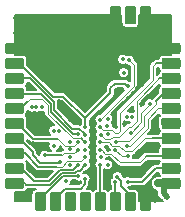
<source format=gbl>
G04 #@! TF.GenerationSoftware,KiCad,Pcbnew,(5.0.1-3-g963ef8bb5)*
G04 #@! TF.CreationDate,2019-03-11T11:49:31+01:00*
G04 #@! TF.ProjectId,TLM-v1,544C4D2D76312E6B696361645F706362,1.1*
G04 #@! TF.SameCoordinates,Original*
G04 #@! TF.FileFunction,Copper,L4,Bot,Signal*
G04 #@! TF.FilePolarity,Positive*
%FSLAX46Y46*%
G04 Gerber Fmt 4.6, Leading zero omitted, Abs format (unit mm)*
G04 Created by KiCad (PCBNEW (5.0.1-3-g963ef8bb5)) date 2019 March 11, Monday 11:49:31*
%MOMM*%
%LPD*%
G01*
G04 APERTURE LIST*
G04 #@! TA.AperFunction,Conductor*
%ADD10C,0.100000*%
G04 #@! TD*
G04 #@! TA.AperFunction,ComponentPad*
%ADD11C,0.900000*%
G04 #@! TD*
G04 #@! TA.AperFunction,ConnectorPad*
%ADD12C,0.700000*%
G04 #@! TD*
G04 #@! TA.AperFunction,ViaPad*
%ADD13C,0.355600*%
G04 #@! TD*
G04 #@! TA.AperFunction,ViaPad*
%ADD14C,0.482600*%
G04 #@! TD*
G04 #@! TA.AperFunction,Conductor*
%ADD15C,0.127000*%
G04 #@! TD*
G04 #@! TA.AperFunction,Conductor*
%ADD16C,0.508000*%
G04 #@! TD*
G04 #@! TA.AperFunction,Conductor*
%ADD17C,0.635000*%
G04 #@! TD*
G04 #@! TA.AperFunction,Conductor*
%ADD18C,0.101600*%
G04 #@! TD*
G04 #@! TA.AperFunction,Conductor*
%ADD19C,0.152400*%
G04 #@! TD*
G04 #@! TA.AperFunction,Conductor*
%ADD20C,0.381000*%
G04 #@! TD*
G04 #@! TA.AperFunction,Conductor*
%ADD21C,0.203200*%
G04 #@! TD*
G04 #@! TA.AperFunction,Conductor*
%ADD22C,0.200000*%
G04 #@! TD*
G04 APERTURE END LIST*
D10*
G04 #@! TO.N,GND*
G04 #@! TO.C,U1*
G36*
X129873643Y-75750867D02*
X129891116Y-75753459D01*
X129908251Y-75757751D01*
X129924883Y-75763702D01*
X129940851Y-75771254D01*
X129956003Y-75780335D01*
X129970191Y-75790858D01*
X129983279Y-75802721D01*
X129995142Y-75815809D01*
X130005665Y-75829997D01*
X130014746Y-75845149D01*
X130022298Y-75861117D01*
X130028249Y-75877749D01*
X130032541Y-75894884D01*
X130035133Y-75912357D01*
X130036000Y-75930000D01*
X130036000Y-76470000D01*
X130035133Y-76487643D01*
X130032541Y-76505116D01*
X130028249Y-76522251D01*
X130022298Y-76538883D01*
X130014746Y-76554851D01*
X130005665Y-76570003D01*
X129995142Y-76584191D01*
X129983279Y-76597279D01*
X129970191Y-76609142D01*
X129956003Y-76619665D01*
X129940851Y-76628746D01*
X129924883Y-76636298D01*
X129908251Y-76642249D01*
X129891116Y-76646541D01*
X129873643Y-76649133D01*
X129856000Y-76650000D01*
X129016000Y-76650000D01*
X128998357Y-76649133D01*
X128980884Y-76646541D01*
X128963749Y-76642249D01*
X128947117Y-76636298D01*
X128931149Y-76628746D01*
X128915997Y-76619665D01*
X128901809Y-76609142D01*
X128888721Y-76597279D01*
X128876858Y-76584191D01*
X128866335Y-76570003D01*
X128857254Y-76554851D01*
X128849702Y-76538883D01*
X128843751Y-76522251D01*
X128839459Y-76505116D01*
X128836867Y-76487643D01*
X128836000Y-76470000D01*
X128836000Y-75930000D01*
X128836867Y-75912357D01*
X128839459Y-75894884D01*
X128843751Y-75877749D01*
X128849702Y-75861117D01*
X128857254Y-75845149D01*
X128866335Y-75829997D01*
X128876858Y-75815809D01*
X128888721Y-75802721D01*
X128901809Y-75790858D01*
X128915997Y-75780335D01*
X128931149Y-75771254D01*
X128947117Y-75763702D01*
X128963749Y-75757751D01*
X128980884Y-75753459D01*
X128998357Y-75750867D01*
X129016000Y-75750000D01*
X129856000Y-75750000D01*
X129873643Y-75750867D01*
X129873643Y-75750867D01*
G37*
D11*
G04 #@! TD*
G04 #@! TO.P,U1,1*
G04 #@! TO.N,GND*
X129436000Y-76200000D03*
D10*
G04 #@! TO.N,GND*
G04 #@! TO.C,U1*
G36*
X130309722Y-75750674D02*
X130323313Y-75752690D01*
X130336640Y-75756028D01*
X130349576Y-75760657D01*
X130361996Y-75766531D01*
X130373780Y-75773594D01*
X130384815Y-75781779D01*
X130394995Y-75791005D01*
X130404221Y-75801185D01*
X130412406Y-75812220D01*
X130419469Y-75824004D01*
X130425343Y-75836424D01*
X130429972Y-75849360D01*
X130433310Y-75862687D01*
X130435326Y-75876278D01*
X130436000Y-75890000D01*
X130436000Y-76510000D01*
X130435326Y-76523722D01*
X130433310Y-76537313D01*
X130429972Y-76550640D01*
X130425343Y-76563576D01*
X130419469Y-76575996D01*
X130412406Y-76587780D01*
X130404221Y-76598815D01*
X130394995Y-76608995D01*
X130384815Y-76618221D01*
X130373780Y-76626406D01*
X130361996Y-76633469D01*
X130349576Y-76639343D01*
X130336640Y-76643972D01*
X130323313Y-76647310D01*
X130309722Y-76649326D01*
X130296000Y-76650000D01*
X129876000Y-76650000D01*
X129862278Y-76649326D01*
X129848687Y-76647310D01*
X129835360Y-76643972D01*
X129822424Y-76639343D01*
X129810004Y-76633469D01*
X129798220Y-76626406D01*
X129787185Y-76618221D01*
X129777005Y-76608995D01*
X129767779Y-76598815D01*
X129759594Y-76587780D01*
X129752531Y-76575996D01*
X129746657Y-76563576D01*
X129742028Y-76550640D01*
X129738690Y-76537313D01*
X129736674Y-76523722D01*
X129736000Y-76510000D01*
X129736000Y-75890000D01*
X129736674Y-75876278D01*
X129738690Y-75862687D01*
X129742028Y-75849360D01*
X129746657Y-75836424D01*
X129752531Y-75824004D01*
X129759594Y-75812220D01*
X129767779Y-75801185D01*
X129777005Y-75791005D01*
X129787185Y-75781779D01*
X129798220Y-75773594D01*
X129810004Y-75766531D01*
X129822424Y-75760657D01*
X129835360Y-75756028D01*
X129848687Y-75752690D01*
X129862278Y-75750674D01*
X129876000Y-75750000D01*
X130296000Y-75750000D01*
X130309722Y-75750674D01*
X130309722Y-75750674D01*
G37*
D12*
G04 #@! TD*
G04 #@! TO.P,U1,1*
G04 #@! TO.N,GND*
X130086000Y-76200000D03*
D10*
G04 #@! TO.N,PA06_ADC6*
G04 #@! TO.C,U1*
G36*
X129873643Y-77020867D02*
X129891116Y-77023459D01*
X129908251Y-77027751D01*
X129924883Y-77033702D01*
X129940851Y-77041254D01*
X129956003Y-77050335D01*
X129970191Y-77060858D01*
X129983279Y-77072721D01*
X129995142Y-77085809D01*
X130005665Y-77099997D01*
X130014746Y-77115149D01*
X130022298Y-77131117D01*
X130028249Y-77147749D01*
X130032541Y-77164884D01*
X130035133Y-77182357D01*
X130036000Y-77200000D01*
X130036000Y-77740000D01*
X130035133Y-77757643D01*
X130032541Y-77775116D01*
X130028249Y-77792251D01*
X130022298Y-77808883D01*
X130014746Y-77824851D01*
X130005665Y-77840003D01*
X129995142Y-77854191D01*
X129983279Y-77867279D01*
X129970191Y-77879142D01*
X129956003Y-77889665D01*
X129940851Y-77898746D01*
X129924883Y-77906298D01*
X129908251Y-77912249D01*
X129891116Y-77916541D01*
X129873643Y-77919133D01*
X129856000Y-77920000D01*
X129016000Y-77920000D01*
X128998357Y-77919133D01*
X128980884Y-77916541D01*
X128963749Y-77912249D01*
X128947117Y-77906298D01*
X128931149Y-77898746D01*
X128915997Y-77889665D01*
X128901809Y-77879142D01*
X128888721Y-77867279D01*
X128876858Y-77854191D01*
X128866335Y-77840003D01*
X128857254Y-77824851D01*
X128849702Y-77808883D01*
X128843751Y-77792251D01*
X128839459Y-77775116D01*
X128836867Y-77757643D01*
X128836000Y-77740000D01*
X128836000Y-77200000D01*
X128836867Y-77182357D01*
X128839459Y-77164884D01*
X128843751Y-77147749D01*
X128849702Y-77131117D01*
X128857254Y-77115149D01*
X128866335Y-77099997D01*
X128876858Y-77085809D01*
X128888721Y-77072721D01*
X128901809Y-77060858D01*
X128915997Y-77050335D01*
X128931149Y-77041254D01*
X128947117Y-77033702D01*
X128963749Y-77027751D01*
X128980884Y-77023459D01*
X128998357Y-77020867D01*
X129016000Y-77020000D01*
X129856000Y-77020000D01*
X129873643Y-77020867D01*
X129873643Y-77020867D01*
G37*
D11*
G04 #@! TD*
G04 #@! TO.P,U1,2*
G04 #@! TO.N,PA06_ADC6*
X129436000Y-77470000D03*
D10*
G04 #@! TO.N,PA27_GPIO*
G04 #@! TO.C,U1*
G36*
X129873643Y-78290867D02*
X129891116Y-78293459D01*
X129908251Y-78297751D01*
X129924883Y-78303702D01*
X129940851Y-78311254D01*
X129956003Y-78320335D01*
X129970191Y-78330858D01*
X129983279Y-78342721D01*
X129995142Y-78355809D01*
X130005665Y-78369997D01*
X130014746Y-78385149D01*
X130022298Y-78401117D01*
X130028249Y-78417749D01*
X130032541Y-78434884D01*
X130035133Y-78452357D01*
X130036000Y-78470000D01*
X130036000Y-79010000D01*
X130035133Y-79027643D01*
X130032541Y-79045116D01*
X130028249Y-79062251D01*
X130022298Y-79078883D01*
X130014746Y-79094851D01*
X130005665Y-79110003D01*
X129995142Y-79124191D01*
X129983279Y-79137279D01*
X129970191Y-79149142D01*
X129956003Y-79159665D01*
X129940851Y-79168746D01*
X129924883Y-79176298D01*
X129908251Y-79182249D01*
X129891116Y-79186541D01*
X129873643Y-79189133D01*
X129856000Y-79190000D01*
X129016000Y-79190000D01*
X128998357Y-79189133D01*
X128980884Y-79186541D01*
X128963749Y-79182249D01*
X128947117Y-79176298D01*
X128931149Y-79168746D01*
X128915997Y-79159665D01*
X128901809Y-79149142D01*
X128888721Y-79137279D01*
X128876858Y-79124191D01*
X128866335Y-79110003D01*
X128857254Y-79094851D01*
X128849702Y-79078883D01*
X128843751Y-79062251D01*
X128839459Y-79045116D01*
X128836867Y-79027643D01*
X128836000Y-79010000D01*
X128836000Y-78470000D01*
X128836867Y-78452357D01*
X128839459Y-78434884D01*
X128843751Y-78417749D01*
X128849702Y-78401117D01*
X128857254Y-78385149D01*
X128866335Y-78369997D01*
X128876858Y-78355809D01*
X128888721Y-78342721D01*
X128901809Y-78330858D01*
X128915997Y-78320335D01*
X128931149Y-78311254D01*
X128947117Y-78303702D01*
X128963749Y-78297751D01*
X128980884Y-78293459D01*
X128998357Y-78290867D01*
X129016000Y-78290000D01*
X129856000Y-78290000D01*
X129873643Y-78290867D01*
X129873643Y-78290867D01*
G37*
D11*
G04 #@! TD*
G04 #@! TO.P,U1,3*
G04 #@! TO.N,PA27_GPIO*
X129436000Y-78740000D03*
D10*
G04 #@! TO.N,PA07_ADC7*
G04 #@! TO.C,U1*
G36*
X129873643Y-79560867D02*
X129891116Y-79563459D01*
X129908251Y-79567751D01*
X129924883Y-79573702D01*
X129940851Y-79581254D01*
X129956003Y-79590335D01*
X129970191Y-79600858D01*
X129983279Y-79612721D01*
X129995142Y-79625809D01*
X130005665Y-79639997D01*
X130014746Y-79655149D01*
X130022298Y-79671117D01*
X130028249Y-79687749D01*
X130032541Y-79704884D01*
X130035133Y-79722357D01*
X130036000Y-79740000D01*
X130036000Y-80280000D01*
X130035133Y-80297643D01*
X130032541Y-80315116D01*
X130028249Y-80332251D01*
X130022298Y-80348883D01*
X130014746Y-80364851D01*
X130005665Y-80380003D01*
X129995142Y-80394191D01*
X129983279Y-80407279D01*
X129970191Y-80419142D01*
X129956003Y-80429665D01*
X129940851Y-80438746D01*
X129924883Y-80446298D01*
X129908251Y-80452249D01*
X129891116Y-80456541D01*
X129873643Y-80459133D01*
X129856000Y-80460000D01*
X129016000Y-80460000D01*
X128998357Y-80459133D01*
X128980884Y-80456541D01*
X128963749Y-80452249D01*
X128947117Y-80446298D01*
X128931149Y-80438746D01*
X128915997Y-80429665D01*
X128901809Y-80419142D01*
X128888721Y-80407279D01*
X128876858Y-80394191D01*
X128866335Y-80380003D01*
X128857254Y-80364851D01*
X128849702Y-80348883D01*
X128843751Y-80332251D01*
X128839459Y-80315116D01*
X128836867Y-80297643D01*
X128836000Y-80280000D01*
X128836000Y-79740000D01*
X128836867Y-79722357D01*
X128839459Y-79704884D01*
X128843751Y-79687749D01*
X128849702Y-79671117D01*
X128857254Y-79655149D01*
X128866335Y-79639997D01*
X128876858Y-79625809D01*
X128888721Y-79612721D01*
X128901809Y-79600858D01*
X128915997Y-79590335D01*
X128931149Y-79581254D01*
X128947117Y-79573702D01*
X128963749Y-79567751D01*
X128980884Y-79563459D01*
X128998357Y-79560867D01*
X129016000Y-79560000D01*
X129856000Y-79560000D01*
X129873643Y-79560867D01*
X129873643Y-79560867D01*
G37*
D11*
G04 #@! TD*
G04 #@! TO.P,U1,4*
G04 #@! TO.N,PA07_ADC7*
X129436000Y-80010000D03*
D10*
G04 #@! TO.N,PB22_S5_SPI_MOSI*
G04 #@! TO.C,U1*
G36*
X129873643Y-80830867D02*
X129891116Y-80833459D01*
X129908251Y-80837751D01*
X129924883Y-80843702D01*
X129940851Y-80851254D01*
X129956003Y-80860335D01*
X129970191Y-80870858D01*
X129983279Y-80882721D01*
X129995142Y-80895809D01*
X130005665Y-80909997D01*
X130014746Y-80925149D01*
X130022298Y-80941117D01*
X130028249Y-80957749D01*
X130032541Y-80974884D01*
X130035133Y-80992357D01*
X130036000Y-81010000D01*
X130036000Y-81550000D01*
X130035133Y-81567643D01*
X130032541Y-81585116D01*
X130028249Y-81602251D01*
X130022298Y-81618883D01*
X130014746Y-81634851D01*
X130005665Y-81650003D01*
X129995142Y-81664191D01*
X129983279Y-81677279D01*
X129970191Y-81689142D01*
X129956003Y-81699665D01*
X129940851Y-81708746D01*
X129924883Y-81716298D01*
X129908251Y-81722249D01*
X129891116Y-81726541D01*
X129873643Y-81729133D01*
X129856000Y-81730000D01*
X129016000Y-81730000D01*
X128998357Y-81729133D01*
X128980884Y-81726541D01*
X128963749Y-81722249D01*
X128947117Y-81716298D01*
X128931149Y-81708746D01*
X128915997Y-81699665D01*
X128901809Y-81689142D01*
X128888721Y-81677279D01*
X128876858Y-81664191D01*
X128866335Y-81650003D01*
X128857254Y-81634851D01*
X128849702Y-81618883D01*
X128843751Y-81602251D01*
X128839459Y-81585116D01*
X128836867Y-81567643D01*
X128836000Y-81550000D01*
X128836000Y-81010000D01*
X128836867Y-80992357D01*
X128839459Y-80974884D01*
X128843751Y-80957749D01*
X128849702Y-80941117D01*
X128857254Y-80925149D01*
X128866335Y-80909997D01*
X128876858Y-80895809D01*
X128888721Y-80882721D01*
X128901809Y-80870858D01*
X128915997Y-80860335D01*
X128931149Y-80851254D01*
X128947117Y-80843702D01*
X128963749Y-80837751D01*
X128980884Y-80833459D01*
X128998357Y-80830867D01*
X129016000Y-80830000D01*
X129856000Y-80830000D01*
X129873643Y-80830867D01*
X129873643Y-80830867D01*
G37*
D11*
G04 #@! TD*
G04 #@! TO.P,U1,5*
G04 #@! TO.N,PB22_S5_SPI_MOSI*
X129436000Y-81280000D03*
D10*
G04 #@! TO.N,PA08_GPIO*
G04 #@! TO.C,U1*
G36*
X129873643Y-82100867D02*
X129891116Y-82103459D01*
X129908251Y-82107751D01*
X129924883Y-82113702D01*
X129940851Y-82121254D01*
X129956003Y-82130335D01*
X129970191Y-82140858D01*
X129983279Y-82152721D01*
X129995142Y-82165809D01*
X130005665Y-82179997D01*
X130014746Y-82195149D01*
X130022298Y-82211117D01*
X130028249Y-82227749D01*
X130032541Y-82244884D01*
X130035133Y-82262357D01*
X130036000Y-82280000D01*
X130036000Y-82820000D01*
X130035133Y-82837643D01*
X130032541Y-82855116D01*
X130028249Y-82872251D01*
X130022298Y-82888883D01*
X130014746Y-82904851D01*
X130005665Y-82920003D01*
X129995142Y-82934191D01*
X129983279Y-82947279D01*
X129970191Y-82959142D01*
X129956003Y-82969665D01*
X129940851Y-82978746D01*
X129924883Y-82986298D01*
X129908251Y-82992249D01*
X129891116Y-82996541D01*
X129873643Y-82999133D01*
X129856000Y-83000000D01*
X129016000Y-83000000D01*
X128998357Y-82999133D01*
X128980884Y-82996541D01*
X128963749Y-82992249D01*
X128947117Y-82986298D01*
X128931149Y-82978746D01*
X128915997Y-82969665D01*
X128901809Y-82959142D01*
X128888721Y-82947279D01*
X128876858Y-82934191D01*
X128866335Y-82920003D01*
X128857254Y-82904851D01*
X128849702Y-82888883D01*
X128843751Y-82872251D01*
X128839459Y-82855116D01*
X128836867Y-82837643D01*
X128836000Y-82820000D01*
X128836000Y-82280000D01*
X128836867Y-82262357D01*
X128839459Y-82244884D01*
X128843751Y-82227749D01*
X128849702Y-82211117D01*
X128857254Y-82195149D01*
X128866335Y-82179997D01*
X128876858Y-82165809D01*
X128888721Y-82152721D01*
X128901809Y-82140858D01*
X128915997Y-82130335D01*
X128931149Y-82121254D01*
X128947117Y-82113702D01*
X128963749Y-82107751D01*
X128980884Y-82103459D01*
X128998357Y-82100867D01*
X129016000Y-82100000D01*
X129856000Y-82100000D01*
X129873643Y-82100867D01*
X129873643Y-82100867D01*
G37*
D11*
G04 #@! TD*
G04 #@! TO.P,U1,6*
G04 #@! TO.N,PA08_GPIO*
X129436000Y-82550000D03*
D10*
G04 #@! TO.N,PB23_S5_SPI_SCK*
G04 #@! TO.C,U1*
G36*
X129873643Y-83370867D02*
X129891116Y-83373459D01*
X129908251Y-83377751D01*
X129924883Y-83383702D01*
X129940851Y-83391254D01*
X129956003Y-83400335D01*
X129970191Y-83410858D01*
X129983279Y-83422721D01*
X129995142Y-83435809D01*
X130005665Y-83449997D01*
X130014746Y-83465149D01*
X130022298Y-83481117D01*
X130028249Y-83497749D01*
X130032541Y-83514884D01*
X130035133Y-83532357D01*
X130036000Y-83550000D01*
X130036000Y-84090000D01*
X130035133Y-84107643D01*
X130032541Y-84125116D01*
X130028249Y-84142251D01*
X130022298Y-84158883D01*
X130014746Y-84174851D01*
X130005665Y-84190003D01*
X129995142Y-84204191D01*
X129983279Y-84217279D01*
X129970191Y-84229142D01*
X129956003Y-84239665D01*
X129940851Y-84248746D01*
X129924883Y-84256298D01*
X129908251Y-84262249D01*
X129891116Y-84266541D01*
X129873643Y-84269133D01*
X129856000Y-84270000D01*
X129016000Y-84270000D01*
X128998357Y-84269133D01*
X128980884Y-84266541D01*
X128963749Y-84262249D01*
X128947117Y-84256298D01*
X128931149Y-84248746D01*
X128915997Y-84239665D01*
X128901809Y-84229142D01*
X128888721Y-84217279D01*
X128876858Y-84204191D01*
X128866335Y-84190003D01*
X128857254Y-84174851D01*
X128849702Y-84158883D01*
X128843751Y-84142251D01*
X128839459Y-84125116D01*
X128836867Y-84107643D01*
X128836000Y-84090000D01*
X128836000Y-83550000D01*
X128836867Y-83532357D01*
X128839459Y-83514884D01*
X128843751Y-83497749D01*
X128849702Y-83481117D01*
X128857254Y-83465149D01*
X128866335Y-83449997D01*
X128876858Y-83435809D01*
X128888721Y-83422721D01*
X128901809Y-83410858D01*
X128915997Y-83400335D01*
X128931149Y-83391254D01*
X128947117Y-83383702D01*
X128963749Y-83377751D01*
X128980884Y-83373459D01*
X128998357Y-83370867D01*
X129016000Y-83370000D01*
X129856000Y-83370000D01*
X129873643Y-83370867D01*
X129873643Y-83370867D01*
G37*
D11*
G04 #@! TD*
G04 #@! TO.P,U1,7*
G04 #@! TO.N,PB23_S5_SPI_SCK*
X129436000Y-83820000D03*
D10*
G04 #@! TO.N,PA17_S1_I2C_SCL*
G04 #@! TO.C,U1*
G36*
X129873643Y-84640867D02*
X129891116Y-84643459D01*
X129908251Y-84647751D01*
X129924883Y-84653702D01*
X129940851Y-84661254D01*
X129956003Y-84670335D01*
X129970191Y-84680858D01*
X129983279Y-84692721D01*
X129995142Y-84705809D01*
X130005665Y-84719997D01*
X130014746Y-84735149D01*
X130022298Y-84751117D01*
X130028249Y-84767749D01*
X130032541Y-84784884D01*
X130035133Y-84802357D01*
X130036000Y-84820000D01*
X130036000Y-85360000D01*
X130035133Y-85377643D01*
X130032541Y-85395116D01*
X130028249Y-85412251D01*
X130022298Y-85428883D01*
X130014746Y-85444851D01*
X130005665Y-85460003D01*
X129995142Y-85474191D01*
X129983279Y-85487279D01*
X129970191Y-85499142D01*
X129956003Y-85509665D01*
X129940851Y-85518746D01*
X129924883Y-85526298D01*
X129908251Y-85532249D01*
X129891116Y-85536541D01*
X129873643Y-85539133D01*
X129856000Y-85540000D01*
X129016000Y-85540000D01*
X128998357Y-85539133D01*
X128980884Y-85536541D01*
X128963749Y-85532249D01*
X128947117Y-85526298D01*
X128931149Y-85518746D01*
X128915997Y-85509665D01*
X128901809Y-85499142D01*
X128888721Y-85487279D01*
X128876858Y-85474191D01*
X128866335Y-85460003D01*
X128857254Y-85444851D01*
X128849702Y-85428883D01*
X128843751Y-85412251D01*
X128839459Y-85395116D01*
X128836867Y-85377643D01*
X128836000Y-85360000D01*
X128836000Y-84820000D01*
X128836867Y-84802357D01*
X128839459Y-84784884D01*
X128843751Y-84767749D01*
X128849702Y-84751117D01*
X128857254Y-84735149D01*
X128866335Y-84719997D01*
X128876858Y-84705809D01*
X128888721Y-84692721D01*
X128901809Y-84680858D01*
X128915997Y-84670335D01*
X128931149Y-84661254D01*
X128947117Y-84653702D01*
X128963749Y-84647751D01*
X128980884Y-84643459D01*
X128998357Y-84640867D01*
X129016000Y-84640000D01*
X129856000Y-84640000D01*
X129873643Y-84640867D01*
X129873643Y-84640867D01*
G37*
D11*
G04 #@! TD*
G04 #@! TO.P,U1,8*
G04 #@! TO.N,PA17_S1_I2C_SCL*
X129436000Y-85090000D03*
D10*
G04 #@! TO.N,PA16_S1_I2C_SDA*
G04 #@! TO.C,U1*
G36*
X129873643Y-85910867D02*
X129891116Y-85913459D01*
X129908251Y-85917751D01*
X129924883Y-85923702D01*
X129940851Y-85931254D01*
X129956003Y-85940335D01*
X129970191Y-85950858D01*
X129983279Y-85962721D01*
X129995142Y-85975809D01*
X130005665Y-85989997D01*
X130014746Y-86005149D01*
X130022298Y-86021117D01*
X130028249Y-86037749D01*
X130032541Y-86054884D01*
X130035133Y-86072357D01*
X130036000Y-86090000D01*
X130036000Y-86630000D01*
X130035133Y-86647643D01*
X130032541Y-86665116D01*
X130028249Y-86682251D01*
X130022298Y-86698883D01*
X130014746Y-86714851D01*
X130005665Y-86730003D01*
X129995142Y-86744191D01*
X129983279Y-86757279D01*
X129970191Y-86769142D01*
X129956003Y-86779665D01*
X129940851Y-86788746D01*
X129924883Y-86796298D01*
X129908251Y-86802249D01*
X129891116Y-86806541D01*
X129873643Y-86809133D01*
X129856000Y-86810000D01*
X129016000Y-86810000D01*
X128998357Y-86809133D01*
X128980884Y-86806541D01*
X128963749Y-86802249D01*
X128947117Y-86796298D01*
X128931149Y-86788746D01*
X128915997Y-86779665D01*
X128901809Y-86769142D01*
X128888721Y-86757279D01*
X128876858Y-86744191D01*
X128866335Y-86730003D01*
X128857254Y-86714851D01*
X128849702Y-86698883D01*
X128843751Y-86682251D01*
X128839459Y-86665116D01*
X128836867Y-86647643D01*
X128836000Y-86630000D01*
X128836000Y-86090000D01*
X128836867Y-86072357D01*
X128839459Y-86054884D01*
X128843751Y-86037749D01*
X128849702Y-86021117D01*
X128857254Y-86005149D01*
X128866335Y-85989997D01*
X128876858Y-85975809D01*
X128888721Y-85962721D01*
X128901809Y-85950858D01*
X128915997Y-85940335D01*
X128931149Y-85931254D01*
X128947117Y-85923702D01*
X128963749Y-85917751D01*
X128980884Y-85913459D01*
X128998357Y-85910867D01*
X129016000Y-85910000D01*
X129856000Y-85910000D01*
X129873643Y-85910867D01*
X129873643Y-85910867D01*
G37*
D11*
G04 #@! TD*
G04 #@! TO.P,U1,9*
G04 #@! TO.N,PA16_S1_I2C_SDA*
X129436000Y-86360000D03*
D10*
G04 #@! TO.N,PA18_PWM_T0_W2*
G04 #@! TO.C,U1*
G36*
X129873643Y-87180867D02*
X129891116Y-87183459D01*
X129908251Y-87187751D01*
X129924883Y-87193702D01*
X129940851Y-87201254D01*
X129956003Y-87210335D01*
X129970191Y-87220858D01*
X129983279Y-87232721D01*
X129995142Y-87245809D01*
X130005665Y-87259997D01*
X130014746Y-87275149D01*
X130022298Y-87291117D01*
X130028249Y-87307749D01*
X130032541Y-87324884D01*
X130035133Y-87342357D01*
X130036000Y-87360000D01*
X130036000Y-87900000D01*
X130035133Y-87917643D01*
X130032541Y-87935116D01*
X130028249Y-87952251D01*
X130022298Y-87968883D01*
X130014746Y-87984851D01*
X130005665Y-88000003D01*
X129995142Y-88014191D01*
X129983279Y-88027279D01*
X129970191Y-88039142D01*
X129956003Y-88049665D01*
X129940851Y-88058746D01*
X129924883Y-88066298D01*
X129908251Y-88072249D01*
X129891116Y-88076541D01*
X129873643Y-88079133D01*
X129856000Y-88080000D01*
X129016000Y-88080000D01*
X128998357Y-88079133D01*
X128980884Y-88076541D01*
X128963749Y-88072249D01*
X128947117Y-88066298D01*
X128931149Y-88058746D01*
X128915997Y-88049665D01*
X128901809Y-88039142D01*
X128888721Y-88027279D01*
X128876858Y-88014191D01*
X128866335Y-88000003D01*
X128857254Y-87984851D01*
X128849702Y-87968883D01*
X128843751Y-87952251D01*
X128839459Y-87935116D01*
X128836867Y-87917643D01*
X128836000Y-87900000D01*
X128836000Y-87360000D01*
X128836867Y-87342357D01*
X128839459Y-87324884D01*
X128843751Y-87307749D01*
X128849702Y-87291117D01*
X128857254Y-87275149D01*
X128866335Y-87259997D01*
X128876858Y-87245809D01*
X128888721Y-87232721D01*
X128901809Y-87220858D01*
X128915997Y-87210335D01*
X128931149Y-87201254D01*
X128947117Y-87193702D01*
X128963749Y-87187751D01*
X128980884Y-87183459D01*
X128998357Y-87180867D01*
X129016000Y-87180000D01*
X129856000Y-87180000D01*
X129873643Y-87180867D01*
X129873643Y-87180867D01*
G37*
D11*
G04 #@! TD*
G04 #@! TO.P,U1,10*
G04 #@! TO.N,PA18_PWM_T0_W2*
X129436000Y-87630000D03*
D10*
G04 #@! TO.N,PA06_ADC6*
G04 #@! TO.C,U1*
G36*
X130309722Y-77020674D02*
X130323313Y-77022690D01*
X130336640Y-77026028D01*
X130349576Y-77030657D01*
X130361996Y-77036531D01*
X130373780Y-77043594D01*
X130384815Y-77051779D01*
X130394995Y-77061005D01*
X130404221Y-77071185D01*
X130412406Y-77082220D01*
X130419469Y-77094004D01*
X130425343Y-77106424D01*
X130429972Y-77119360D01*
X130433310Y-77132687D01*
X130435326Y-77146278D01*
X130436000Y-77160000D01*
X130436000Y-77780000D01*
X130435326Y-77793722D01*
X130433310Y-77807313D01*
X130429972Y-77820640D01*
X130425343Y-77833576D01*
X130419469Y-77845996D01*
X130412406Y-77857780D01*
X130404221Y-77868815D01*
X130394995Y-77878995D01*
X130384815Y-77888221D01*
X130373780Y-77896406D01*
X130361996Y-77903469D01*
X130349576Y-77909343D01*
X130336640Y-77913972D01*
X130323313Y-77917310D01*
X130309722Y-77919326D01*
X130296000Y-77920000D01*
X129876000Y-77920000D01*
X129862278Y-77919326D01*
X129848687Y-77917310D01*
X129835360Y-77913972D01*
X129822424Y-77909343D01*
X129810004Y-77903469D01*
X129798220Y-77896406D01*
X129787185Y-77888221D01*
X129777005Y-77878995D01*
X129767779Y-77868815D01*
X129759594Y-77857780D01*
X129752531Y-77845996D01*
X129746657Y-77833576D01*
X129742028Y-77820640D01*
X129738690Y-77807313D01*
X129736674Y-77793722D01*
X129736000Y-77780000D01*
X129736000Y-77160000D01*
X129736674Y-77146278D01*
X129738690Y-77132687D01*
X129742028Y-77119360D01*
X129746657Y-77106424D01*
X129752531Y-77094004D01*
X129759594Y-77082220D01*
X129767779Y-77071185D01*
X129777005Y-77061005D01*
X129787185Y-77051779D01*
X129798220Y-77043594D01*
X129810004Y-77036531D01*
X129822424Y-77030657D01*
X129835360Y-77026028D01*
X129848687Y-77022690D01*
X129862278Y-77020674D01*
X129876000Y-77020000D01*
X130296000Y-77020000D01*
X130309722Y-77020674D01*
X130309722Y-77020674D01*
G37*
D12*
G04 #@! TD*
G04 #@! TO.P,U1,2*
G04 #@! TO.N,PA06_ADC6*
X130086000Y-77470000D03*
D10*
G04 #@! TO.N,PA27_GPIO*
G04 #@! TO.C,U1*
G36*
X130309722Y-78290674D02*
X130323313Y-78292690D01*
X130336640Y-78296028D01*
X130349576Y-78300657D01*
X130361996Y-78306531D01*
X130373780Y-78313594D01*
X130384815Y-78321779D01*
X130394995Y-78331005D01*
X130404221Y-78341185D01*
X130412406Y-78352220D01*
X130419469Y-78364004D01*
X130425343Y-78376424D01*
X130429972Y-78389360D01*
X130433310Y-78402687D01*
X130435326Y-78416278D01*
X130436000Y-78430000D01*
X130436000Y-79050000D01*
X130435326Y-79063722D01*
X130433310Y-79077313D01*
X130429972Y-79090640D01*
X130425343Y-79103576D01*
X130419469Y-79115996D01*
X130412406Y-79127780D01*
X130404221Y-79138815D01*
X130394995Y-79148995D01*
X130384815Y-79158221D01*
X130373780Y-79166406D01*
X130361996Y-79173469D01*
X130349576Y-79179343D01*
X130336640Y-79183972D01*
X130323313Y-79187310D01*
X130309722Y-79189326D01*
X130296000Y-79190000D01*
X129876000Y-79190000D01*
X129862278Y-79189326D01*
X129848687Y-79187310D01*
X129835360Y-79183972D01*
X129822424Y-79179343D01*
X129810004Y-79173469D01*
X129798220Y-79166406D01*
X129787185Y-79158221D01*
X129777005Y-79148995D01*
X129767779Y-79138815D01*
X129759594Y-79127780D01*
X129752531Y-79115996D01*
X129746657Y-79103576D01*
X129742028Y-79090640D01*
X129738690Y-79077313D01*
X129736674Y-79063722D01*
X129736000Y-79050000D01*
X129736000Y-78430000D01*
X129736674Y-78416278D01*
X129738690Y-78402687D01*
X129742028Y-78389360D01*
X129746657Y-78376424D01*
X129752531Y-78364004D01*
X129759594Y-78352220D01*
X129767779Y-78341185D01*
X129777005Y-78331005D01*
X129787185Y-78321779D01*
X129798220Y-78313594D01*
X129810004Y-78306531D01*
X129822424Y-78300657D01*
X129835360Y-78296028D01*
X129848687Y-78292690D01*
X129862278Y-78290674D01*
X129876000Y-78290000D01*
X130296000Y-78290000D01*
X130309722Y-78290674D01*
X130309722Y-78290674D01*
G37*
D12*
G04 #@! TD*
G04 #@! TO.P,U1,3*
G04 #@! TO.N,PA27_GPIO*
X130086000Y-78740000D03*
D10*
G04 #@! TO.N,PA07_ADC7*
G04 #@! TO.C,U1*
G36*
X130309722Y-79560674D02*
X130323313Y-79562690D01*
X130336640Y-79566028D01*
X130349576Y-79570657D01*
X130361996Y-79576531D01*
X130373780Y-79583594D01*
X130384815Y-79591779D01*
X130394995Y-79601005D01*
X130404221Y-79611185D01*
X130412406Y-79622220D01*
X130419469Y-79634004D01*
X130425343Y-79646424D01*
X130429972Y-79659360D01*
X130433310Y-79672687D01*
X130435326Y-79686278D01*
X130436000Y-79700000D01*
X130436000Y-80320000D01*
X130435326Y-80333722D01*
X130433310Y-80347313D01*
X130429972Y-80360640D01*
X130425343Y-80373576D01*
X130419469Y-80385996D01*
X130412406Y-80397780D01*
X130404221Y-80408815D01*
X130394995Y-80418995D01*
X130384815Y-80428221D01*
X130373780Y-80436406D01*
X130361996Y-80443469D01*
X130349576Y-80449343D01*
X130336640Y-80453972D01*
X130323313Y-80457310D01*
X130309722Y-80459326D01*
X130296000Y-80460000D01*
X129876000Y-80460000D01*
X129862278Y-80459326D01*
X129848687Y-80457310D01*
X129835360Y-80453972D01*
X129822424Y-80449343D01*
X129810004Y-80443469D01*
X129798220Y-80436406D01*
X129787185Y-80428221D01*
X129777005Y-80418995D01*
X129767779Y-80408815D01*
X129759594Y-80397780D01*
X129752531Y-80385996D01*
X129746657Y-80373576D01*
X129742028Y-80360640D01*
X129738690Y-80347313D01*
X129736674Y-80333722D01*
X129736000Y-80320000D01*
X129736000Y-79700000D01*
X129736674Y-79686278D01*
X129738690Y-79672687D01*
X129742028Y-79659360D01*
X129746657Y-79646424D01*
X129752531Y-79634004D01*
X129759594Y-79622220D01*
X129767779Y-79611185D01*
X129777005Y-79601005D01*
X129787185Y-79591779D01*
X129798220Y-79583594D01*
X129810004Y-79576531D01*
X129822424Y-79570657D01*
X129835360Y-79566028D01*
X129848687Y-79562690D01*
X129862278Y-79560674D01*
X129876000Y-79560000D01*
X130296000Y-79560000D01*
X130309722Y-79560674D01*
X130309722Y-79560674D01*
G37*
D12*
G04 #@! TD*
G04 #@! TO.P,U1,4*
G04 #@! TO.N,PA07_ADC7*
X130086000Y-80010000D03*
D10*
G04 #@! TO.N,PB22_S5_SPI_MOSI*
G04 #@! TO.C,U1*
G36*
X130309722Y-80830674D02*
X130323313Y-80832690D01*
X130336640Y-80836028D01*
X130349576Y-80840657D01*
X130361996Y-80846531D01*
X130373780Y-80853594D01*
X130384815Y-80861779D01*
X130394995Y-80871005D01*
X130404221Y-80881185D01*
X130412406Y-80892220D01*
X130419469Y-80904004D01*
X130425343Y-80916424D01*
X130429972Y-80929360D01*
X130433310Y-80942687D01*
X130435326Y-80956278D01*
X130436000Y-80970000D01*
X130436000Y-81590000D01*
X130435326Y-81603722D01*
X130433310Y-81617313D01*
X130429972Y-81630640D01*
X130425343Y-81643576D01*
X130419469Y-81655996D01*
X130412406Y-81667780D01*
X130404221Y-81678815D01*
X130394995Y-81688995D01*
X130384815Y-81698221D01*
X130373780Y-81706406D01*
X130361996Y-81713469D01*
X130349576Y-81719343D01*
X130336640Y-81723972D01*
X130323313Y-81727310D01*
X130309722Y-81729326D01*
X130296000Y-81730000D01*
X129876000Y-81730000D01*
X129862278Y-81729326D01*
X129848687Y-81727310D01*
X129835360Y-81723972D01*
X129822424Y-81719343D01*
X129810004Y-81713469D01*
X129798220Y-81706406D01*
X129787185Y-81698221D01*
X129777005Y-81688995D01*
X129767779Y-81678815D01*
X129759594Y-81667780D01*
X129752531Y-81655996D01*
X129746657Y-81643576D01*
X129742028Y-81630640D01*
X129738690Y-81617313D01*
X129736674Y-81603722D01*
X129736000Y-81590000D01*
X129736000Y-80970000D01*
X129736674Y-80956278D01*
X129738690Y-80942687D01*
X129742028Y-80929360D01*
X129746657Y-80916424D01*
X129752531Y-80904004D01*
X129759594Y-80892220D01*
X129767779Y-80881185D01*
X129777005Y-80871005D01*
X129787185Y-80861779D01*
X129798220Y-80853594D01*
X129810004Y-80846531D01*
X129822424Y-80840657D01*
X129835360Y-80836028D01*
X129848687Y-80832690D01*
X129862278Y-80830674D01*
X129876000Y-80830000D01*
X130296000Y-80830000D01*
X130309722Y-80830674D01*
X130309722Y-80830674D01*
G37*
D12*
G04 #@! TD*
G04 #@! TO.P,U1,5*
G04 #@! TO.N,PB22_S5_SPI_MOSI*
X130086000Y-81280000D03*
D10*
G04 #@! TO.N,PA08_GPIO*
G04 #@! TO.C,U1*
G36*
X130309722Y-82100674D02*
X130323313Y-82102690D01*
X130336640Y-82106028D01*
X130349576Y-82110657D01*
X130361996Y-82116531D01*
X130373780Y-82123594D01*
X130384815Y-82131779D01*
X130394995Y-82141005D01*
X130404221Y-82151185D01*
X130412406Y-82162220D01*
X130419469Y-82174004D01*
X130425343Y-82186424D01*
X130429972Y-82199360D01*
X130433310Y-82212687D01*
X130435326Y-82226278D01*
X130436000Y-82240000D01*
X130436000Y-82860000D01*
X130435326Y-82873722D01*
X130433310Y-82887313D01*
X130429972Y-82900640D01*
X130425343Y-82913576D01*
X130419469Y-82925996D01*
X130412406Y-82937780D01*
X130404221Y-82948815D01*
X130394995Y-82958995D01*
X130384815Y-82968221D01*
X130373780Y-82976406D01*
X130361996Y-82983469D01*
X130349576Y-82989343D01*
X130336640Y-82993972D01*
X130323313Y-82997310D01*
X130309722Y-82999326D01*
X130296000Y-83000000D01*
X129876000Y-83000000D01*
X129862278Y-82999326D01*
X129848687Y-82997310D01*
X129835360Y-82993972D01*
X129822424Y-82989343D01*
X129810004Y-82983469D01*
X129798220Y-82976406D01*
X129787185Y-82968221D01*
X129777005Y-82958995D01*
X129767779Y-82948815D01*
X129759594Y-82937780D01*
X129752531Y-82925996D01*
X129746657Y-82913576D01*
X129742028Y-82900640D01*
X129738690Y-82887313D01*
X129736674Y-82873722D01*
X129736000Y-82860000D01*
X129736000Y-82240000D01*
X129736674Y-82226278D01*
X129738690Y-82212687D01*
X129742028Y-82199360D01*
X129746657Y-82186424D01*
X129752531Y-82174004D01*
X129759594Y-82162220D01*
X129767779Y-82151185D01*
X129777005Y-82141005D01*
X129787185Y-82131779D01*
X129798220Y-82123594D01*
X129810004Y-82116531D01*
X129822424Y-82110657D01*
X129835360Y-82106028D01*
X129848687Y-82102690D01*
X129862278Y-82100674D01*
X129876000Y-82100000D01*
X130296000Y-82100000D01*
X130309722Y-82100674D01*
X130309722Y-82100674D01*
G37*
D12*
G04 #@! TD*
G04 #@! TO.P,U1,6*
G04 #@! TO.N,PA08_GPIO*
X130086000Y-82550000D03*
D10*
G04 #@! TO.N,PB23_S5_SPI_SCK*
G04 #@! TO.C,U1*
G36*
X130309722Y-83370674D02*
X130323313Y-83372690D01*
X130336640Y-83376028D01*
X130349576Y-83380657D01*
X130361996Y-83386531D01*
X130373780Y-83393594D01*
X130384815Y-83401779D01*
X130394995Y-83411005D01*
X130404221Y-83421185D01*
X130412406Y-83432220D01*
X130419469Y-83444004D01*
X130425343Y-83456424D01*
X130429972Y-83469360D01*
X130433310Y-83482687D01*
X130435326Y-83496278D01*
X130436000Y-83510000D01*
X130436000Y-84130000D01*
X130435326Y-84143722D01*
X130433310Y-84157313D01*
X130429972Y-84170640D01*
X130425343Y-84183576D01*
X130419469Y-84195996D01*
X130412406Y-84207780D01*
X130404221Y-84218815D01*
X130394995Y-84228995D01*
X130384815Y-84238221D01*
X130373780Y-84246406D01*
X130361996Y-84253469D01*
X130349576Y-84259343D01*
X130336640Y-84263972D01*
X130323313Y-84267310D01*
X130309722Y-84269326D01*
X130296000Y-84270000D01*
X129876000Y-84270000D01*
X129862278Y-84269326D01*
X129848687Y-84267310D01*
X129835360Y-84263972D01*
X129822424Y-84259343D01*
X129810004Y-84253469D01*
X129798220Y-84246406D01*
X129787185Y-84238221D01*
X129777005Y-84228995D01*
X129767779Y-84218815D01*
X129759594Y-84207780D01*
X129752531Y-84195996D01*
X129746657Y-84183576D01*
X129742028Y-84170640D01*
X129738690Y-84157313D01*
X129736674Y-84143722D01*
X129736000Y-84130000D01*
X129736000Y-83510000D01*
X129736674Y-83496278D01*
X129738690Y-83482687D01*
X129742028Y-83469360D01*
X129746657Y-83456424D01*
X129752531Y-83444004D01*
X129759594Y-83432220D01*
X129767779Y-83421185D01*
X129777005Y-83411005D01*
X129787185Y-83401779D01*
X129798220Y-83393594D01*
X129810004Y-83386531D01*
X129822424Y-83380657D01*
X129835360Y-83376028D01*
X129848687Y-83372690D01*
X129862278Y-83370674D01*
X129876000Y-83370000D01*
X130296000Y-83370000D01*
X130309722Y-83370674D01*
X130309722Y-83370674D01*
G37*
D12*
G04 #@! TD*
G04 #@! TO.P,U1,7*
G04 #@! TO.N,PB23_S5_SPI_SCK*
X130086000Y-83820000D03*
D10*
G04 #@! TO.N,PA17_S1_I2C_SCL*
G04 #@! TO.C,U1*
G36*
X130309722Y-84640674D02*
X130323313Y-84642690D01*
X130336640Y-84646028D01*
X130349576Y-84650657D01*
X130361996Y-84656531D01*
X130373780Y-84663594D01*
X130384815Y-84671779D01*
X130394995Y-84681005D01*
X130404221Y-84691185D01*
X130412406Y-84702220D01*
X130419469Y-84714004D01*
X130425343Y-84726424D01*
X130429972Y-84739360D01*
X130433310Y-84752687D01*
X130435326Y-84766278D01*
X130436000Y-84780000D01*
X130436000Y-85400000D01*
X130435326Y-85413722D01*
X130433310Y-85427313D01*
X130429972Y-85440640D01*
X130425343Y-85453576D01*
X130419469Y-85465996D01*
X130412406Y-85477780D01*
X130404221Y-85488815D01*
X130394995Y-85498995D01*
X130384815Y-85508221D01*
X130373780Y-85516406D01*
X130361996Y-85523469D01*
X130349576Y-85529343D01*
X130336640Y-85533972D01*
X130323313Y-85537310D01*
X130309722Y-85539326D01*
X130296000Y-85540000D01*
X129876000Y-85540000D01*
X129862278Y-85539326D01*
X129848687Y-85537310D01*
X129835360Y-85533972D01*
X129822424Y-85529343D01*
X129810004Y-85523469D01*
X129798220Y-85516406D01*
X129787185Y-85508221D01*
X129777005Y-85498995D01*
X129767779Y-85488815D01*
X129759594Y-85477780D01*
X129752531Y-85465996D01*
X129746657Y-85453576D01*
X129742028Y-85440640D01*
X129738690Y-85427313D01*
X129736674Y-85413722D01*
X129736000Y-85400000D01*
X129736000Y-84780000D01*
X129736674Y-84766278D01*
X129738690Y-84752687D01*
X129742028Y-84739360D01*
X129746657Y-84726424D01*
X129752531Y-84714004D01*
X129759594Y-84702220D01*
X129767779Y-84691185D01*
X129777005Y-84681005D01*
X129787185Y-84671779D01*
X129798220Y-84663594D01*
X129810004Y-84656531D01*
X129822424Y-84650657D01*
X129835360Y-84646028D01*
X129848687Y-84642690D01*
X129862278Y-84640674D01*
X129876000Y-84640000D01*
X130296000Y-84640000D01*
X130309722Y-84640674D01*
X130309722Y-84640674D01*
G37*
D12*
G04 #@! TD*
G04 #@! TO.P,U1,8*
G04 #@! TO.N,PA17_S1_I2C_SCL*
X130086000Y-85090000D03*
D10*
G04 #@! TO.N,PA16_S1_I2C_SDA*
G04 #@! TO.C,U1*
G36*
X130309722Y-85910674D02*
X130323313Y-85912690D01*
X130336640Y-85916028D01*
X130349576Y-85920657D01*
X130361996Y-85926531D01*
X130373780Y-85933594D01*
X130384815Y-85941779D01*
X130394995Y-85951005D01*
X130404221Y-85961185D01*
X130412406Y-85972220D01*
X130419469Y-85984004D01*
X130425343Y-85996424D01*
X130429972Y-86009360D01*
X130433310Y-86022687D01*
X130435326Y-86036278D01*
X130436000Y-86050000D01*
X130436000Y-86670000D01*
X130435326Y-86683722D01*
X130433310Y-86697313D01*
X130429972Y-86710640D01*
X130425343Y-86723576D01*
X130419469Y-86735996D01*
X130412406Y-86747780D01*
X130404221Y-86758815D01*
X130394995Y-86768995D01*
X130384815Y-86778221D01*
X130373780Y-86786406D01*
X130361996Y-86793469D01*
X130349576Y-86799343D01*
X130336640Y-86803972D01*
X130323313Y-86807310D01*
X130309722Y-86809326D01*
X130296000Y-86810000D01*
X129876000Y-86810000D01*
X129862278Y-86809326D01*
X129848687Y-86807310D01*
X129835360Y-86803972D01*
X129822424Y-86799343D01*
X129810004Y-86793469D01*
X129798220Y-86786406D01*
X129787185Y-86778221D01*
X129777005Y-86768995D01*
X129767779Y-86758815D01*
X129759594Y-86747780D01*
X129752531Y-86735996D01*
X129746657Y-86723576D01*
X129742028Y-86710640D01*
X129738690Y-86697313D01*
X129736674Y-86683722D01*
X129736000Y-86670000D01*
X129736000Y-86050000D01*
X129736674Y-86036278D01*
X129738690Y-86022687D01*
X129742028Y-86009360D01*
X129746657Y-85996424D01*
X129752531Y-85984004D01*
X129759594Y-85972220D01*
X129767779Y-85961185D01*
X129777005Y-85951005D01*
X129787185Y-85941779D01*
X129798220Y-85933594D01*
X129810004Y-85926531D01*
X129822424Y-85920657D01*
X129835360Y-85916028D01*
X129848687Y-85912690D01*
X129862278Y-85910674D01*
X129876000Y-85910000D01*
X130296000Y-85910000D01*
X130309722Y-85910674D01*
X130309722Y-85910674D01*
G37*
D12*
G04 #@! TD*
G04 #@! TO.P,U1,9*
G04 #@! TO.N,PA16_S1_I2C_SDA*
X130086000Y-86360000D03*
D10*
G04 #@! TO.N,PA18_PWM_T0_W2*
G04 #@! TO.C,U1*
G36*
X130309722Y-87180674D02*
X130323313Y-87182690D01*
X130336640Y-87186028D01*
X130349576Y-87190657D01*
X130361996Y-87196531D01*
X130373780Y-87203594D01*
X130384815Y-87211779D01*
X130394995Y-87221005D01*
X130404221Y-87231185D01*
X130412406Y-87242220D01*
X130419469Y-87254004D01*
X130425343Y-87266424D01*
X130429972Y-87279360D01*
X130433310Y-87292687D01*
X130435326Y-87306278D01*
X130436000Y-87320000D01*
X130436000Y-87940000D01*
X130435326Y-87953722D01*
X130433310Y-87967313D01*
X130429972Y-87980640D01*
X130425343Y-87993576D01*
X130419469Y-88005996D01*
X130412406Y-88017780D01*
X130404221Y-88028815D01*
X130394995Y-88038995D01*
X130384815Y-88048221D01*
X130373780Y-88056406D01*
X130361996Y-88063469D01*
X130349576Y-88069343D01*
X130336640Y-88073972D01*
X130323313Y-88077310D01*
X130309722Y-88079326D01*
X130296000Y-88080000D01*
X129876000Y-88080000D01*
X129862278Y-88079326D01*
X129848687Y-88077310D01*
X129835360Y-88073972D01*
X129822424Y-88069343D01*
X129810004Y-88063469D01*
X129798220Y-88056406D01*
X129787185Y-88048221D01*
X129777005Y-88038995D01*
X129767779Y-88028815D01*
X129759594Y-88017780D01*
X129752531Y-88005996D01*
X129746657Y-87993576D01*
X129742028Y-87980640D01*
X129738690Y-87967313D01*
X129736674Y-87953722D01*
X129736000Y-87940000D01*
X129736000Y-87320000D01*
X129736674Y-87306278D01*
X129738690Y-87292687D01*
X129742028Y-87279360D01*
X129746657Y-87266424D01*
X129752531Y-87254004D01*
X129759594Y-87242220D01*
X129767779Y-87231185D01*
X129777005Y-87221005D01*
X129787185Y-87211779D01*
X129798220Y-87203594D01*
X129810004Y-87196531D01*
X129822424Y-87190657D01*
X129835360Y-87186028D01*
X129848687Y-87182690D01*
X129862278Y-87180674D01*
X129876000Y-87180000D01*
X130296000Y-87180000D01*
X130309722Y-87180674D01*
X130309722Y-87180674D01*
G37*
D12*
G04 #@! TD*
G04 #@! TO.P,U1,10*
G04 #@! TO.N,PA18_PWM_T0_W2*
X130086000Y-87630000D03*
D10*
G04 #@! TO.N,GND*
G04 #@! TO.C,U1*
G36*
X143543643Y-75750867D02*
X143561116Y-75753459D01*
X143578251Y-75757751D01*
X143594883Y-75763702D01*
X143610851Y-75771254D01*
X143626003Y-75780335D01*
X143640191Y-75790858D01*
X143653279Y-75802721D01*
X143665142Y-75815809D01*
X143675665Y-75829997D01*
X143684746Y-75845149D01*
X143692298Y-75861117D01*
X143698249Y-75877749D01*
X143702541Y-75894884D01*
X143705133Y-75912357D01*
X143706000Y-75930000D01*
X143706000Y-76470000D01*
X143705133Y-76487643D01*
X143702541Y-76505116D01*
X143698249Y-76522251D01*
X143692298Y-76538883D01*
X143684746Y-76554851D01*
X143675665Y-76570003D01*
X143665142Y-76584191D01*
X143653279Y-76597279D01*
X143640191Y-76609142D01*
X143626003Y-76619665D01*
X143610851Y-76628746D01*
X143594883Y-76636298D01*
X143578251Y-76642249D01*
X143561116Y-76646541D01*
X143543643Y-76649133D01*
X143526000Y-76650000D01*
X142686000Y-76650000D01*
X142668357Y-76649133D01*
X142650884Y-76646541D01*
X142633749Y-76642249D01*
X142617117Y-76636298D01*
X142601149Y-76628746D01*
X142585997Y-76619665D01*
X142571809Y-76609142D01*
X142558721Y-76597279D01*
X142546858Y-76584191D01*
X142536335Y-76570003D01*
X142527254Y-76554851D01*
X142519702Y-76538883D01*
X142513751Y-76522251D01*
X142509459Y-76505116D01*
X142506867Y-76487643D01*
X142506000Y-76470000D01*
X142506000Y-75930000D01*
X142506867Y-75912357D01*
X142509459Y-75894884D01*
X142513751Y-75877749D01*
X142519702Y-75861117D01*
X142527254Y-75845149D01*
X142536335Y-75829997D01*
X142546858Y-75815809D01*
X142558721Y-75802721D01*
X142571809Y-75790858D01*
X142585997Y-75780335D01*
X142601149Y-75771254D01*
X142617117Y-75763702D01*
X142633749Y-75757751D01*
X142650884Y-75753459D01*
X142668357Y-75750867D01*
X142686000Y-75750000D01*
X143526000Y-75750000D01*
X143543643Y-75750867D01*
X143543643Y-75750867D01*
G37*
D11*
G04 #@! TD*
G04 #@! TO.P,U1,28*
G04 #@! TO.N,GND*
X143106000Y-76200000D03*
D10*
G04 #@! TO.N,PA04_S0_UART_TX*
G04 #@! TO.C,U1*
G36*
X143543643Y-77020867D02*
X143561116Y-77023459D01*
X143578251Y-77027751D01*
X143594883Y-77033702D01*
X143610851Y-77041254D01*
X143626003Y-77050335D01*
X143640191Y-77060858D01*
X143653279Y-77072721D01*
X143665142Y-77085809D01*
X143675665Y-77099997D01*
X143684746Y-77115149D01*
X143692298Y-77131117D01*
X143698249Y-77147749D01*
X143702541Y-77164884D01*
X143705133Y-77182357D01*
X143706000Y-77200000D01*
X143706000Y-77740000D01*
X143705133Y-77757643D01*
X143702541Y-77775116D01*
X143698249Y-77792251D01*
X143692298Y-77808883D01*
X143684746Y-77824851D01*
X143675665Y-77840003D01*
X143665142Y-77854191D01*
X143653279Y-77867279D01*
X143640191Y-77879142D01*
X143626003Y-77889665D01*
X143610851Y-77898746D01*
X143594883Y-77906298D01*
X143578251Y-77912249D01*
X143561116Y-77916541D01*
X143543643Y-77919133D01*
X143526000Y-77920000D01*
X142686000Y-77920000D01*
X142668357Y-77919133D01*
X142650884Y-77916541D01*
X142633749Y-77912249D01*
X142617117Y-77906298D01*
X142601149Y-77898746D01*
X142585997Y-77889665D01*
X142571809Y-77879142D01*
X142558721Y-77867279D01*
X142546858Y-77854191D01*
X142536335Y-77840003D01*
X142527254Y-77824851D01*
X142519702Y-77808883D01*
X142513751Y-77792251D01*
X142509459Y-77775116D01*
X142506867Y-77757643D01*
X142506000Y-77740000D01*
X142506000Y-77200000D01*
X142506867Y-77182357D01*
X142509459Y-77164884D01*
X142513751Y-77147749D01*
X142519702Y-77131117D01*
X142527254Y-77115149D01*
X142536335Y-77099997D01*
X142546858Y-77085809D01*
X142558721Y-77072721D01*
X142571809Y-77060858D01*
X142585997Y-77050335D01*
X142601149Y-77041254D01*
X142617117Y-77033702D01*
X142633749Y-77027751D01*
X142650884Y-77023459D01*
X142668357Y-77020867D01*
X142686000Y-77020000D01*
X143526000Y-77020000D01*
X143543643Y-77020867D01*
X143543643Y-77020867D01*
G37*
D11*
G04 #@! TD*
G04 #@! TO.P,U1,27*
G04 #@! TO.N,PA04_S0_UART_TX*
X143106000Y-77470000D03*
D10*
G04 #@! TO.N,PA05_S0_UART_RX*
G04 #@! TO.C,U1*
G36*
X143543643Y-78290867D02*
X143561116Y-78293459D01*
X143578251Y-78297751D01*
X143594883Y-78303702D01*
X143610851Y-78311254D01*
X143626003Y-78320335D01*
X143640191Y-78330858D01*
X143653279Y-78342721D01*
X143665142Y-78355809D01*
X143675665Y-78369997D01*
X143684746Y-78385149D01*
X143692298Y-78401117D01*
X143698249Y-78417749D01*
X143702541Y-78434884D01*
X143705133Y-78452357D01*
X143706000Y-78470000D01*
X143706000Y-79010000D01*
X143705133Y-79027643D01*
X143702541Y-79045116D01*
X143698249Y-79062251D01*
X143692298Y-79078883D01*
X143684746Y-79094851D01*
X143675665Y-79110003D01*
X143665142Y-79124191D01*
X143653279Y-79137279D01*
X143640191Y-79149142D01*
X143626003Y-79159665D01*
X143610851Y-79168746D01*
X143594883Y-79176298D01*
X143578251Y-79182249D01*
X143561116Y-79186541D01*
X143543643Y-79189133D01*
X143526000Y-79190000D01*
X142686000Y-79190000D01*
X142668357Y-79189133D01*
X142650884Y-79186541D01*
X142633749Y-79182249D01*
X142617117Y-79176298D01*
X142601149Y-79168746D01*
X142585997Y-79159665D01*
X142571809Y-79149142D01*
X142558721Y-79137279D01*
X142546858Y-79124191D01*
X142536335Y-79110003D01*
X142527254Y-79094851D01*
X142519702Y-79078883D01*
X142513751Y-79062251D01*
X142509459Y-79045116D01*
X142506867Y-79027643D01*
X142506000Y-79010000D01*
X142506000Y-78470000D01*
X142506867Y-78452357D01*
X142509459Y-78434884D01*
X142513751Y-78417749D01*
X142519702Y-78401117D01*
X142527254Y-78385149D01*
X142536335Y-78369997D01*
X142546858Y-78355809D01*
X142558721Y-78342721D01*
X142571809Y-78330858D01*
X142585997Y-78320335D01*
X142601149Y-78311254D01*
X142617117Y-78303702D01*
X142633749Y-78297751D01*
X142650884Y-78293459D01*
X142668357Y-78290867D01*
X142686000Y-78290000D01*
X143526000Y-78290000D01*
X143543643Y-78290867D01*
X143543643Y-78290867D01*
G37*
D11*
G04 #@! TD*
G04 #@! TO.P,U1,26*
G04 #@! TO.N,PA05_S0_UART_RX*
X143106000Y-78740000D03*
D10*
G04 #@! TO.N,PB02_S5_SPI_MISO*
G04 #@! TO.C,U1*
G36*
X143543643Y-79560867D02*
X143561116Y-79563459D01*
X143578251Y-79567751D01*
X143594883Y-79573702D01*
X143610851Y-79581254D01*
X143626003Y-79590335D01*
X143640191Y-79600858D01*
X143653279Y-79612721D01*
X143665142Y-79625809D01*
X143675665Y-79639997D01*
X143684746Y-79655149D01*
X143692298Y-79671117D01*
X143698249Y-79687749D01*
X143702541Y-79704884D01*
X143705133Y-79722357D01*
X143706000Y-79740000D01*
X143706000Y-80280000D01*
X143705133Y-80297643D01*
X143702541Y-80315116D01*
X143698249Y-80332251D01*
X143692298Y-80348883D01*
X143684746Y-80364851D01*
X143675665Y-80380003D01*
X143665142Y-80394191D01*
X143653279Y-80407279D01*
X143640191Y-80419142D01*
X143626003Y-80429665D01*
X143610851Y-80438746D01*
X143594883Y-80446298D01*
X143578251Y-80452249D01*
X143561116Y-80456541D01*
X143543643Y-80459133D01*
X143526000Y-80460000D01*
X142686000Y-80460000D01*
X142668357Y-80459133D01*
X142650884Y-80456541D01*
X142633749Y-80452249D01*
X142617117Y-80446298D01*
X142601149Y-80438746D01*
X142585997Y-80429665D01*
X142571809Y-80419142D01*
X142558721Y-80407279D01*
X142546858Y-80394191D01*
X142536335Y-80380003D01*
X142527254Y-80364851D01*
X142519702Y-80348883D01*
X142513751Y-80332251D01*
X142509459Y-80315116D01*
X142506867Y-80297643D01*
X142506000Y-80280000D01*
X142506000Y-79740000D01*
X142506867Y-79722357D01*
X142509459Y-79704884D01*
X142513751Y-79687749D01*
X142519702Y-79671117D01*
X142527254Y-79655149D01*
X142536335Y-79639997D01*
X142546858Y-79625809D01*
X142558721Y-79612721D01*
X142571809Y-79600858D01*
X142585997Y-79590335D01*
X142601149Y-79581254D01*
X142617117Y-79573702D01*
X142633749Y-79567751D01*
X142650884Y-79563459D01*
X142668357Y-79560867D01*
X142686000Y-79560000D01*
X143526000Y-79560000D01*
X143543643Y-79560867D01*
X143543643Y-79560867D01*
G37*
D11*
G04 #@! TD*
G04 #@! TO.P,U1,25*
G04 #@! TO.N,PB02_S5_SPI_MISO*
X143106000Y-80010000D03*
D10*
G04 #@! TO.N,PA28_GPIO*
G04 #@! TO.C,U1*
G36*
X143543643Y-80830867D02*
X143561116Y-80833459D01*
X143578251Y-80837751D01*
X143594883Y-80843702D01*
X143610851Y-80851254D01*
X143626003Y-80860335D01*
X143640191Y-80870858D01*
X143653279Y-80882721D01*
X143665142Y-80895809D01*
X143675665Y-80909997D01*
X143684746Y-80925149D01*
X143692298Y-80941117D01*
X143698249Y-80957749D01*
X143702541Y-80974884D01*
X143705133Y-80992357D01*
X143706000Y-81010000D01*
X143706000Y-81550000D01*
X143705133Y-81567643D01*
X143702541Y-81585116D01*
X143698249Y-81602251D01*
X143692298Y-81618883D01*
X143684746Y-81634851D01*
X143675665Y-81650003D01*
X143665142Y-81664191D01*
X143653279Y-81677279D01*
X143640191Y-81689142D01*
X143626003Y-81699665D01*
X143610851Y-81708746D01*
X143594883Y-81716298D01*
X143578251Y-81722249D01*
X143561116Y-81726541D01*
X143543643Y-81729133D01*
X143526000Y-81730000D01*
X142686000Y-81730000D01*
X142668357Y-81729133D01*
X142650884Y-81726541D01*
X142633749Y-81722249D01*
X142617117Y-81716298D01*
X142601149Y-81708746D01*
X142585997Y-81699665D01*
X142571809Y-81689142D01*
X142558721Y-81677279D01*
X142546858Y-81664191D01*
X142536335Y-81650003D01*
X142527254Y-81634851D01*
X142519702Y-81618883D01*
X142513751Y-81602251D01*
X142509459Y-81585116D01*
X142506867Y-81567643D01*
X142506000Y-81550000D01*
X142506000Y-81010000D01*
X142506867Y-80992357D01*
X142509459Y-80974884D01*
X142513751Y-80957749D01*
X142519702Y-80941117D01*
X142527254Y-80925149D01*
X142536335Y-80909997D01*
X142546858Y-80895809D01*
X142558721Y-80882721D01*
X142571809Y-80870858D01*
X142585997Y-80860335D01*
X142601149Y-80851254D01*
X142617117Y-80843702D01*
X142633749Y-80837751D01*
X142650884Y-80833459D01*
X142668357Y-80830867D01*
X142686000Y-80830000D01*
X143526000Y-80830000D01*
X143543643Y-80830867D01*
X143543643Y-80830867D01*
G37*
D11*
G04 #@! TD*
G04 #@! TO.P,U1,24*
G04 #@! TO.N,PA28_GPIO*
X143106000Y-81280000D03*
D10*
G04 #@! TO.N,+BATT*
G04 #@! TO.C,U1*
G36*
X143543643Y-82100867D02*
X143561116Y-82103459D01*
X143578251Y-82107751D01*
X143594883Y-82113702D01*
X143610851Y-82121254D01*
X143626003Y-82130335D01*
X143640191Y-82140858D01*
X143653279Y-82152721D01*
X143665142Y-82165809D01*
X143675665Y-82179997D01*
X143684746Y-82195149D01*
X143692298Y-82211117D01*
X143698249Y-82227749D01*
X143702541Y-82244884D01*
X143705133Y-82262357D01*
X143706000Y-82280000D01*
X143706000Y-82820000D01*
X143705133Y-82837643D01*
X143702541Y-82855116D01*
X143698249Y-82872251D01*
X143692298Y-82888883D01*
X143684746Y-82904851D01*
X143675665Y-82920003D01*
X143665142Y-82934191D01*
X143653279Y-82947279D01*
X143640191Y-82959142D01*
X143626003Y-82969665D01*
X143610851Y-82978746D01*
X143594883Y-82986298D01*
X143578251Y-82992249D01*
X143561116Y-82996541D01*
X143543643Y-82999133D01*
X143526000Y-83000000D01*
X142686000Y-83000000D01*
X142668357Y-82999133D01*
X142650884Y-82996541D01*
X142633749Y-82992249D01*
X142617117Y-82986298D01*
X142601149Y-82978746D01*
X142585997Y-82969665D01*
X142571809Y-82959142D01*
X142558721Y-82947279D01*
X142546858Y-82934191D01*
X142536335Y-82920003D01*
X142527254Y-82904851D01*
X142519702Y-82888883D01*
X142513751Y-82872251D01*
X142509459Y-82855116D01*
X142506867Y-82837643D01*
X142506000Y-82820000D01*
X142506000Y-82280000D01*
X142506867Y-82262357D01*
X142509459Y-82244884D01*
X142513751Y-82227749D01*
X142519702Y-82211117D01*
X142527254Y-82195149D01*
X142536335Y-82179997D01*
X142546858Y-82165809D01*
X142558721Y-82152721D01*
X142571809Y-82140858D01*
X142585997Y-82130335D01*
X142601149Y-82121254D01*
X142617117Y-82113702D01*
X142633749Y-82107751D01*
X142650884Y-82103459D01*
X142668357Y-82100867D01*
X142686000Y-82100000D01*
X143526000Y-82100000D01*
X143543643Y-82100867D01*
X143543643Y-82100867D01*
G37*
D11*
G04 #@! TD*
G04 #@! TO.P,U1,23*
G04 #@! TO.N,+BATT*
X143106000Y-82550000D03*
D10*
G04 #@! TO.N,PA31_SWDIO*
G04 #@! TO.C,U1*
G36*
X143543643Y-83370867D02*
X143561116Y-83373459D01*
X143578251Y-83377751D01*
X143594883Y-83383702D01*
X143610851Y-83391254D01*
X143626003Y-83400335D01*
X143640191Y-83410858D01*
X143653279Y-83422721D01*
X143665142Y-83435809D01*
X143675665Y-83449997D01*
X143684746Y-83465149D01*
X143692298Y-83481117D01*
X143698249Y-83497749D01*
X143702541Y-83514884D01*
X143705133Y-83532357D01*
X143706000Y-83550000D01*
X143706000Y-84090000D01*
X143705133Y-84107643D01*
X143702541Y-84125116D01*
X143698249Y-84142251D01*
X143692298Y-84158883D01*
X143684746Y-84174851D01*
X143675665Y-84190003D01*
X143665142Y-84204191D01*
X143653279Y-84217279D01*
X143640191Y-84229142D01*
X143626003Y-84239665D01*
X143610851Y-84248746D01*
X143594883Y-84256298D01*
X143578251Y-84262249D01*
X143561116Y-84266541D01*
X143543643Y-84269133D01*
X143526000Y-84270000D01*
X142686000Y-84270000D01*
X142668357Y-84269133D01*
X142650884Y-84266541D01*
X142633749Y-84262249D01*
X142617117Y-84256298D01*
X142601149Y-84248746D01*
X142585997Y-84239665D01*
X142571809Y-84229142D01*
X142558721Y-84217279D01*
X142546858Y-84204191D01*
X142536335Y-84190003D01*
X142527254Y-84174851D01*
X142519702Y-84158883D01*
X142513751Y-84142251D01*
X142509459Y-84125116D01*
X142506867Y-84107643D01*
X142506000Y-84090000D01*
X142506000Y-83550000D01*
X142506867Y-83532357D01*
X142509459Y-83514884D01*
X142513751Y-83497749D01*
X142519702Y-83481117D01*
X142527254Y-83465149D01*
X142536335Y-83449997D01*
X142546858Y-83435809D01*
X142558721Y-83422721D01*
X142571809Y-83410858D01*
X142585997Y-83400335D01*
X142601149Y-83391254D01*
X142617117Y-83383702D01*
X142633749Y-83377751D01*
X142650884Y-83373459D01*
X142668357Y-83370867D01*
X142686000Y-83370000D01*
X143526000Y-83370000D01*
X143543643Y-83370867D01*
X143543643Y-83370867D01*
G37*
D11*
G04 #@! TD*
G04 #@! TO.P,U1,22*
G04 #@! TO.N,PA31_SWDIO*
X143106000Y-83820000D03*
D10*
G04 #@! TO.N,PA30_SWDCLK*
G04 #@! TO.C,U1*
G36*
X143543643Y-84640867D02*
X143561116Y-84643459D01*
X143578251Y-84647751D01*
X143594883Y-84653702D01*
X143610851Y-84661254D01*
X143626003Y-84670335D01*
X143640191Y-84680858D01*
X143653279Y-84692721D01*
X143665142Y-84705809D01*
X143675665Y-84719997D01*
X143684746Y-84735149D01*
X143692298Y-84751117D01*
X143698249Y-84767749D01*
X143702541Y-84784884D01*
X143705133Y-84802357D01*
X143706000Y-84820000D01*
X143706000Y-85360000D01*
X143705133Y-85377643D01*
X143702541Y-85395116D01*
X143698249Y-85412251D01*
X143692298Y-85428883D01*
X143684746Y-85444851D01*
X143675665Y-85460003D01*
X143665142Y-85474191D01*
X143653279Y-85487279D01*
X143640191Y-85499142D01*
X143626003Y-85509665D01*
X143610851Y-85518746D01*
X143594883Y-85526298D01*
X143578251Y-85532249D01*
X143561116Y-85536541D01*
X143543643Y-85539133D01*
X143526000Y-85540000D01*
X142686000Y-85540000D01*
X142668357Y-85539133D01*
X142650884Y-85536541D01*
X142633749Y-85532249D01*
X142617117Y-85526298D01*
X142601149Y-85518746D01*
X142585997Y-85509665D01*
X142571809Y-85499142D01*
X142558721Y-85487279D01*
X142546858Y-85474191D01*
X142536335Y-85460003D01*
X142527254Y-85444851D01*
X142519702Y-85428883D01*
X142513751Y-85412251D01*
X142509459Y-85395116D01*
X142506867Y-85377643D01*
X142506000Y-85360000D01*
X142506000Y-84820000D01*
X142506867Y-84802357D01*
X142509459Y-84784884D01*
X142513751Y-84767749D01*
X142519702Y-84751117D01*
X142527254Y-84735149D01*
X142536335Y-84719997D01*
X142546858Y-84705809D01*
X142558721Y-84692721D01*
X142571809Y-84680858D01*
X142585997Y-84670335D01*
X142601149Y-84661254D01*
X142617117Y-84653702D01*
X142633749Y-84647751D01*
X142650884Y-84643459D01*
X142668357Y-84640867D01*
X142686000Y-84640000D01*
X143526000Y-84640000D01*
X143543643Y-84640867D01*
X143543643Y-84640867D01*
G37*
D11*
G04 #@! TD*
G04 #@! TO.P,U1,21*
G04 #@! TO.N,PA30_SWDCLK*
X143106000Y-85090000D03*
D10*
G04 #@! TO.N,~RESET*
G04 #@! TO.C,U1*
G36*
X143543643Y-85910867D02*
X143561116Y-85913459D01*
X143578251Y-85917751D01*
X143594883Y-85923702D01*
X143610851Y-85931254D01*
X143626003Y-85940335D01*
X143640191Y-85950858D01*
X143653279Y-85962721D01*
X143665142Y-85975809D01*
X143675665Y-85989997D01*
X143684746Y-86005149D01*
X143692298Y-86021117D01*
X143698249Y-86037749D01*
X143702541Y-86054884D01*
X143705133Y-86072357D01*
X143706000Y-86090000D01*
X143706000Y-86630000D01*
X143705133Y-86647643D01*
X143702541Y-86665116D01*
X143698249Y-86682251D01*
X143692298Y-86698883D01*
X143684746Y-86714851D01*
X143675665Y-86730003D01*
X143665142Y-86744191D01*
X143653279Y-86757279D01*
X143640191Y-86769142D01*
X143626003Y-86779665D01*
X143610851Y-86788746D01*
X143594883Y-86796298D01*
X143578251Y-86802249D01*
X143561116Y-86806541D01*
X143543643Y-86809133D01*
X143526000Y-86810000D01*
X142686000Y-86810000D01*
X142668357Y-86809133D01*
X142650884Y-86806541D01*
X142633749Y-86802249D01*
X142617117Y-86796298D01*
X142601149Y-86788746D01*
X142585997Y-86779665D01*
X142571809Y-86769142D01*
X142558721Y-86757279D01*
X142546858Y-86744191D01*
X142536335Y-86730003D01*
X142527254Y-86714851D01*
X142519702Y-86698883D01*
X142513751Y-86682251D01*
X142509459Y-86665116D01*
X142506867Y-86647643D01*
X142506000Y-86630000D01*
X142506000Y-86090000D01*
X142506867Y-86072357D01*
X142509459Y-86054884D01*
X142513751Y-86037749D01*
X142519702Y-86021117D01*
X142527254Y-86005149D01*
X142536335Y-85989997D01*
X142546858Y-85975809D01*
X142558721Y-85962721D01*
X142571809Y-85950858D01*
X142585997Y-85940335D01*
X142601149Y-85931254D01*
X142617117Y-85923702D01*
X142633749Y-85917751D01*
X142650884Y-85913459D01*
X142668357Y-85910867D01*
X142686000Y-85910000D01*
X143526000Y-85910000D01*
X143543643Y-85910867D01*
X143543643Y-85910867D01*
G37*
D11*
G04 #@! TD*
G04 #@! TO.P,U1,20*
G04 #@! TO.N,~RESET*
X143106000Y-86360000D03*
D10*
G04 #@! TO.N,VDD*
G04 #@! TO.C,U1*
G36*
X143543643Y-87180867D02*
X143561116Y-87183459D01*
X143578251Y-87187751D01*
X143594883Y-87193702D01*
X143610851Y-87201254D01*
X143626003Y-87210335D01*
X143640191Y-87220858D01*
X143653279Y-87232721D01*
X143665142Y-87245809D01*
X143675665Y-87259997D01*
X143684746Y-87275149D01*
X143692298Y-87291117D01*
X143698249Y-87307749D01*
X143702541Y-87324884D01*
X143705133Y-87342357D01*
X143706000Y-87360000D01*
X143706000Y-87900000D01*
X143705133Y-87917643D01*
X143702541Y-87935116D01*
X143698249Y-87952251D01*
X143692298Y-87968883D01*
X143684746Y-87984851D01*
X143675665Y-88000003D01*
X143665142Y-88014191D01*
X143653279Y-88027279D01*
X143640191Y-88039142D01*
X143626003Y-88049665D01*
X143610851Y-88058746D01*
X143594883Y-88066298D01*
X143578251Y-88072249D01*
X143561116Y-88076541D01*
X143543643Y-88079133D01*
X143526000Y-88080000D01*
X142686000Y-88080000D01*
X142668357Y-88079133D01*
X142650884Y-88076541D01*
X142633749Y-88072249D01*
X142617117Y-88066298D01*
X142601149Y-88058746D01*
X142585997Y-88049665D01*
X142571809Y-88039142D01*
X142558721Y-88027279D01*
X142546858Y-88014191D01*
X142536335Y-88000003D01*
X142527254Y-87984851D01*
X142519702Y-87968883D01*
X142513751Y-87952251D01*
X142509459Y-87935116D01*
X142506867Y-87917643D01*
X142506000Y-87900000D01*
X142506000Y-87360000D01*
X142506867Y-87342357D01*
X142509459Y-87324884D01*
X142513751Y-87307749D01*
X142519702Y-87291117D01*
X142527254Y-87275149D01*
X142536335Y-87259997D01*
X142546858Y-87245809D01*
X142558721Y-87232721D01*
X142571809Y-87220858D01*
X142585997Y-87210335D01*
X142601149Y-87201254D01*
X142617117Y-87193702D01*
X142633749Y-87187751D01*
X142650884Y-87183459D01*
X142668357Y-87180867D01*
X142686000Y-87180000D01*
X143526000Y-87180000D01*
X143543643Y-87180867D01*
X143543643Y-87180867D01*
G37*
D11*
G04 #@! TD*
G04 #@! TO.P,U1,19*
G04 #@! TO.N,VDD*
X143106000Y-87630000D03*
D10*
G04 #@! TO.N,PA15_GPIO*
G04 #@! TO.C,U1*
G36*
X132113643Y-88785867D02*
X132131116Y-88788459D01*
X132148251Y-88792751D01*
X132164883Y-88798702D01*
X132180851Y-88806254D01*
X132196003Y-88815335D01*
X132210191Y-88825858D01*
X132223279Y-88837721D01*
X132235142Y-88850809D01*
X132245665Y-88864997D01*
X132254746Y-88880149D01*
X132262298Y-88896117D01*
X132268249Y-88912749D01*
X132272541Y-88929884D01*
X132275133Y-88947357D01*
X132276000Y-88965000D01*
X132276000Y-89805000D01*
X132275133Y-89822643D01*
X132272541Y-89840116D01*
X132268249Y-89857251D01*
X132262298Y-89873883D01*
X132254746Y-89889851D01*
X132245665Y-89905003D01*
X132235142Y-89919191D01*
X132223279Y-89932279D01*
X132210191Y-89944142D01*
X132196003Y-89954665D01*
X132180851Y-89963746D01*
X132164883Y-89971298D01*
X132148251Y-89977249D01*
X132131116Y-89981541D01*
X132113643Y-89984133D01*
X132096000Y-89985000D01*
X131556000Y-89985000D01*
X131538357Y-89984133D01*
X131520884Y-89981541D01*
X131503749Y-89977249D01*
X131487117Y-89971298D01*
X131471149Y-89963746D01*
X131455997Y-89954665D01*
X131441809Y-89944142D01*
X131428721Y-89932279D01*
X131416858Y-89919191D01*
X131406335Y-89905003D01*
X131397254Y-89889851D01*
X131389702Y-89873883D01*
X131383751Y-89857251D01*
X131379459Y-89840116D01*
X131376867Y-89822643D01*
X131376000Y-89805000D01*
X131376000Y-88965000D01*
X131376867Y-88947357D01*
X131379459Y-88929884D01*
X131383751Y-88912749D01*
X131389702Y-88896117D01*
X131397254Y-88880149D01*
X131406335Y-88864997D01*
X131416858Y-88850809D01*
X131428721Y-88837721D01*
X131441809Y-88825858D01*
X131455997Y-88815335D01*
X131471149Y-88806254D01*
X131487117Y-88798702D01*
X131503749Y-88792751D01*
X131520884Y-88788459D01*
X131538357Y-88785867D01*
X131556000Y-88785000D01*
X132096000Y-88785000D01*
X132113643Y-88785867D01*
X132113643Y-88785867D01*
G37*
D11*
G04 #@! TD*
G04 #@! TO.P,U1,11*
G04 #@! TO.N,PA15_GPIO*
X131826000Y-89385000D03*
D10*
G04 #@! TO.N,PA14_GPIO*
G04 #@! TO.C,U1*
G36*
X133383643Y-88785867D02*
X133401116Y-88788459D01*
X133418251Y-88792751D01*
X133434883Y-88798702D01*
X133450851Y-88806254D01*
X133466003Y-88815335D01*
X133480191Y-88825858D01*
X133493279Y-88837721D01*
X133505142Y-88850809D01*
X133515665Y-88864997D01*
X133524746Y-88880149D01*
X133532298Y-88896117D01*
X133538249Y-88912749D01*
X133542541Y-88929884D01*
X133545133Y-88947357D01*
X133546000Y-88965000D01*
X133546000Y-89805000D01*
X133545133Y-89822643D01*
X133542541Y-89840116D01*
X133538249Y-89857251D01*
X133532298Y-89873883D01*
X133524746Y-89889851D01*
X133515665Y-89905003D01*
X133505142Y-89919191D01*
X133493279Y-89932279D01*
X133480191Y-89944142D01*
X133466003Y-89954665D01*
X133450851Y-89963746D01*
X133434883Y-89971298D01*
X133418251Y-89977249D01*
X133401116Y-89981541D01*
X133383643Y-89984133D01*
X133366000Y-89985000D01*
X132826000Y-89985000D01*
X132808357Y-89984133D01*
X132790884Y-89981541D01*
X132773749Y-89977249D01*
X132757117Y-89971298D01*
X132741149Y-89963746D01*
X132725997Y-89954665D01*
X132711809Y-89944142D01*
X132698721Y-89932279D01*
X132686858Y-89919191D01*
X132676335Y-89905003D01*
X132667254Y-89889851D01*
X132659702Y-89873883D01*
X132653751Y-89857251D01*
X132649459Y-89840116D01*
X132646867Y-89822643D01*
X132646000Y-89805000D01*
X132646000Y-88965000D01*
X132646867Y-88947357D01*
X132649459Y-88929884D01*
X132653751Y-88912749D01*
X132659702Y-88896117D01*
X132667254Y-88880149D01*
X132676335Y-88864997D01*
X132686858Y-88850809D01*
X132698721Y-88837721D01*
X132711809Y-88825858D01*
X132725997Y-88815335D01*
X132741149Y-88806254D01*
X132757117Y-88798702D01*
X132773749Y-88792751D01*
X132790884Y-88788459D01*
X132808357Y-88785867D01*
X132826000Y-88785000D01*
X133366000Y-88785000D01*
X133383643Y-88785867D01*
X133383643Y-88785867D01*
G37*
D11*
G04 #@! TD*
G04 #@! TO.P,U1,12*
G04 #@! TO.N,PA14_GPIO*
X133096000Y-89385000D03*
D10*
G04 #@! TO.N,PA19_PWM_T0_W3*
G04 #@! TO.C,U1*
G36*
X134653643Y-88785867D02*
X134671116Y-88788459D01*
X134688251Y-88792751D01*
X134704883Y-88798702D01*
X134720851Y-88806254D01*
X134736003Y-88815335D01*
X134750191Y-88825858D01*
X134763279Y-88837721D01*
X134775142Y-88850809D01*
X134785665Y-88864997D01*
X134794746Y-88880149D01*
X134802298Y-88896117D01*
X134808249Y-88912749D01*
X134812541Y-88929884D01*
X134815133Y-88947357D01*
X134816000Y-88965000D01*
X134816000Y-89805000D01*
X134815133Y-89822643D01*
X134812541Y-89840116D01*
X134808249Y-89857251D01*
X134802298Y-89873883D01*
X134794746Y-89889851D01*
X134785665Y-89905003D01*
X134775142Y-89919191D01*
X134763279Y-89932279D01*
X134750191Y-89944142D01*
X134736003Y-89954665D01*
X134720851Y-89963746D01*
X134704883Y-89971298D01*
X134688251Y-89977249D01*
X134671116Y-89981541D01*
X134653643Y-89984133D01*
X134636000Y-89985000D01*
X134096000Y-89985000D01*
X134078357Y-89984133D01*
X134060884Y-89981541D01*
X134043749Y-89977249D01*
X134027117Y-89971298D01*
X134011149Y-89963746D01*
X133995997Y-89954665D01*
X133981809Y-89944142D01*
X133968721Y-89932279D01*
X133956858Y-89919191D01*
X133946335Y-89905003D01*
X133937254Y-89889851D01*
X133929702Y-89873883D01*
X133923751Y-89857251D01*
X133919459Y-89840116D01*
X133916867Y-89822643D01*
X133916000Y-89805000D01*
X133916000Y-88965000D01*
X133916867Y-88947357D01*
X133919459Y-88929884D01*
X133923751Y-88912749D01*
X133929702Y-88896117D01*
X133937254Y-88880149D01*
X133946335Y-88864997D01*
X133956858Y-88850809D01*
X133968721Y-88837721D01*
X133981809Y-88825858D01*
X133995997Y-88815335D01*
X134011149Y-88806254D01*
X134027117Y-88798702D01*
X134043749Y-88792751D01*
X134060884Y-88788459D01*
X134078357Y-88785867D01*
X134096000Y-88785000D01*
X134636000Y-88785000D01*
X134653643Y-88785867D01*
X134653643Y-88785867D01*
G37*
D11*
G04 #@! TD*
G04 #@! TO.P,U1,13*
G04 #@! TO.N,PA19_PWM_T0_W3*
X134366000Y-89385000D03*
D10*
G04 #@! TO.N,PA22_GPIO*
G04 #@! TO.C,U1*
G36*
X135923643Y-88785867D02*
X135941116Y-88788459D01*
X135958251Y-88792751D01*
X135974883Y-88798702D01*
X135990851Y-88806254D01*
X136006003Y-88815335D01*
X136020191Y-88825858D01*
X136033279Y-88837721D01*
X136045142Y-88850809D01*
X136055665Y-88864997D01*
X136064746Y-88880149D01*
X136072298Y-88896117D01*
X136078249Y-88912749D01*
X136082541Y-88929884D01*
X136085133Y-88947357D01*
X136086000Y-88965000D01*
X136086000Y-89805000D01*
X136085133Y-89822643D01*
X136082541Y-89840116D01*
X136078249Y-89857251D01*
X136072298Y-89873883D01*
X136064746Y-89889851D01*
X136055665Y-89905003D01*
X136045142Y-89919191D01*
X136033279Y-89932279D01*
X136020191Y-89944142D01*
X136006003Y-89954665D01*
X135990851Y-89963746D01*
X135974883Y-89971298D01*
X135958251Y-89977249D01*
X135941116Y-89981541D01*
X135923643Y-89984133D01*
X135906000Y-89985000D01*
X135366000Y-89985000D01*
X135348357Y-89984133D01*
X135330884Y-89981541D01*
X135313749Y-89977249D01*
X135297117Y-89971298D01*
X135281149Y-89963746D01*
X135265997Y-89954665D01*
X135251809Y-89944142D01*
X135238721Y-89932279D01*
X135226858Y-89919191D01*
X135216335Y-89905003D01*
X135207254Y-89889851D01*
X135199702Y-89873883D01*
X135193751Y-89857251D01*
X135189459Y-89840116D01*
X135186867Y-89822643D01*
X135186000Y-89805000D01*
X135186000Y-88965000D01*
X135186867Y-88947357D01*
X135189459Y-88929884D01*
X135193751Y-88912749D01*
X135199702Y-88896117D01*
X135207254Y-88880149D01*
X135216335Y-88864997D01*
X135226858Y-88850809D01*
X135238721Y-88837721D01*
X135251809Y-88825858D01*
X135265997Y-88815335D01*
X135281149Y-88806254D01*
X135297117Y-88798702D01*
X135313749Y-88792751D01*
X135330884Y-88788459D01*
X135348357Y-88785867D01*
X135366000Y-88785000D01*
X135906000Y-88785000D01*
X135923643Y-88785867D01*
X135923643Y-88785867D01*
G37*
D11*
G04 #@! TD*
G04 #@! TO.P,U1,14*
G04 #@! TO.N,PA22_GPIO*
X135636000Y-89385000D03*
D10*
G04 #@! TO.N,PA23_S5_SPI_SS*
G04 #@! TO.C,U1*
G36*
X137193643Y-88785867D02*
X137211116Y-88788459D01*
X137228251Y-88792751D01*
X137244883Y-88798702D01*
X137260851Y-88806254D01*
X137276003Y-88815335D01*
X137290191Y-88825858D01*
X137303279Y-88837721D01*
X137315142Y-88850809D01*
X137325665Y-88864997D01*
X137334746Y-88880149D01*
X137342298Y-88896117D01*
X137348249Y-88912749D01*
X137352541Y-88929884D01*
X137355133Y-88947357D01*
X137356000Y-88965000D01*
X137356000Y-89805000D01*
X137355133Y-89822643D01*
X137352541Y-89840116D01*
X137348249Y-89857251D01*
X137342298Y-89873883D01*
X137334746Y-89889851D01*
X137325665Y-89905003D01*
X137315142Y-89919191D01*
X137303279Y-89932279D01*
X137290191Y-89944142D01*
X137276003Y-89954665D01*
X137260851Y-89963746D01*
X137244883Y-89971298D01*
X137228251Y-89977249D01*
X137211116Y-89981541D01*
X137193643Y-89984133D01*
X137176000Y-89985000D01*
X136636000Y-89985000D01*
X136618357Y-89984133D01*
X136600884Y-89981541D01*
X136583749Y-89977249D01*
X136567117Y-89971298D01*
X136551149Y-89963746D01*
X136535997Y-89954665D01*
X136521809Y-89944142D01*
X136508721Y-89932279D01*
X136496858Y-89919191D01*
X136486335Y-89905003D01*
X136477254Y-89889851D01*
X136469702Y-89873883D01*
X136463751Y-89857251D01*
X136459459Y-89840116D01*
X136456867Y-89822643D01*
X136456000Y-89805000D01*
X136456000Y-88965000D01*
X136456867Y-88947357D01*
X136459459Y-88929884D01*
X136463751Y-88912749D01*
X136469702Y-88896117D01*
X136477254Y-88880149D01*
X136486335Y-88864997D01*
X136496858Y-88850809D01*
X136508721Y-88837721D01*
X136521809Y-88825858D01*
X136535997Y-88815335D01*
X136551149Y-88806254D01*
X136567117Y-88798702D01*
X136583749Y-88792751D01*
X136600884Y-88788459D01*
X136618357Y-88785867D01*
X136636000Y-88785000D01*
X137176000Y-88785000D01*
X137193643Y-88785867D01*
X137193643Y-88785867D01*
G37*
D11*
G04 #@! TD*
G04 #@! TO.P,U1,15*
G04 #@! TO.N,PA23_S5_SPI_SS*
X136906000Y-89385000D03*
D10*
G04 #@! TO.N,USB_P*
G04 #@! TO.C,U1*
G36*
X138463643Y-88785867D02*
X138481116Y-88788459D01*
X138498251Y-88792751D01*
X138514883Y-88798702D01*
X138530851Y-88806254D01*
X138546003Y-88815335D01*
X138560191Y-88825858D01*
X138573279Y-88837721D01*
X138585142Y-88850809D01*
X138595665Y-88864997D01*
X138604746Y-88880149D01*
X138612298Y-88896117D01*
X138618249Y-88912749D01*
X138622541Y-88929884D01*
X138625133Y-88947357D01*
X138626000Y-88965000D01*
X138626000Y-89805000D01*
X138625133Y-89822643D01*
X138622541Y-89840116D01*
X138618249Y-89857251D01*
X138612298Y-89873883D01*
X138604746Y-89889851D01*
X138595665Y-89905003D01*
X138585142Y-89919191D01*
X138573279Y-89932279D01*
X138560191Y-89944142D01*
X138546003Y-89954665D01*
X138530851Y-89963746D01*
X138514883Y-89971298D01*
X138498251Y-89977249D01*
X138481116Y-89981541D01*
X138463643Y-89984133D01*
X138446000Y-89985000D01*
X137906000Y-89985000D01*
X137888357Y-89984133D01*
X137870884Y-89981541D01*
X137853749Y-89977249D01*
X137837117Y-89971298D01*
X137821149Y-89963746D01*
X137805997Y-89954665D01*
X137791809Y-89944142D01*
X137778721Y-89932279D01*
X137766858Y-89919191D01*
X137756335Y-89905003D01*
X137747254Y-89889851D01*
X137739702Y-89873883D01*
X137733751Y-89857251D01*
X137729459Y-89840116D01*
X137726867Y-89822643D01*
X137726000Y-89805000D01*
X137726000Y-88965000D01*
X137726867Y-88947357D01*
X137729459Y-88929884D01*
X137733751Y-88912749D01*
X137739702Y-88896117D01*
X137747254Y-88880149D01*
X137756335Y-88864997D01*
X137766858Y-88850809D01*
X137778721Y-88837721D01*
X137791809Y-88825858D01*
X137805997Y-88815335D01*
X137821149Y-88806254D01*
X137837117Y-88798702D01*
X137853749Y-88792751D01*
X137870884Y-88788459D01*
X137888357Y-88785867D01*
X137906000Y-88785000D01*
X138446000Y-88785000D01*
X138463643Y-88785867D01*
X138463643Y-88785867D01*
G37*
D11*
G04 #@! TD*
G04 #@! TO.P,U1,16*
G04 #@! TO.N,USB_P*
X138176000Y-89385000D03*
D10*
G04 #@! TO.N,USB_N*
G04 #@! TO.C,U1*
G36*
X139733643Y-88785867D02*
X139751116Y-88788459D01*
X139768251Y-88792751D01*
X139784883Y-88798702D01*
X139800851Y-88806254D01*
X139816003Y-88815335D01*
X139830191Y-88825858D01*
X139843279Y-88837721D01*
X139855142Y-88850809D01*
X139865665Y-88864997D01*
X139874746Y-88880149D01*
X139882298Y-88896117D01*
X139888249Y-88912749D01*
X139892541Y-88929884D01*
X139895133Y-88947357D01*
X139896000Y-88965000D01*
X139896000Y-89805000D01*
X139895133Y-89822643D01*
X139892541Y-89840116D01*
X139888249Y-89857251D01*
X139882298Y-89873883D01*
X139874746Y-89889851D01*
X139865665Y-89905003D01*
X139855142Y-89919191D01*
X139843279Y-89932279D01*
X139830191Y-89944142D01*
X139816003Y-89954665D01*
X139800851Y-89963746D01*
X139784883Y-89971298D01*
X139768251Y-89977249D01*
X139751116Y-89981541D01*
X139733643Y-89984133D01*
X139716000Y-89985000D01*
X139176000Y-89985000D01*
X139158357Y-89984133D01*
X139140884Y-89981541D01*
X139123749Y-89977249D01*
X139107117Y-89971298D01*
X139091149Y-89963746D01*
X139075997Y-89954665D01*
X139061809Y-89944142D01*
X139048721Y-89932279D01*
X139036858Y-89919191D01*
X139026335Y-89905003D01*
X139017254Y-89889851D01*
X139009702Y-89873883D01*
X139003751Y-89857251D01*
X138999459Y-89840116D01*
X138996867Y-89822643D01*
X138996000Y-89805000D01*
X138996000Y-88965000D01*
X138996867Y-88947357D01*
X138999459Y-88929884D01*
X139003751Y-88912749D01*
X139009702Y-88896117D01*
X139017254Y-88880149D01*
X139026335Y-88864997D01*
X139036858Y-88850809D01*
X139048721Y-88837721D01*
X139061809Y-88825858D01*
X139075997Y-88815335D01*
X139091149Y-88806254D01*
X139107117Y-88798702D01*
X139123749Y-88792751D01*
X139140884Y-88788459D01*
X139158357Y-88785867D01*
X139176000Y-88785000D01*
X139716000Y-88785000D01*
X139733643Y-88785867D01*
X139733643Y-88785867D01*
G37*
D11*
G04 #@! TD*
G04 #@! TO.P,U1,17*
G04 #@! TO.N,USB_N*
X139446000Y-89385000D03*
D10*
G04 #@! TO.N,GND*
G04 #@! TO.C,U1*
G36*
X141003643Y-88785867D02*
X141021116Y-88788459D01*
X141038251Y-88792751D01*
X141054883Y-88798702D01*
X141070851Y-88806254D01*
X141086003Y-88815335D01*
X141100191Y-88825858D01*
X141113279Y-88837721D01*
X141125142Y-88850809D01*
X141135665Y-88864997D01*
X141144746Y-88880149D01*
X141152298Y-88896117D01*
X141158249Y-88912749D01*
X141162541Y-88929884D01*
X141165133Y-88947357D01*
X141166000Y-88965000D01*
X141166000Y-89805000D01*
X141165133Y-89822643D01*
X141162541Y-89840116D01*
X141158249Y-89857251D01*
X141152298Y-89873883D01*
X141144746Y-89889851D01*
X141135665Y-89905003D01*
X141125142Y-89919191D01*
X141113279Y-89932279D01*
X141100191Y-89944142D01*
X141086003Y-89954665D01*
X141070851Y-89963746D01*
X141054883Y-89971298D01*
X141038251Y-89977249D01*
X141021116Y-89981541D01*
X141003643Y-89984133D01*
X140986000Y-89985000D01*
X140446000Y-89985000D01*
X140428357Y-89984133D01*
X140410884Y-89981541D01*
X140393749Y-89977249D01*
X140377117Y-89971298D01*
X140361149Y-89963746D01*
X140345997Y-89954665D01*
X140331809Y-89944142D01*
X140318721Y-89932279D01*
X140306858Y-89919191D01*
X140296335Y-89905003D01*
X140287254Y-89889851D01*
X140279702Y-89873883D01*
X140273751Y-89857251D01*
X140269459Y-89840116D01*
X140266867Y-89822643D01*
X140266000Y-89805000D01*
X140266000Y-88965000D01*
X140266867Y-88947357D01*
X140269459Y-88929884D01*
X140273751Y-88912749D01*
X140279702Y-88896117D01*
X140287254Y-88880149D01*
X140296335Y-88864997D01*
X140306858Y-88850809D01*
X140318721Y-88837721D01*
X140331809Y-88825858D01*
X140345997Y-88815335D01*
X140361149Y-88806254D01*
X140377117Y-88798702D01*
X140393749Y-88792751D01*
X140410884Y-88788459D01*
X140428357Y-88785867D01*
X140446000Y-88785000D01*
X140986000Y-88785000D01*
X141003643Y-88785867D01*
X141003643Y-88785867D01*
G37*
D11*
G04 #@! TD*
G04 #@! TO.P,U1,18*
G04 #@! TO.N,GND*
X140716000Y-89385000D03*
D10*
G04 #@! TO.N,PA15_GPIO*
G04 #@! TO.C,U1*
G36*
X132149722Y-88388774D02*
X132163313Y-88390790D01*
X132176640Y-88394128D01*
X132189576Y-88398757D01*
X132201996Y-88404631D01*
X132213780Y-88411694D01*
X132224815Y-88419879D01*
X132234995Y-88429105D01*
X132244221Y-88439285D01*
X132252406Y-88450320D01*
X132259469Y-88462104D01*
X132265343Y-88474524D01*
X132269972Y-88487460D01*
X132273310Y-88500787D01*
X132275326Y-88514378D01*
X132276000Y-88528100D01*
X132276000Y-88948100D01*
X132275326Y-88961822D01*
X132273310Y-88975413D01*
X132269972Y-88988740D01*
X132265343Y-89001676D01*
X132259469Y-89014096D01*
X132252406Y-89025880D01*
X132244221Y-89036915D01*
X132234995Y-89047095D01*
X132224815Y-89056321D01*
X132213780Y-89064506D01*
X132201996Y-89071569D01*
X132189576Y-89077443D01*
X132176640Y-89082072D01*
X132163313Y-89085410D01*
X132149722Y-89087426D01*
X132136000Y-89088100D01*
X131516000Y-89088100D01*
X131502278Y-89087426D01*
X131488687Y-89085410D01*
X131475360Y-89082072D01*
X131462424Y-89077443D01*
X131450004Y-89071569D01*
X131438220Y-89064506D01*
X131427185Y-89056321D01*
X131417005Y-89047095D01*
X131407779Y-89036915D01*
X131399594Y-89025880D01*
X131392531Y-89014096D01*
X131386657Y-89001676D01*
X131382028Y-88988740D01*
X131378690Y-88975413D01*
X131376674Y-88961822D01*
X131376000Y-88948100D01*
X131376000Y-88528100D01*
X131376674Y-88514378D01*
X131378690Y-88500787D01*
X131382028Y-88487460D01*
X131386657Y-88474524D01*
X131392531Y-88462104D01*
X131399594Y-88450320D01*
X131407779Y-88439285D01*
X131417005Y-88429105D01*
X131427185Y-88419879D01*
X131438220Y-88411694D01*
X131450004Y-88404631D01*
X131462424Y-88398757D01*
X131475360Y-88394128D01*
X131488687Y-88390790D01*
X131502278Y-88388774D01*
X131516000Y-88388100D01*
X132136000Y-88388100D01*
X132149722Y-88388774D01*
X132149722Y-88388774D01*
G37*
D12*
G04 #@! TD*
G04 #@! TO.P,U1,11*
G04 #@! TO.N,PA15_GPIO*
X131826000Y-88738100D03*
D10*
G04 #@! TO.N,PA14_GPIO*
G04 #@! TO.C,U1*
G36*
X133419722Y-88388774D02*
X133433313Y-88390790D01*
X133446640Y-88394128D01*
X133459576Y-88398757D01*
X133471996Y-88404631D01*
X133483780Y-88411694D01*
X133494815Y-88419879D01*
X133504995Y-88429105D01*
X133514221Y-88439285D01*
X133522406Y-88450320D01*
X133529469Y-88462104D01*
X133535343Y-88474524D01*
X133539972Y-88487460D01*
X133543310Y-88500787D01*
X133545326Y-88514378D01*
X133546000Y-88528100D01*
X133546000Y-88948100D01*
X133545326Y-88961822D01*
X133543310Y-88975413D01*
X133539972Y-88988740D01*
X133535343Y-89001676D01*
X133529469Y-89014096D01*
X133522406Y-89025880D01*
X133514221Y-89036915D01*
X133504995Y-89047095D01*
X133494815Y-89056321D01*
X133483780Y-89064506D01*
X133471996Y-89071569D01*
X133459576Y-89077443D01*
X133446640Y-89082072D01*
X133433313Y-89085410D01*
X133419722Y-89087426D01*
X133406000Y-89088100D01*
X132786000Y-89088100D01*
X132772278Y-89087426D01*
X132758687Y-89085410D01*
X132745360Y-89082072D01*
X132732424Y-89077443D01*
X132720004Y-89071569D01*
X132708220Y-89064506D01*
X132697185Y-89056321D01*
X132687005Y-89047095D01*
X132677779Y-89036915D01*
X132669594Y-89025880D01*
X132662531Y-89014096D01*
X132656657Y-89001676D01*
X132652028Y-88988740D01*
X132648690Y-88975413D01*
X132646674Y-88961822D01*
X132646000Y-88948100D01*
X132646000Y-88528100D01*
X132646674Y-88514378D01*
X132648690Y-88500787D01*
X132652028Y-88487460D01*
X132656657Y-88474524D01*
X132662531Y-88462104D01*
X132669594Y-88450320D01*
X132677779Y-88439285D01*
X132687005Y-88429105D01*
X132697185Y-88419879D01*
X132708220Y-88411694D01*
X132720004Y-88404631D01*
X132732424Y-88398757D01*
X132745360Y-88394128D01*
X132758687Y-88390790D01*
X132772278Y-88388774D01*
X132786000Y-88388100D01*
X133406000Y-88388100D01*
X133419722Y-88388774D01*
X133419722Y-88388774D01*
G37*
D12*
G04 #@! TD*
G04 #@! TO.P,U1,12*
G04 #@! TO.N,PA14_GPIO*
X133096000Y-88738100D03*
D10*
G04 #@! TO.N,PA19_PWM_T0_W3*
G04 #@! TO.C,U1*
G36*
X134689722Y-88388774D02*
X134703313Y-88390790D01*
X134716640Y-88394128D01*
X134729576Y-88398757D01*
X134741996Y-88404631D01*
X134753780Y-88411694D01*
X134764815Y-88419879D01*
X134774995Y-88429105D01*
X134784221Y-88439285D01*
X134792406Y-88450320D01*
X134799469Y-88462104D01*
X134805343Y-88474524D01*
X134809972Y-88487460D01*
X134813310Y-88500787D01*
X134815326Y-88514378D01*
X134816000Y-88528100D01*
X134816000Y-88948100D01*
X134815326Y-88961822D01*
X134813310Y-88975413D01*
X134809972Y-88988740D01*
X134805343Y-89001676D01*
X134799469Y-89014096D01*
X134792406Y-89025880D01*
X134784221Y-89036915D01*
X134774995Y-89047095D01*
X134764815Y-89056321D01*
X134753780Y-89064506D01*
X134741996Y-89071569D01*
X134729576Y-89077443D01*
X134716640Y-89082072D01*
X134703313Y-89085410D01*
X134689722Y-89087426D01*
X134676000Y-89088100D01*
X134056000Y-89088100D01*
X134042278Y-89087426D01*
X134028687Y-89085410D01*
X134015360Y-89082072D01*
X134002424Y-89077443D01*
X133990004Y-89071569D01*
X133978220Y-89064506D01*
X133967185Y-89056321D01*
X133957005Y-89047095D01*
X133947779Y-89036915D01*
X133939594Y-89025880D01*
X133932531Y-89014096D01*
X133926657Y-89001676D01*
X133922028Y-88988740D01*
X133918690Y-88975413D01*
X133916674Y-88961822D01*
X133916000Y-88948100D01*
X133916000Y-88528100D01*
X133916674Y-88514378D01*
X133918690Y-88500787D01*
X133922028Y-88487460D01*
X133926657Y-88474524D01*
X133932531Y-88462104D01*
X133939594Y-88450320D01*
X133947779Y-88439285D01*
X133957005Y-88429105D01*
X133967185Y-88419879D01*
X133978220Y-88411694D01*
X133990004Y-88404631D01*
X134002424Y-88398757D01*
X134015360Y-88394128D01*
X134028687Y-88390790D01*
X134042278Y-88388774D01*
X134056000Y-88388100D01*
X134676000Y-88388100D01*
X134689722Y-88388774D01*
X134689722Y-88388774D01*
G37*
D12*
G04 #@! TD*
G04 #@! TO.P,U1,13*
G04 #@! TO.N,PA19_PWM_T0_W3*
X134366000Y-88738100D03*
D10*
G04 #@! TO.N,PA22_GPIO*
G04 #@! TO.C,U1*
G36*
X135959722Y-88388774D02*
X135973313Y-88390790D01*
X135986640Y-88394128D01*
X135999576Y-88398757D01*
X136011996Y-88404631D01*
X136023780Y-88411694D01*
X136034815Y-88419879D01*
X136044995Y-88429105D01*
X136054221Y-88439285D01*
X136062406Y-88450320D01*
X136069469Y-88462104D01*
X136075343Y-88474524D01*
X136079972Y-88487460D01*
X136083310Y-88500787D01*
X136085326Y-88514378D01*
X136086000Y-88528100D01*
X136086000Y-88948100D01*
X136085326Y-88961822D01*
X136083310Y-88975413D01*
X136079972Y-88988740D01*
X136075343Y-89001676D01*
X136069469Y-89014096D01*
X136062406Y-89025880D01*
X136054221Y-89036915D01*
X136044995Y-89047095D01*
X136034815Y-89056321D01*
X136023780Y-89064506D01*
X136011996Y-89071569D01*
X135999576Y-89077443D01*
X135986640Y-89082072D01*
X135973313Y-89085410D01*
X135959722Y-89087426D01*
X135946000Y-89088100D01*
X135326000Y-89088100D01*
X135312278Y-89087426D01*
X135298687Y-89085410D01*
X135285360Y-89082072D01*
X135272424Y-89077443D01*
X135260004Y-89071569D01*
X135248220Y-89064506D01*
X135237185Y-89056321D01*
X135227005Y-89047095D01*
X135217779Y-89036915D01*
X135209594Y-89025880D01*
X135202531Y-89014096D01*
X135196657Y-89001676D01*
X135192028Y-88988740D01*
X135188690Y-88975413D01*
X135186674Y-88961822D01*
X135186000Y-88948100D01*
X135186000Y-88528100D01*
X135186674Y-88514378D01*
X135188690Y-88500787D01*
X135192028Y-88487460D01*
X135196657Y-88474524D01*
X135202531Y-88462104D01*
X135209594Y-88450320D01*
X135217779Y-88439285D01*
X135227005Y-88429105D01*
X135237185Y-88419879D01*
X135248220Y-88411694D01*
X135260004Y-88404631D01*
X135272424Y-88398757D01*
X135285360Y-88394128D01*
X135298687Y-88390790D01*
X135312278Y-88388774D01*
X135326000Y-88388100D01*
X135946000Y-88388100D01*
X135959722Y-88388774D01*
X135959722Y-88388774D01*
G37*
D12*
G04 #@! TD*
G04 #@! TO.P,U1,14*
G04 #@! TO.N,PA22_GPIO*
X135636000Y-88738100D03*
D10*
G04 #@! TO.N,PA23_S5_SPI_SS*
G04 #@! TO.C,U1*
G36*
X137229722Y-88388774D02*
X137243313Y-88390790D01*
X137256640Y-88394128D01*
X137269576Y-88398757D01*
X137281996Y-88404631D01*
X137293780Y-88411694D01*
X137304815Y-88419879D01*
X137314995Y-88429105D01*
X137324221Y-88439285D01*
X137332406Y-88450320D01*
X137339469Y-88462104D01*
X137345343Y-88474524D01*
X137349972Y-88487460D01*
X137353310Y-88500787D01*
X137355326Y-88514378D01*
X137356000Y-88528100D01*
X137356000Y-88948100D01*
X137355326Y-88961822D01*
X137353310Y-88975413D01*
X137349972Y-88988740D01*
X137345343Y-89001676D01*
X137339469Y-89014096D01*
X137332406Y-89025880D01*
X137324221Y-89036915D01*
X137314995Y-89047095D01*
X137304815Y-89056321D01*
X137293780Y-89064506D01*
X137281996Y-89071569D01*
X137269576Y-89077443D01*
X137256640Y-89082072D01*
X137243313Y-89085410D01*
X137229722Y-89087426D01*
X137216000Y-89088100D01*
X136596000Y-89088100D01*
X136582278Y-89087426D01*
X136568687Y-89085410D01*
X136555360Y-89082072D01*
X136542424Y-89077443D01*
X136530004Y-89071569D01*
X136518220Y-89064506D01*
X136507185Y-89056321D01*
X136497005Y-89047095D01*
X136487779Y-89036915D01*
X136479594Y-89025880D01*
X136472531Y-89014096D01*
X136466657Y-89001676D01*
X136462028Y-88988740D01*
X136458690Y-88975413D01*
X136456674Y-88961822D01*
X136456000Y-88948100D01*
X136456000Y-88528100D01*
X136456674Y-88514378D01*
X136458690Y-88500787D01*
X136462028Y-88487460D01*
X136466657Y-88474524D01*
X136472531Y-88462104D01*
X136479594Y-88450320D01*
X136487779Y-88439285D01*
X136497005Y-88429105D01*
X136507185Y-88419879D01*
X136518220Y-88411694D01*
X136530004Y-88404631D01*
X136542424Y-88398757D01*
X136555360Y-88394128D01*
X136568687Y-88390790D01*
X136582278Y-88388774D01*
X136596000Y-88388100D01*
X137216000Y-88388100D01*
X137229722Y-88388774D01*
X137229722Y-88388774D01*
G37*
D12*
G04 #@! TD*
G04 #@! TO.P,U1,15*
G04 #@! TO.N,PA23_S5_SPI_SS*
X136906000Y-88738100D03*
D10*
G04 #@! TO.N,USB_P*
G04 #@! TO.C,U1*
G36*
X138499722Y-88388774D02*
X138513313Y-88390790D01*
X138526640Y-88394128D01*
X138539576Y-88398757D01*
X138551996Y-88404631D01*
X138563780Y-88411694D01*
X138574815Y-88419879D01*
X138584995Y-88429105D01*
X138594221Y-88439285D01*
X138602406Y-88450320D01*
X138609469Y-88462104D01*
X138615343Y-88474524D01*
X138619972Y-88487460D01*
X138623310Y-88500787D01*
X138625326Y-88514378D01*
X138626000Y-88528100D01*
X138626000Y-88948100D01*
X138625326Y-88961822D01*
X138623310Y-88975413D01*
X138619972Y-88988740D01*
X138615343Y-89001676D01*
X138609469Y-89014096D01*
X138602406Y-89025880D01*
X138594221Y-89036915D01*
X138584995Y-89047095D01*
X138574815Y-89056321D01*
X138563780Y-89064506D01*
X138551996Y-89071569D01*
X138539576Y-89077443D01*
X138526640Y-89082072D01*
X138513313Y-89085410D01*
X138499722Y-89087426D01*
X138486000Y-89088100D01*
X137866000Y-89088100D01*
X137852278Y-89087426D01*
X137838687Y-89085410D01*
X137825360Y-89082072D01*
X137812424Y-89077443D01*
X137800004Y-89071569D01*
X137788220Y-89064506D01*
X137777185Y-89056321D01*
X137767005Y-89047095D01*
X137757779Y-89036915D01*
X137749594Y-89025880D01*
X137742531Y-89014096D01*
X137736657Y-89001676D01*
X137732028Y-88988740D01*
X137728690Y-88975413D01*
X137726674Y-88961822D01*
X137726000Y-88948100D01*
X137726000Y-88528100D01*
X137726674Y-88514378D01*
X137728690Y-88500787D01*
X137732028Y-88487460D01*
X137736657Y-88474524D01*
X137742531Y-88462104D01*
X137749594Y-88450320D01*
X137757779Y-88439285D01*
X137767005Y-88429105D01*
X137777185Y-88419879D01*
X137788220Y-88411694D01*
X137800004Y-88404631D01*
X137812424Y-88398757D01*
X137825360Y-88394128D01*
X137838687Y-88390790D01*
X137852278Y-88388774D01*
X137866000Y-88388100D01*
X138486000Y-88388100D01*
X138499722Y-88388774D01*
X138499722Y-88388774D01*
G37*
D12*
G04 #@! TD*
G04 #@! TO.P,U1,16*
G04 #@! TO.N,USB_P*
X138176000Y-88738100D03*
D10*
G04 #@! TO.N,USB_N*
G04 #@! TO.C,U1*
G36*
X139769722Y-88388774D02*
X139783313Y-88390790D01*
X139796640Y-88394128D01*
X139809576Y-88398757D01*
X139821996Y-88404631D01*
X139833780Y-88411694D01*
X139844815Y-88419879D01*
X139854995Y-88429105D01*
X139864221Y-88439285D01*
X139872406Y-88450320D01*
X139879469Y-88462104D01*
X139885343Y-88474524D01*
X139889972Y-88487460D01*
X139893310Y-88500787D01*
X139895326Y-88514378D01*
X139896000Y-88528100D01*
X139896000Y-88948100D01*
X139895326Y-88961822D01*
X139893310Y-88975413D01*
X139889972Y-88988740D01*
X139885343Y-89001676D01*
X139879469Y-89014096D01*
X139872406Y-89025880D01*
X139864221Y-89036915D01*
X139854995Y-89047095D01*
X139844815Y-89056321D01*
X139833780Y-89064506D01*
X139821996Y-89071569D01*
X139809576Y-89077443D01*
X139796640Y-89082072D01*
X139783313Y-89085410D01*
X139769722Y-89087426D01*
X139756000Y-89088100D01*
X139136000Y-89088100D01*
X139122278Y-89087426D01*
X139108687Y-89085410D01*
X139095360Y-89082072D01*
X139082424Y-89077443D01*
X139070004Y-89071569D01*
X139058220Y-89064506D01*
X139047185Y-89056321D01*
X139037005Y-89047095D01*
X139027779Y-89036915D01*
X139019594Y-89025880D01*
X139012531Y-89014096D01*
X139006657Y-89001676D01*
X139002028Y-88988740D01*
X138998690Y-88975413D01*
X138996674Y-88961822D01*
X138996000Y-88948100D01*
X138996000Y-88528100D01*
X138996674Y-88514378D01*
X138998690Y-88500787D01*
X139002028Y-88487460D01*
X139006657Y-88474524D01*
X139012531Y-88462104D01*
X139019594Y-88450320D01*
X139027779Y-88439285D01*
X139037005Y-88429105D01*
X139047185Y-88419879D01*
X139058220Y-88411694D01*
X139070004Y-88404631D01*
X139082424Y-88398757D01*
X139095360Y-88394128D01*
X139108687Y-88390790D01*
X139122278Y-88388774D01*
X139136000Y-88388100D01*
X139756000Y-88388100D01*
X139769722Y-88388774D01*
X139769722Y-88388774D01*
G37*
D12*
G04 #@! TD*
G04 #@! TO.P,U1,17*
G04 #@! TO.N,USB_N*
X139446000Y-88738100D03*
D10*
G04 #@! TO.N,GND*
G04 #@! TO.C,U1*
G36*
X141039722Y-88388774D02*
X141053313Y-88390790D01*
X141066640Y-88394128D01*
X141079576Y-88398757D01*
X141091996Y-88404631D01*
X141103780Y-88411694D01*
X141114815Y-88419879D01*
X141124995Y-88429105D01*
X141134221Y-88439285D01*
X141142406Y-88450320D01*
X141149469Y-88462104D01*
X141155343Y-88474524D01*
X141159972Y-88487460D01*
X141163310Y-88500787D01*
X141165326Y-88514378D01*
X141166000Y-88528100D01*
X141166000Y-88948100D01*
X141165326Y-88961822D01*
X141163310Y-88975413D01*
X141159972Y-88988740D01*
X141155343Y-89001676D01*
X141149469Y-89014096D01*
X141142406Y-89025880D01*
X141134221Y-89036915D01*
X141124995Y-89047095D01*
X141114815Y-89056321D01*
X141103780Y-89064506D01*
X141091996Y-89071569D01*
X141079576Y-89077443D01*
X141066640Y-89082072D01*
X141053313Y-89085410D01*
X141039722Y-89087426D01*
X141026000Y-89088100D01*
X140406000Y-89088100D01*
X140392278Y-89087426D01*
X140378687Y-89085410D01*
X140365360Y-89082072D01*
X140352424Y-89077443D01*
X140340004Y-89071569D01*
X140328220Y-89064506D01*
X140317185Y-89056321D01*
X140307005Y-89047095D01*
X140297779Y-89036915D01*
X140289594Y-89025880D01*
X140282531Y-89014096D01*
X140276657Y-89001676D01*
X140272028Y-88988740D01*
X140268690Y-88975413D01*
X140266674Y-88961822D01*
X140266000Y-88948100D01*
X140266000Y-88528100D01*
X140266674Y-88514378D01*
X140268690Y-88500787D01*
X140272028Y-88487460D01*
X140276657Y-88474524D01*
X140282531Y-88462104D01*
X140289594Y-88450320D01*
X140297779Y-88439285D01*
X140307005Y-88429105D01*
X140317185Y-88419879D01*
X140328220Y-88411694D01*
X140340004Y-88404631D01*
X140352424Y-88398757D01*
X140365360Y-88394128D01*
X140378687Y-88390790D01*
X140392278Y-88388774D01*
X140406000Y-88388100D01*
X141026000Y-88388100D01*
X141039722Y-88388774D01*
X141039722Y-88388774D01*
G37*
D12*
G04 #@! TD*
G04 #@! TO.P,U1,18*
G04 #@! TO.N,GND*
X140716000Y-88738100D03*
D10*
G04 #@! TO.N,VDD*
G04 #@! TO.C,U1*
G36*
X142679722Y-87180674D02*
X142693313Y-87182690D01*
X142706640Y-87186028D01*
X142719576Y-87190657D01*
X142731996Y-87196531D01*
X142743780Y-87203594D01*
X142754815Y-87211779D01*
X142764995Y-87221005D01*
X142774221Y-87231185D01*
X142782406Y-87242220D01*
X142789469Y-87254004D01*
X142795343Y-87266424D01*
X142799972Y-87279360D01*
X142803310Y-87292687D01*
X142805326Y-87306278D01*
X142806000Y-87320000D01*
X142806000Y-87940000D01*
X142805326Y-87953722D01*
X142803310Y-87967313D01*
X142799972Y-87980640D01*
X142795343Y-87993576D01*
X142789469Y-88005996D01*
X142782406Y-88017780D01*
X142774221Y-88028815D01*
X142764995Y-88038995D01*
X142754815Y-88048221D01*
X142743780Y-88056406D01*
X142731996Y-88063469D01*
X142719576Y-88069343D01*
X142706640Y-88073972D01*
X142693313Y-88077310D01*
X142679722Y-88079326D01*
X142666000Y-88080000D01*
X142246000Y-88080000D01*
X142232278Y-88079326D01*
X142218687Y-88077310D01*
X142205360Y-88073972D01*
X142192424Y-88069343D01*
X142180004Y-88063469D01*
X142168220Y-88056406D01*
X142157185Y-88048221D01*
X142147005Y-88038995D01*
X142137779Y-88028815D01*
X142129594Y-88017780D01*
X142122531Y-88005996D01*
X142116657Y-87993576D01*
X142112028Y-87980640D01*
X142108690Y-87967313D01*
X142106674Y-87953722D01*
X142106000Y-87940000D01*
X142106000Y-87320000D01*
X142106674Y-87306278D01*
X142108690Y-87292687D01*
X142112028Y-87279360D01*
X142116657Y-87266424D01*
X142122531Y-87254004D01*
X142129594Y-87242220D01*
X142137779Y-87231185D01*
X142147005Y-87221005D01*
X142157185Y-87211779D01*
X142168220Y-87203594D01*
X142180004Y-87196531D01*
X142192424Y-87190657D01*
X142205360Y-87186028D01*
X142218687Y-87182690D01*
X142232278Y-87180674D01*
X142246000Y-87180000D01*
X142666000Y-87180000D01*
X142679722Y-87180674D01*
X142679722Y-87180674D01*
G37*
D12*
G04 #@! TD*
G04 #@! TO.P,U1,19*
G04 #@! TO.N,VDD*
X142456000Y-87630000D03*
D10*
G04 #@! TO.N,~RESET*
G04 #@! TO.C,U1*
G36*
X142679722Y-85910674D02*
X142693313Y-85912690D01*
X142706640Y-85916028D01*
X142719576Y-85920657D01*
X142731996Y-85926531D01*
X142743780Y-85933594D01*
X142754815Y-85941779D01*
X142764995Y-85951005D01*
X142774221Y-85961185D01*
X142782406Y-85972220D01*
X142789469Y-85984004D01*
X142795343Y-85996424D01*
X142799972Y-86009360D01*
X142803310Y-86022687D01*
X142805326Y-86036278D01*
X142806000Y-86050000D01*
X142806000Y-86670000D01*
X142805326Y-86683722D01*
X142803310Y-86697313D01*
X142799972Y-86710640D01*
X142795343Y-86723576D01*
X142789469Y-86735996D01*
X142782406Y-86747780D01*
X142774221Y-86758815D01*
X142764995Y-86768995D01*
X142754815Y-86778221D01*
X142743780Y-86786406D01*
X142731996Y-86793469D01*
X142719576Y-86799343D01*
X142706640Y-86803972D01*
X142693313Y-86807310D01*
X142679722Y-86809326D01*
X142666000Y-86810000D01*
X142246000Y-86810000D01*
X142232278Y-86809326D01*
X142218687Y-86807310D01*
X142205360Y-86803972D01*
X142192424Y-86799343D01*
X142180004Y-86793469D01*
X142168220Y-86786406D01*
X142157185Y-86778221D01*
X142147005Y-86768995D01*
X142137779Y-86758815D01*
X142129594Y-86747780D01*
X142122531Y-86735996D01*
X142116657Y-86723576D01*
X142112028Y-86710640D01*
X142108690Y-86697313D01*
X142106674Y-86683722D01*
X142106000Y-86670000D01*
X142106000Y-86050000D01*
X142106674Y-86036278D01*
X142108690Y-86022687D01*
X142112028Y-86009360D01*
X142116657Y-85996424D01*
X142122531Y-85984004D01*
X142129594Y-85972220D01*
X142137779Y-85961185D01*
X142147005Y-85951005D01*
X142157185Y-85941779D01*
X142168220Y-85933594D01*
X142180004Y-85926531D01*
X142192424Y-85920657D01*
X142205360Y-85916028D01*
X142218687Y-85912690D01*
X142232278Y-85910674D01*
X142246000Y-85910000D01*
X142666000Y-85910000D01*
X142679722Y-85910674D01*
X142679722Y-85910674D01*
G37*
D12*
G04 #@! TD*
G04 #@! TO.P,U1,20*
G04 #@! TO.N,~RESET*
X142456000Y-86360000D03*
D10*
G04 #@! TO.N,PA30_SWDCLK*
G04 #@! TO.C,U1*
G36*
X142679722Y-84640674D02*
X142693313Y-84642690D01*
X142706640Y-84646028D01*
X142719576Y-84650657D01*
X142731996Y-84656531D01*
X142743780Y-84663594D01*
X142754815Y-84671779D01*
X142764995Y-84681005D01*
X142774221Y-84691185D01*
X142782406Y-84702220D01*
X142789469Y-84714004D01*
X142795343Y-84726424D01*
X142799972Y-84739360D01*
X142803310Y-84752687D01*
X142805326Y-84766278D01*
X142806000Y-84780000D01*
X142806000Y-85400000D01*
X142805326Y-85413722D01*
X142803310Y-85427313D01*
X142799972Y-85440640D01*
X142795343Y-85453576D01*
X142789469Y-85465996D01*
X142782406Y-85477780D01*
X142774221Y-85488815D01*
X142764995Y-85498995D01*
X142754815Y-85508221D01*
X142743780Y-85516406D01*
X142731996Y-85523469D01*
X142719576Y-85529343D01*
X142706640Y-85533972D01*
X142693313Y-85537310D01*
X142679722Y-85539326D01*
X142666000Y-85540000D01*
X142246000Y-85540000D01*
X142232278Y-85539326D01*
X142218687Y-85537310D01*
X142205360Y-85533972D01*
X142192424Y-85529343D01*
X142180004Y-85523469D01*
X142168220Y-85516406D01*
X142157185Y-85508221D01*
X142147005Y-85498995D01*
X142137779Y-85488815D01*
X142129594Y-85477780D01*
X142122531Y-85465996D01*
X142116657Y-85453576D01*
X142112028Y-85440640D01*
X142108690Y-85427313D01*
X142106674Y-85413722D01*
X142106000Y-85400000D01*
X142106000Y-84780000D01*
X142106674Y-84766278D01*
X142108690Y-84752687D01*
X142112028Y-84739360D01*
X142116657Y-84726424D01*
X142122531Y-84714004D01*
X142129594Y-84702220D01*
X142137779Y-84691185D01*
X142147005Y-84681005D01*
X142157185Y-84671779D01*
X142168220Y-84663594D01*
X142180004Y-84656531D01*
X142192424Y-84650657D01*
X142205360Y-84646028D01*
X142218687Y-84642690D01*
X142232278Y-84640674D01*
X142246000Y-84640000D01*
X142666000Y-84640000D01*
X142679722Y-84640674D01*
X142679722Y-84640674D01*
G37*
D12*
G04 #@! TD*
G04 #@! TO.P,U1,21*
G04 #@! TO.N,PA30_SWDCLK*
X142456000Y-85090000D03*
D10*
G04 #@! TO.N,PA31_SWDIO*
G04 #@! TO.C,U1*
G36*
X142679722Y-83370674D02*
X142693313Y-83372690D01*
X142706640Y-83376028D01*
X142719576Y-83380657D01*
X142731996Y-83386531D01*
X142743780Y-83393594D01*
X142754815Y-83401779D01*
X142764995Y-83411005D01*
X142774221Y-83421185D01*
X142782406Y-83432220D01*
X142789469Y-83444004D01*
X142795343Y-83456424D01*
X142799972Y-83469360D01*
X142803310Y-83482687D01*
X142805326Y-83496278D01*
X142806000Y-83510000D01*
X142806000Y-84130000D01*
X142805326Y-84143722D01*
X142803310Y-84157313D01*
X142799972Y-84170640D01*
X142795343Y-84183576D01*
X142789469Y-84195996D01*
X142782406Y-84207780D01*
X142774221Y-84218815D01*
X142764995Y-84228995D01*
X142754815Y-84238221D01*
X142743780Y-84246406D01*
X142731996Y-84253469D01*
X142719576Y-84259343D01*
X142706640Y-84263972D01*
X142693313Y-84267310D01*
X142679722Y-84269326D01*
X142666000Y-84270000D01*
X142246000Y-84270000D01*
X142232278Y-84269326D01*
X142218687Y-84267310D01*
X142205360Y-84263972D01*
X142192424Y-84259343D01*
X142180004Y-84253469D01*
X142168220Y-84246406D01*
X142157185Y-84238221D01*
X142147005Y-84228995D01*
X142137779Y-84218815D01*
X142129594Y-84207780D01*
X142122531Y-84195996D01*
X142116657Y-84183576D01*
X142112028Y-84170640D01*
X142108690Y-84157313D01*
X142106674Y-84143722D01*
X142106000Y-84130000D01*
X142106000Y-83510000D01*
X142106674Y-83496278D01*
X142108690Y-83482687D01*
X142112028Y-83469360D01*
X142116657Y-83456424D01*
X142122531Y-83444004D01*
X142129594Y-83432220D01*
X142137779Y-83421185D01*
X142147005Y-83411005D01*
X142157185Y-83401779D01*
X142168220Y-83393594D01*
X142180004Y-83386531D01*
X142192424Y-83380657D01*
X142205360Y-83376028D01*
X142218687Y-83372690D01*
X142232278Y-83370674D01*
X142246000Y-83370000D01*
X142666000Y-83370000D01*
X142679722Y-83370674D01*
X142679722Y-83370674D01*
G37*
D12*
G04 #@! TD*
G04 #@! TO.P,U1,22*
G04 #@! TO.N,PA31_SWDIO*
X142456000Y-83820000D03*
D10*
G04 #@! TO.N,+BATT*
G04 #@! TO.C,U1*
G36*
X142679722Y-82100674D02*
X142693313Y-82102690D01*
X142706640Y-82106028D01*
X142719576Y-82110657D01*
X142731996Y-82116531D01*
X142743780Y-82123594D01*
X142754815Y-82131779D01*
X142764995Y-82141005D01*
X142774221Y-82151185D01*
X142782406Y-82162220D01*
X142789469Y-82174004D01*
X142795343Y-82186424D01*
X142799972Y-82199360D01*
X142803310Y-82212687D01*
X142805326Y-82226278D01*
X142806000Y-82240000D01*
X142806000Y-82860000D01*
X142805326Y-82873722D01*
X142803310Y-82887313D01*
X142799972Y-82900640D01*
X142795343Y-82913576D01*
X142789469Y-82925996D01*
X142782406Y-82937780D01*
X142774221Y-82948815D01*
X142764995Y-82958995D01*
X142754815Y-82968221D01*
X142743780Y-82976406D01*
X142731996Y-82983469D01*
X142719576Y-82989343D01*
X142706640Y-82993972D01*
X142693313Y-82997310D01*
X142679722Y-82999326D01*
X142666000Y-83000000D01*
X142246000Y-83000000D01*
X142232278Y-82999326D01*
X142218687Y-82997310D01*
X142205360Y-82993972D01*
X142192424Y-82989343D01*
X142180004Y-82983469D01*
X142168220Y-82976406D01*
X142157185Y-82968221D01*
X142147005Y-82958995D01*
X142137779Y-82948815D01*
X142129594Y-82937780D01*
X142122531Y-82925996D01*
X142116657Y-82913576D01*
X142112028Y-82900640D01*
X142108690Y-82887313D01*
X142106674Y-82873722D01*
X142106000Y-82860000D01*
X142106000Y-82240000D01*
X142106674Y-82226278D01*
X142108690Y-82212687D01*
X142112028Y-82199360D01*
X142116657Y-82186424D01*
X142122531Y-82174004D01*
X142129594Y-82162220D01*
X142137779Y-82151185D01*
X142147005Y-82141005D01*
X142157185Y-82131779D01*
X142168220Y-82123594D01*
X142180004Y-82116531D01*
X142192424Y-82110657D01*
X142205360Y-82106028D01*
X142218687Y-82102690D01*
X142232278Y-82100674D01*
X142246000Y-82100000D01*
X142666000Y-82100000D01*
X142679722Y-82100674D01*
X142679722Y-82100674D01*
G37*
D12*
G04 #@! TD*
G04 #@! TO.P,U1,23*
G04 #@! TO.N,+BATT*
X142456000Y-82550000D03*
D10*
G04 #@! TO.N,PA28_GPIO*
G04 #@! TO.C,U1*
G36*
X142679722Y-80830674D02*
X142693313Y-80832690D01*
X142706640Y-80836028D01*
X142719576Y-80840657D01*
X142731996Y-80846531D01*
X142743780Y-80853594D01*
X142754815Y-80861779D01*
X142764995Y-80871005D01*
X142774221Y-80881185D01*
X142782406Y-80892220D01*
X142789469Y-80904004D01*
X142795343Y-80916424D01*
X142799972Y-80929360D01*
X142803310Y-80942687D01*
X142805326Y-80956278D01*
X142806000Y-80970000D01*
X142806000Y-81590000D01*
X142805326Y-81603722D01*
X142803310Y-81617313D01*
X142799972Y-81630640D01*
X142795343Y-81643576D01*
X142789469Y-81655996D01*
X142782406Y-81667780D01*
X142774221Y-81678815D01*
X142764995Y-81688995D01*
X142754815Y-81698221D01*
X142743780Y-81706406D01*
X142731996Y-81713469D01*
X142719576Y-81719343D01*
X142706640Y-81723972D01*
X142693313Y-81727310D01*
X142679722Y-81729326D01*
X142666000Y-81730000D01*
X142246000Y-81730000D01*
X142232278Y-81729326D01*
X142218687Y-81727310D01*
X142205360Y-81723972D01*
X142192424Y-81719343D01*
X142180004Y-81713469D01*
X142168220Y-81706406D01*
X142157185Y-81698221D01*
X142147005Y-81688995D01*
X142137779Y-81678815D01*
X142129594Y-81667780D01*
X142122531Y-81655996D01*
X142116657Y-81643576D01*
X142112028Y-81630640D01*
X142108690Y-81617313D01*
X142106674Y-81603722D01*
X142106000Y-81590000D01*
X142106000Y-80970000D01*
X142106674Y-80956278D01*
X142108690Y-80942687D01*
X142112028Y-80929360D01*
X142116657Y-80916424D01*
X142122531Y-80904004D01*
X142129594Y-80892220D01*
X142137779Y-80881185D01*
X142147005Y-80871005D01*
X142157185Y-80861779D01*
X142168220Y-80853594D01*
X142180004Y-80846531D01*
X142192424Y-80840657D01*
X142205360Y-80836028D01*
X142218687Y-80832690D01*
X142232278Y-80830674D01*
X142246000Y-80830000D01*
X142666000Y-80830000D01*
X142679722Y-80830674D01*
X142679722Y-80830674D01*
G37*
D12*
G04 #@! TD*
G04 #@! TO.P,U1,24*
G04 #@! TO.N,PA28_GPIO*
X142456000Y-81280000D03*
D10*
G04 #@! TO.N,PB02_S5_SPI_MISO*
G04 #@! TO.C,U1*
G36*
X142679722Y-79560674D02*
X142693313Y-79562690D01*
X142706640Y-79566028D01*
X142719576Y-79570657D01*
X142731996Y-79576531D01*
X142743780Y-79583594D01*
X142754815Y-79591779D01*
X142764995Y-79601005D01*
X142774221Y-79611185D01*
X142782406Y-79622220D01*
X142789469Y-79634004D01*
X142795343Y-79646424D01*
X142799972Y-79659360D01*
X142803310Y-79672687D01*
X142805326Y-79686278D01*
X142806000Y-79700000D01*
X142806000Y-80320000D01*
X142805326Y-80333722D01*
X142803310Y-80347313D01*
X142799972Y-80360640D01*
X142795343Y-80373576D01*
X142789469Y-80385996D01*
X142782406Y-80397780D01*
X142774221Y-80408815D01*
X142764995Y-80418995D01*
X142754815Y-80428221D01*
X142743780Y-80436406D01*
X142731996Y-80443469D01*
X142719576Y-80449343D01*
X142706640Y-80453972D01*
X142693313Y-80457310D01*
X142679722Y-80459326D01*
X142666000Y-80460000D01*
X142246000Y-80460000D01*
X142232278Y-80459326D01*
X142218687Y-80457310D01*
X142205360Y-80453972D01*
X142192424Y-80449343D01*
X142180004Y-80443469D01*
X142168220Y-80436406D01*
X142157185Y-80428221D01*
X142147005Y-80418995D01*
X142137779Y-80408815D01*
X142129594Y-80397780D01*
X142122531Y-80385996D01*
X142116657Y-80373576D01*
X142112028Y-80360640D01*
X142108690Y-80347313D01*
X142106674Y-80333722D01*
X142106000Y-80320000D01*
X142106000Y-79700000D01*
X142106674Y-79686278D01*
X142108690Y-79672687D01*
X142112028Y-79659360D01*
X142116657Y-79646424D01*
X142122531Y-79634004D01*
X142129594Y-79622220D01*
X142137779Y-79611185D01*
X142147005Y-79601005D01*
X142157185Y-79591779D01*
X142168220Y-79583594D01*
X142180004Y-79576531D01*
X142192424Y-79570657D01*
X142205360Y-79566028D01*
X142218687Y-79562690D01*
X142232278Y-79560674D01*
X142246000Y-79560000D01*
X142666000Y-79560000D01*
X142679722Y-79560674D01*
X142679722Y-79560674D01*
G37*
D12*
G04 #@! TD*
G04 #@! TO.P,U1,25*
G04 #@! TO.N,PB02_S5_SPI_MISO*
X142456000Y-80010000D03*
D10*
G04 #@! TO.N,PA05_S0_UART_RX*
G04 #@! TO.C,U1*
G36*
X142679722Y-78290674D02*
X142693313Y-78292690D01*
X142706640Y-78296028D01*
X142719576Y-78300657D01*
X142731996Y-78306531D01*
X142743780Y-78313594D01*
X142754815Y-78321779D01*
X142764995Y-78331005D01*
X142774221Y-78341185D01*
X142782406Y-78352220D01*
X142789469Y-78364004D01*
X142795343Y-78376424D01*
X142799972Y-78389360D01*
X142803310Y-78402687D01*
X142805326Y-78416278D01*
X142806000Y-78430000D01*
X142806000Y-79050000D01*
X142805326Y-79063722D01*
X142803310Y-79077313D01*
X142799972Y-79090640D01*
X142795343Y-79103576D01*
X142789469Y-79115996D01*
X142782406Y-79127780D01*
X142774221Y-79138815D01*
X142764995Y-79148995D01*
X142754815Y-79158221D01*
X142743780Y-79166406D01*
X142731996Y-79173469D01*
X142719576Y-79179343D01*
X142706640Y-79183972D01*
X142693313Y-79187310D01*
X142679722Y-79189326D01*
X142666000Y-79190000D01*
X142246000Y-79190000D01*
X142232278Y-79189326D01*
X142218687Y-79187310D01*
X142205360Y-79183972D01*
X142192424Y-79179343D01*
X142180004Y-79173469D01*
X142168220Y-79166406D01*
X142157185Y-79158221D01*
X142147005Y-79148995D01*
X142137779Y-79138815D01*
X142129594Y-79127780D01*
X142122531Y-79115996D01*
X142116657Y-79103576D01*
X142112028Y-79090640D01*
X142108690Y-79077313D01*
X142106674Y-79063722D01*
X142106000Y-79050000D01*
X142106000Y-78430000D01*
X142106674Y-78416278D01*
X142108690Y-78402687D01*
X142112028Y-78389360D01*
X142116657Y-78376424D01*
X142122531Y-78364004D01*
X142129594Y-78352220D01*
X142137779Y-78341185D01*
X142147005Y-78331005D01*
X142157185Y-78321779D01*
X142168220Y-78313594D01*
X142180004Y-78306531D01*
X142192424Y-78300657D01*
X142205360Y-78296028D01*
X142218687Y-78292690D01*
X142232278Y-78290674D01*
X142246000Y-78290000D01*
X142666000Y-78290000D01*
X142679722Y-78290674D01*
X142679722Y-78290674D01*
G37*
D12*
G04 #@! TD*
G04 #@! TO.P,U1,26*
G04 #@! TO.N,PA05_S0_UART_RX*
X142456000Y-78740000D03*
D10*
G04 #@! TO.N,PA04_S0_UART_TX*
G04 #@! TO.C,U1*
G36*
X142679722Y-77020674D02*
X142693313Y-77022690D01*
X142706640Y-77026028D01*
X142719576Y-77030657D01*
X142731996Y-77036531D01*
X142743780Y-77043594D01*
X142754815Y-77051779D01*
X142764995Y-77061005D01*
X142774221Y-77071185D01*
X142782406Y-77082220D01*
X142789469Y-77094004D01*
X142795343Y-77106424D01*
X142799972Y-77119360D01*
X142803310Y-77132687D01*
X142805326Y-77146278D01*
X142806000Y-77160000D01*
X142806000Y-77780000D01*
X142805326Y-77793722D01*
X142803310Y-77807313D01*
X142799972Y-77820640D01*
X142795343Y-77833576D01*
X142789469Y-77845996D01*
X142782406Y-77857780D01*
X142774221Y-77868815D01*
X142764995Y-77878995D01*
X142754815Y-77888221D01*
X142743780Y-77896406D01*
X142731996Y-77903469D01*
X142719576Y-77909343D01*
X142706640Y-77913972D01*
X142693313Y-77917310D01*
X142679722Y-77919326D01*
X142666000Y-77920000D01*
X142246000Y-77920000D01*
X142232278Y-77919326D01*
X142218687Y-77917310D01*
X142205360Y-77913972D01*
X142192424Y-77909343D01*
X142180004Y-77903469D01*
X142168220Y-77896406D01*
X142157185Y-77888221D01*
X142147005Y-77878995D01*
X142137779Y-77868815D01*
X142129594Y-77857780D01*
X142122531Y-77845996D01*
X142116657Y-77833576D01*
X142112028Y-77820640D01*
X142108690Y-77807313D01*
X142106674Y-77793722D01*
X142106000Y-77780000D01*
X142106000Y-77160000D01*
X142106674Y-77146278D01*
X142108690Y-77132687D01*
X142112028Y-77119360D01*
X142116657Y-77106424D01*
X142122531Y-77094004D01*
X142129594Y-77082220D01*
X142137779Y-77071185D01*
X142147005Y-77061005D01*
X142157185Y-77051779D01*
X142168220Y-77043594D01*
X142180004Y-77036531D01*
X142192424Y-77030657D01*
X142205360Y-77026028D01*
X142218687Y-77022690D01*
X142232278Y-77020674D01*
X142246000Y-77020000D01*
X142666000Y-77020000D01*
X142679722Y-77020674D01*
X142679722Y-77020674D01*
G37*
D12*
G04 #@! TD*
G04 #@! TO.P,U1,27*
G04 #@! TO.N,PA04_S0_UART_TX*
X142456000Y-77470000D03*
D10*
G04 #@! TO.N,GND*
G04 #@! TO.C,U1*
G36*
X142679722Y-75750674D02*
X142693313Y-75752690D01*
X142706640Y-75756028D01*
X142719576Y-75760657D01*
X142731996Y-75766531D01*
X142743780Y-75773594D01*
X142754815Y-75781779D01*
X142764995Y-75791005D01*
X142774221Y-75801185D01*
X142782406Y-75812220D01*
X142789469Y-75824004D01*
X142795343Y-75836424D01*
X142799972Y-75849360D01*
X142803310Y-75862687D01*
X142805326Y-75876278D01*
X142806000Y-75890000D01*
X142806000Y-76510000D01*
X142805326Y-76523722D01*
X142803310Y-76537313D01*
X142799972Y-76550640D01*
X142795343Y-76563576D01*
X142789469Y-76575996D01*
X142782406Y-76587780D01*
X142774221Y-76598815D01*
X142764995Y-76608995D01*
X142754815Y-76618221D01*
X142743780Y-76626406D01*
X142731996Y-76633469D01*
X142719576Y-76639343D01*
X142706640Y-76643972D01*
X142693313Y-76647310D01*
X142679722Y-76649326D01*
X142666000Y-76650000D01*
X142246000Y-76650000D01*
X142232278Y-76649326D01*
X142218687Y-76647310D01*
X142205360Y-76643972D01*
X142192424Y-76639343D01*
X142180004Y-76633469D01*
X142168220Y-76626406D01*
X142157185Y-76618221D01*
X142147005Y-76608995D01*
X142137779Y-76598815D01*
X142129594Y-76587780D01*
X142122531Y-76575996D01*
X142116657Y-76563576D01*
X142112028Y-76550640D01*
X142108690Y-76537313D01*
X142106674Y-76523722D01*
X142106000Y-76510000D01*
X142106000Y-75890000D01*
X142106674Y-75876278D01*
X142108690Y-75862687D01*
X142112028Y-75849360D01*
X142116657Y-75836424D01*
X142122531Y-75824004D01*
X142129594Y-75812220D01*
X142137779Y-75801185D01*
X142147005Y-75791005D01*
X142157185Y-75781779D01*
X142168220Y-75773594D01*
X142180004Y-75766531D01*
X142192424Y-75760657D01*
X142205360Y-75756028D01*
X142218687Y-75752690D01*
X142232278Y-75750674D01*
X142246000Y-75750000D01*
X142666000Y-75750000D01*
X142679722Y-75750674D01*
X142679722Y-75750674D01*
G37*
D12*
G04 #@! TD*
G04 #@! TO.P,U1,28*
G04 #@! TO.N,GND*
X142456000Y-76200000D03*
D10*
G04 #@! TO.N,GND*
G04 #@! TO.C,U1*
G36*
X138499722Y-73475674D02*
X138513313Y-73477690D01*
X138526640Y-73481028D01*
X138539576Y-73485657D01*
X138551996Y-73491531D01*
X138563780Y-73498594D01*
X138574815Y-73506779D01*
X138584995Y-73516005D01*
X138594221Y-73526185D01*
X138602406Y-73537220D01*
X138609469Y-73549004D01*
X138615343Y-73561424D01*
X138619972Y-73574360D01*
X138623310Y-73587687D01*
X138625326Y-73601278D01*
X138626000Y-73615000D01*
X138626000Y-74035000D01*
X138625326Y-74048722D01*
X138623310Y-74062313D01*
X138619972Y-74075640D01*
X138615343Y-74088576D01*
X138609469Y-74100996D01*
X138602406Y-74112780D01*
X138594221Y-74123815D01*
X138584995Y-74133995D01*
X138574815Y-74143221D01*
X138563780Y-74151406D01*
X138551996Y-74158469D01*
X138539576Y-74164343D01*
X138526640Y-74168972D01*
X138513313Y-74172310D01*
X138499722Y-74174326D01*
X138486000Y-74175000D01*
X137866000Y-74175000D01*
X137852278Y-74174326D01*
X137838687Y-74172310D01*
X137825360Y-74168972D01*
X137812424Y-74164343D01*
X137800004Y-74158469D01*
X137788220Y-74151406D01*
X137777185Y-74143221D01*
X137767005Y-74133995D01*
X137757779Y-74123815D01*
X137749594Y-74112780D01*
X137742531Y-74100996D01*
X137736657Y-74088576D01*
X137732028Y-74075640D01*
X137728690Y-74062313D01*
X137726674Y-74048722D01*
X137726000Y-74035000D01*
X137726000Y-73615000D01*
X137726674Y-73601278D01*
X137728690Y-73587687D01*
X137732028Y-73574360D01*
X137736657Y-73561424D01*
X137742531Y-73549004D01*
X137749594Y-73537220D01*
X137757779Y-73526185D01*
X137767005Y-73516005D01*
X137777185Y-73506779D01*
X137788220Y-73498594D01*
X137800004Y-73491531D01*
X137812424Y-73485657D01*
X137825360Y-73481028D01*
X137838687Y-73477690D01*
X137852278Y-73475674D01*
X137866000Y-73475000D01*
X138486000Y-73475000D01*
X138499722Y-73475674D01*
X138499722Y-73475674D01*
G37*
D12*
G04 #@! TD*
G04 #@! TO.P,U1,31*
G04 #@! TO.N,GND*
X138176000Y-73825000D03*
D10*
G04 #@! TO.N,ANT_PAD*
G04 #@! TO.C,U1*
G36*
X139769722Y-73475674D02*
X139783313Y-73477690D01*
X139796640Y-73481028D01*
X139809576Y-73485657D01*
X139821996Y-73491531D01*
X139833780Y-73498594D01*
X139844815Y-73506779D01*
X139854995Y-73516005D01*
X139864221Y-73526185D01*
X139872406Y-73537220D01*
X139879469Y-73549004D01*
X139885343Y-73561424D01*
X139889972Y-73574360D01*
X139893310Y-73587687D01*
X139895326Y-73601278D01*
X139896000Y-73615000D01*
X139896000Y-74035000D01*
X139895326Y-74048722D01*
X139893310Y-74062313D01*
X139889972Y-74075640D01*
X139885343Y-74088576D01*
X139879469Y-74100996D01*
X139872406Y-74112780D01*
X139864221Y-74123815D01*
X139854995Y-74133995D01*
X139844815Y-74143221D01*
X139833780Y-74151406D01*
X139821996Y-74158469D01*
X139809576Y-74164343D01*
X139796640Y-74168972D01*
X139783313Y-74172310D01*
X139769722Y-74174326D01*
X139756000Y-74175000D01*
X139136000Y-74175000D01*
X139122278Y-74174326D01*
X139108687Y-74172310D01*
X139095360Y-74168972D01*
X139082424Y-74164343D01*
X139070004Y-74158469D01*
X139058220Y-74151406D01*
X139047185Y-74143221D01*
X139037005Y-74133995D01*
X139027779Y-74123815D01*
X139019594Y-74112780D01*
X139012531Y-74100996D01*
X139006657Y-74088576D01*
X139002028Y-74075640D01*
X138998690Y-74062313D01*
X138996674Y-74048722D01*
X138996000Y-74035000D01*
X138996000Y-73615000D01*
X138996674Y-73601278D01*
X138998690Y-73587687D01*
X139002028Y-73574360D01*
X139006657Y-73561424D01*
X139012531Y-73549004D01*
X139019594Y-73537220D01*
X139027779Y-73526185D01*
X139037005Y-73516005D01*
X139047185Y-73506779D01*
X139058220Y-73498594D01*
X139070004Y-73491531D01*
X139082424Y-73485657D01*
X139095360Y-73481028D01*
X139108687Y-73477690D01*
X139122278Y-73475674D01*
X139136000Y-73475000D01*
X139756000Y-73475000D01*
X139769722Y-73475674D01*
X139769722Y-73475674D01*
G37*
D12*
G04 #@! TD*
G04 #@! TO.P,U1,30*
G04 #@! TO.N,ANT_PAD*
X139446000Y-73825000D03*
D10*
G04 #@! TO.N,GND*
G04 #@! TO.C,U1*
G36*
X141039722Y-73475674D02*
X141053313Y-73477690D01*
X141066640Y-73481028D01*
X141079576Y-73485657D01*
X141091996Y-73491531D01*
X141103780Y-73498594D01*
X141114815Y-73506779D01*
X141124995Y-73516005D01*
X141134221Y-73526185D01*
X141142406Y-73537220D01*
X141149469Y-73549004D01*
X141155343Y-73561424D01*
X141159972Y-73574360D01*
X141163310Y-73587687D01*
X141165326Y-73601278D01*
X141166000Y-73615000D01*
X141166000Y-74035000D01*
X141165326Y-74048722D01*
X141163310Y-74062313D01*
X141159972Y-74075640D01*
X141155343Y-74088576D01*
X141149469Y-74100996D01*
X141142406Y-74112780D01*
X141134221Y-74123815D01*
X141124995Y-74133995D01*
X141114815Y-74143221D01*
X141103780Y-74151406D01*
X141091996Y-74158469D01*
X141079576Y-74164343D01*
X141066640Y-74168972D01*
X141053313Y-74172310D01*
X141039722Y-74174326D01*
X141026000Y-74175000D01*
X140406000Y-74175000D01*
X140392278Y-74174326D01*
X140378687Y-74172310D01*
X140365360Y-74168972D01*
X140352424Y-74164343D01*
X140340004Y-74158469D01*
X140328220Y-74151406D01*
X140317185Y-74143221D01*
X140307005Y-74133995D01*
X140297779Y-74123815D01*
X140289594Y-74112780D01*
X140282531Y-74100996D01*
X140276657Y-74088576D01*
X140272028Y-74075640D01*
X140268690Y-74062313D01*
X140266674Y-74048722D01*
X140266000Y-74035000D01*
X140266000Y-73615000D01*
X140266674Y-73601278D01*
X140268690Y-73587687D01*
X140272028Y-73574360D01*
X140276657Y-73561424D01*
X140282531Y-73549004D01*
X140289594Y-73537220D01*
X140297779Y-73526185D01*
X140307005Y-73516005D01*
X140317185Y-73506779D01*
X140328220Y-73498594D01*
X140340004Y-73491531D01*
X140352424Y-73485657D01*
X140365360Y-73481028D01*
X140378687Y-73477690D01*
X140392278Y-73475674D01*
X140406000Y-73475000D01*
X141026000Y-73475000D01*
X141039722Y-73475674D01*
X141039722Y-73475674D01*
G37*
D12*
G04 #@! TD*
G04 #@! TO.P,U1,29*
G04 #@! TO.N,GND*
X140716000Y-73825000D03*
D10*
G04 #@! TO.N,GND*
G04 #@! TO.C,U1*
G36*
X138463643Y-72575867D02*
X138481116Y-72578459D01*
X138498251Y-72582751D01*
X138514883Y-72588702D01*
X138530851Y-72596254D01*
X138546003Y-72605335D01*
X138560191Y-72615858D01*
X138573279Y-72627721D01*
X138585142Y-72640809D01*
X138595665Y-72654997D01*
X138604746Y-72670149D01*
X138612298Y-72686117D01*
X138618249Y-72702749D01*
X138622541Y-72719884D01*
X138625133Y-72737357D01*
X138626000Y-72755000D01*
X138626000Y-73595000D01*
X138625133Y-73612643D01*
X138622541Y-73630116D01*
X138618249Y-73647251D01*
X138612298Y-73663883D01*
X138604746Y-73679851D01*
X138595665Y-73695003D01*
X138585142Y-73709191D01*
X138573279Y-73722279D01*
X138560191Y-73734142D01*
X138546003Y-73744665D01*
X138530851Y-73753746D01*
X138514883Y-73761298D01*
X138498251Y-73767249D01*
X138481116Y-73771541D01*
X138463643Y-73774133D01*
X138446000Y-73775000D01*
X137906000Y-73775000D01*
X137888357Y-73774133D01*
X137870884Y-73771541D01*
X137853749Y-73767249D01*
X137837117Y-73761298D01*
X137821149Y-73753746D01*
X137805997Y-73744665D01*
X137791809Y-73734142D01*
X137778721Y-73722279D01*
X137766858Y-73709191D01*
X137756335Y-73695003D01*
X137747254Y-73679851D01*
X137739702Y-73663883D01*
X137733751Y-73647251D01*
X137729459Y-73630116D01*
X137726867Y-73612643D01*
X137726000Y-73595000D01*
X137726000Y-72755000D01*
X137726867Y-72737357D01*
X137729459Y-72719884D01*
X137733751Y-72702749D01*
X137739702Y-72686117D01*
X137747254Y-72670149D01*
X137756335Y-72654997D01*
X137766858Y-72640809D01*
X137778721Y-72627721D01*
X137791809Y-72615858D01*
X137805997Y-72605335D01*
X137821149Y-72596254D01*
X137837117Y-72588702D01*
X137853749Y-72582751D01*
X137870884Y-72578459D01*
X137888357Y-72575867D01*
X137906000Y-72575000D01*
X138446000Y-72575000D01*
X138463643Y-72575867D01*
X138463643Y-72575867D01*
G37*
D11*
G04 #@! TD*
G04 #@! TO.P,U1,31*
G04 #@! TO.N,GND*
X138176000Y-73175000D03*
D10*
G04 #@! TO.N,ANT_PAD*
G04 #@! TO.C,U1*
G36*
X139733643Y-72575867D02*
X139751116Y-72578459D01*
X139768251Y-72582751D01*
X139784883Y-72588702D01*
X139800851Y-72596254D01*
X139816003Y-72605335D01*
X139830191Y-72615858D01*
X139843279Y-72627721D01*
X139855142Y-72640809D01*
X139865665Y-72654997D01*
X139874746Y-72670149D01*
X139882298Y-72686117D01*
X139888249Y-72702749D01*
X139892541Y-72719884D01*
X139895133Y-72737357D01*
X139896000Y-72755000D01*
X139896000Y-73595000D01*
X139895133Y-73612643D01*
X139892541Y-73630116D01*
X139888249Y-73647251D01*
X139882298Y-73663883D01*
X139874746Y-73679851D01*
X139865665Y-73695003D01*
X139855142Y-73709191D01*
X139843279Y-73722279D01*
X139830191Y-73734142D01*
X139816003Y-73744665D01*
X139800851Y-73753746D01*
X139784883Y-73761298D01*
X139768251Y-73767249D01*
X139751116Y-73771541D01*
X139733643Y-73774133D01*
X139716000Y-73775000D01*
X139176000Y-73775000D01*
X139158357Y-73774133D01*
X139140884Y-73771541D01*
X139123749Y-73767249D01*
X139107117Y-73761298D01*
X139091149Y-73753746D01*
X139075997Y-73744665D01*
X139061809Y-73734142D01*
X139048721Y-73722279D01*
X139036858Y-73709191D01*
X139026335Y-73695003D01*
X139017254Y-73679851D01*
X139009702Y-73663883D01*
X139003751Y-73647251D01*
X138999459Y-73630116D01*
X138996867Y-73612643D01*
X138996000Y-73595000D01*
X138996000Y-72755000D01*
X138996867Y-72737357D01*
X138999459Y-72719884D01*
X139003751Y-72702749D01*
X139009702Y-72686117D01*
X139017254Y-72670149D01*
X139026335Y-72654997D01*
X139036858Y-72640809D01*
X139048721Y-72627721D01*
X139061809Y-72615858D01*
X139075997Y-72605335D01*
X139091149Y-72596254D01*
X139107117Y-72588702D01*
X139123749Y-72582751D01*
X139140884Y-72578459D01*
X139158357Y-72575867D01*
X139176000Y-72575000D01*
X139716000Y-72575000D01*
X139733643Y-72575867D01*
X139733643Y-72575867D01*
G37*
D11*
G04 #@! TD*
G04 #@! TO.P,U1,30*
G04 #@! TO.N,ANT_PAD*
X139446000Y-73175000D03*
D10*
G04 #@! TO.N,GND*
G04 #@! TO.C,U1*
G36*
X141003643Y-72575867D02*
X141021116Y-72578459D01*
X141038251Y-72582751D01*
X141054883Y-72588702D01*
X141070851Y-72596254D01*
X141086003Y-72605335D01*
X141100191Y-72615858D01*
X141113279Y-72627721D01*
X141125142Y-72640809D01*
X141135665Y-72654997D01*
X141144746Y-72670149D01*
X141152298Y-72686117D01*
X141158249Y-72702749D01*
X141162541Y-72719884D01*
X141165133Y-72737357D01*
X141166000Y-72755000D01*
X141166000Y-73595000D01*
X141165133Y-73612643D01*
X141162541Y-73630116D01*
X141158249Y-73647251D01*
X141152298Y-73663883D01*
X141144746Y-73679851D01*
X141135665Y-73695003D01*
X141125142Y-73709191D01*
X141113279Y-73722279D01*
X141100191Y-73734142D01*
X141086003Y-73744665D01*
X141070851Y-73753746D01*
X141054883Y-73761298D01*
X141038251Y-73767249D01*
X141021116Y-73771541D01*
X141003643Y-73774133D01*
X140986000Y-73775000D01*
X140446000Y-73775000D01*
X140428357Y-73774133D01*
X140410884Y-73771541D01*
X140393749Y-73767249D01*
X140377117Y-73761298D01*
X140361149Y-73753746D01*
X140345997Y-73744665D01*
X140331809Y-73734142D01*
X140318721Y-73722279D01*
X140306858Y-73709191D01*
X140296335Y-73695003D01*
X140287254Y-73679851D01*
X140279702Y-73663883D01*
X140273751Y-73647251D01*
X140269459Y-73630116D01*
X140266867Y-73612643D01*
X140266000Y-73595000D01*
X140266000Y-72755000D01*
X140266867Y-72737357D01*
X140269459Y-72719884D01*
X140273751Y-72702749D01*
X140279702Y-72686117D01*
X140287254Y-72670149D01*
X140296335Y-72654997D01*
X140306858Y-72640809D01*
X140318721Y-72627721D01*
X140331809Y-72615858D01*
X140345997Y-72605335D01*
X140361149Y-72596254D01*
X140377117Y-72588702D01*
X140393749Y-72582751D01*
X140410884Y-72578459D01*
X140428357Y-72575867D01*
X140446000Y-72575000D01*
X140986000Y-72575000D01*
X141003643Y-72575867D01*
X141003643Y-72575867D01*
G37*
D11*
G04 #@! TD*
G04 #@! TO.P,U1,29*
G04 #@! TO.N,GND*
X140716000Y-73175000D03*
D13*
G04 #@! TO.N,VDDA*
X137510000Y-82770000D03*
X132954500Y-83162500D03*
X133375000Y-83162500D03*
X138870000Y-78250000D03*
X137540000Y-82160000D03*
X139620000Y-82020000D03*
X139190000Y-81980000D03*
G04 #@! TO.N,GND*
X139440000Y-75610000D03*
X138690000Y-74250000D03*
X140190000Y-74270000D03*
X138188700Y-74561700D03*
X137160000Y-73660000D03*
X135890000Y-73660000D03*
X134620000Y-73660000D03*
X133350000Y-73660000D03*
X132080000Y-73660000D03*
X130810000Y-73660000D03*
X129662600Y-73660000D03*
X129662600Y-74930000D03*
X130810000Y-74930000D03*
X132080000Y-74930000D03*
X132080000Y-76200000D03*
X136804400Y-74549000D03*
X137566400Y-74549000D03*
X130810000Y-77482700D03*
X132130800Y-77470000D03*
X132892800Y-77571600D03*
X132867400Y-76911200D03*
X130886200Y-76174600D03*
X131419600Y-76885800D03*
X131521200Y-75565000D03*
X131521200Y-74244200D03*
X130327400Y-74193400D03*
X130276600Y-75412600D03*
X132840000Y-79060000D03*
X134360000Y-82230000D03*
X136240000Y-82160000D03*
X136250000Y-82820000D03*
X136320000Y-85390000D03*
X137390706Y-87600000D03*
X141804984Y-86925000D03*
X141830000Y-85810000D03*
X138860000Y-80820000D03*
X140030000Y-79590000D03*
X140420000Y-79280000D03*
X141480000Y-73510000D03*
X141860000Y-76200000D03*
X141860000Y-75520000D03*
X141710000Y-75000000D03*
X141300000Y-74720000D03*
X140820000Y-74680000D03*
X140860000Y-75540000D03*
X140850000Y-76080000D03*
X140920000Y-76920000D03*
X140910000Y-78170000D03*
X142800000Y-73450000D03*
X142790000Y-75210000D03*
X137940000Y-75620000D03*
X137350000Y-75630000D03*
X136800000Y-75650000D03*
X136275000Y-75660000D03*
X135775000Y-75670000D03*
X132918200Y-74406760D03*
X137075000Y-77600000D03*
X137075000Y-78300000D03*
X137775000Y-77825000D03*
X137930000Y-76590000D03*
X137360000Y-76570000D03*
X136800000Y-76575000D03*
X136275000Y-76575000D03*
X135775000Y-76575000D03*
X135750000Y-77075000D03*
X137575000Y-77150000D03*
X134513360Y-75671640D03*
X135225000Y-75600000D03*
X133975000Y-75675000D03*
X134000000Y-76475000D03*
X133980000Y-77230000D03*
X134000000Y-77950000D03*
X133990000Y-78600000D03*
X134490000Y-80390000D03*
X133770000Y-81020000D03*
X133390000Y-80680000D03*
X135370000Y-81260000D03*
X136855200Y-79806800D03*
X136175000Y-79450000D03*
X131300000Y-83375000D03*
X133616404Y-84699727D03*
X132250000Y-86960000D03*
X136290000Y-84120000D03*
X141850000Y-78100000D03*
X139640000Y-81470000D03*
X140686597Y-80540017D03*
X141375047Y-79925047D03*
X141745047Y-79555047D03*
X138410000Y-81240000D03*
X141540000Y-89130000D03*
X132060000Y-78280000D03*
X131230000Y-84250000D03*
X134930000Y-87570000D03*
X134164719Y-80088464D03*
X131150000Y-79620000D03*
X130688431Y-81777459D03*
X134990000Y-82210000D03*
X134350000Y-86060000D03*
X137590000Y-84760000D03*
X132200000Y-82130000D03*
X132090000Y-78880000D03*
X131240000Y-78000000D03*
X141820000Y-76890000D03*
X139275546Y-80356589D03*
X139641222Y-79971222D03*
X135900000Y-81140000D03*
X137770000Y-78320000D03*
X138540000Y-79750000D03*
X141500000Y-82160000D03*
X137620000Y-85480000D03*
X130140000Y-88820000D03*
X140390210Y-80886897D03*
X138197797Y-82821466D03*
X138930000Y-82590000D03*
X140410000Y-84870000D03*
X141010000Y-84879891D03*
X134350000Y-84750000D03*
X134359182Y-85430210D03*
G04 #@! TO.N,VDD*
X134001342Y-87412142D03*
D14*
X141782774Y-87630000D03*
X142544800Y-88747600D03*
D13*
X131500000Y-81160000D03*
X131980000Y-81140000D03*
X134340000Y-84110000D03*
X131094797Y-81160015D03*
X132989996Y-84450004D03*
G04 #@! TO.N,~RESET*
X139210000Y-87470000D03*
X138190000Y-84820000D03*
X139220000Y-85330000D03*
G04 #@! TO.N,+BATT*
X142240000Y-82289999D03*
X137530000Y-83450210D03*
G04 #@! TO.N,TCXO_PWR*
X135000000Y-84760000D03*
X132200000Y-85250000D03*
G04 #@! TO.N,PA04_S0_UART_TX*
X136888513Y-82869987D03*
G04 #@! TO.N,PA05_S0_UART_RX*
X136940000Y-83500000D03*
G04 #@! TO.N,PA30_SWDCLK*
X136920000Y-84790000D03*
G04 #@! TO.N,PA31_SWDIO*
X136920000Y-84140000D03*
G04 #@! TO.N,PB23_S5_SPI_SCK*
X133504110Y-85840000D03*
X137520000Y-86030000D03*
G04 #@! TO.N,PB22_S5_SPI_MOSI*
X135640000Y-84160000D03*
G04 #@! TO.N,PB02_S5_SPI_MISO*
X138200000Y-84119790D03*
G04 #@! TO.N,PA28_GPIO*
X136951286Y-85402592D03*
X139150000Y-84450000D03*
G04 #@! TO.N,PA27_GPIO*
X135650000Y-83520000D03*
G04 #@! TO.N,PA23_S5_SPI_SS*
X136880000Y-86040000D03*
G04 #@! TO.N,PA18_PWM_T0_W2*
X135650000Y-86060000D03*
G04 #@! TO.N,PA17_S1_I2C_SCL*
X135650000Y-85400000D03*
G04 #@! TO.N,PA16_S1_I2C_SDA*
X135020000Y-86040000D03*
G04 #@! TO.N,PA15_GPIO*
X135033503Y-87004898D03*
G04 #@! TO.N,PA14_GPIO*
X135598834Y-87230272D03*
G04 #@! TO.N,PA08_GPIO*
X134980000Y-84130000D03*
G04 #@! TO.N,PA07_ADC7*
X135002126Y-83449790D03*
G04 #@! TO.N,PA06_ADC6*
X135650000Y-82870000D03*
X139220000Y-79390000D03*
G04 #@! TO.N,BAND_SEL*
X135600000Y-84810000D03*
X138805920Y-77134720D03*
X141095215Y-80893915D03*
X139480000Y-83340000D03*
G04 #@! TO.N,TXRX_RF*
X136880000Y-82230000D03*
X139364720Y-77201508D03*
G04 #@! TO.N,USB_N*
X138337068Y-87057087D03*
G04 #@! TO.N,USB_P*
X138170000Y-87510002D03*
G04 #@! TD*
D15*
G04 #@! TO.N,GND*
X130810000Y-77470000D02*
X130810000Y-77482700D01*
X140716000Y-74025000D02*
X140716000Y-73265110D01*
X138176000Y-74025000D02*
X138176000Y-73265110D01*
X140716000Y-88624000D02*
X140716000Y-88938100D01*
X140716000Y-88938100D02*
X140716000Y-89269490D01*
D16*
G04 #@! TO.N,VDD*
X142256000Y-88458800D02*
X142544800Y-88747600D01*
X142256000Y-87630000D02*
X142256000Y-88458800D01*
D17*
X141782774Y-87630000D02*
X142256000Y-87630000D01*
D15*
G04 #@! TO.N,~RESET*
X143256000Y-86360000D02*
X142256000Y-86360000D01*
D18*
X138700000Y-85330000D02*
X138190000Y-84820000D01*
X139220000Y-85330000D02*
X138700000Y-85330000D01*
D19*
X141580000Y-86360000D02*
X142256000Y-86360000D01*
X140470000Y-87470000D02*
X141580000Y-86360000D01*
X139210000Y-87470000D02*
X140470000Y-87470000D01*
D20*
G04 #@! TO.N,+BATT*
X142248554Y-82550000D02*
X142240000Y-82541446D01*
X142256000Y-82550000D02*
X142248554Y-82550000D01*
X142240000Y-82541446D02*
X142240000Y-82289999D01*
D21*
G04 #@! TO.N,TCXO_PWR*
X132200000Y-85250000D02*
X133680000Y-85250000D01*
D18*
X133840000Y-85090000D02*
X133680000Y-85250000D01*
X134680073Y-85090000D02*
X133840000Y-85090000D01*
X134985442Y-84784631D02*
X134680073Y-85090000D01*
D15*
G04 #@! TO.N,ANT_PAD*
X139446000Y-74025000D02*
X139446000Y-73265110D01*
D19*
X139446000Y-74025000D02*
X139446000Y-73277810D01*
D15*
G04 #@! TO.N,PA04_S0_UART_TX*
X143256000Y-77470000D02*
X142774508Y-77470000D01*
D18*
X142256000Y-77470000D02*
X143256000Y-77470000D01*
X142123628Y-77470000D02*
X143256000Y-77470000D01*
X141630400Y-77470000D02*
X141376400Y-77724000D01*
X141376400Y-78853600D02*
X141344079Y-78885921D01*
X141376400Y-77724000D02*
X141376400Y-78853600D01*
D15*
X142256000Y-77470000D02*
X141630400Y-77470000D01*
D18*
X138560000Y-81670000D02*
X141376400Y-78853600D01*
X138560000Y-83160000D02*
X138560000Y-81670000D01*
X138370000Y-83350000D02*
X138560000Y-83160000D01*
X138110000Y-83350000D02*
X138370000Y-83350000D01*
X137880000Y-83120000D02*
X138110000Y-83350000D01*
X137138526Y-83120000D02*
X137880000Y-83120000D01*
X136888513Y-82869987D02*
X137138526Y-83120000D01*
G04 #@! TO.N,PA05_S0_UART_RX*
X143256000Y-78740000D02*
X142256000Y-78740000D01*
D15*
X142256000Y-78740000D02*
X141900458Y-78740000D01*
D18*
X136940000Y-83500000D02*
X136940000Y-83430000D01*
X140030000Y-80610458D02*
X141900458Y-78740000D01*
X140030000Y-82330000D02*
X140030000Y-80610458D01*
X139510000Y-82850000D02*
X140030000Y-82330000D01*
X139300000Y-82850000D02*
X139510000Y-82850000D01*
X138460000Y-83690000D02*
X139300000Y-82850000D01*
X137940000Y-83690000D02*
X138460000Y-83690000D01*
X137750000Y-83880000D02*
X137940000Y-83690000D01*
X137320000Y-83880000D02*
X137750000Y-83880000D01*
X136940000Y-83500000D02*
X137320000Y-83880000D01*
G04 #@! TO.N,PA30_SWDCLK*
X143256000Y-85090000D02*
X142256000Y-85090000D01*
X142135899Y-85210101D02*
X142256000Y-85090000D01*
D15*
X142006000Y-85340000D02*
X140750046Y-85340000D01*
X142135899Y-85210101D02*
X142006000Y-85340000D01*
D18*
X140242644Y-85847402D02*
X140750046Y-85340000D01*
X138586499Y-85847402D02*
X140242644Y-85847402D01*
X137849097Y-85110000D02*
X138586499Y-85847402D01*
X137340000Y-85110000D02*
X137849097Y-85110000D01*
X137010000Y-84780000D02*
X137340000Y-85110000D01*
X136940000Y-84780000D02*
X137010000Y-84780000D01*
G04 #@! TO.N,PA31_SWDIO*
X143256000Y-83820000D02*
X142256000Y-83820000D01*
D15*
X136912176Y-84150000D02*
X136910338Y-84148162D01*
X142256000Y-83820000D02*
X141270000Y-83820000D01*
D18*
X137618496Y-84148496D02*
X137153383Y-84148496D01*
X137930000Y-84460000D02*
X137618496Y-84148496D01*
X139600000Y-84900000D02*
X138960000Y-84900000D01*
X137153383Y-84148496D02*
X136901936Y-84148496D01*
X138520000Y-84460000D02*
X137930000Y-84460000D01*
X140680000Y-83820000D02*
X139600000Y-84900000D01*
X138960000Y-84900000D02*
X138520000Y-84460000D01*
X141270000Y-83820000D02*
X140680000Y-83820000D01*
D15*
G04 #@! TO.N,PB23_S5_SPI_SCK*
X129286000Y-83820000D02*
X130360000Y-83820000D01*
X130350000Y-83820000D02*
X129886000Y-83820000D01*
X130030000Y-83820000D02*
X129886000Y-83820000D01*
X133484110Y-85860000D02*
X131840000Y-85860000D01*
X131210000Y-85000000D02*
X130030000Y-83820000D01*
X131210000Y-85230000D02*
X131210000Y-85000000D01*
X131840000Y-85860000D02*
X131210000Y-85230000D01*
X133504110Y-85840000D02*
X133484110Y-85860000D01*
D18*
G04 #@! TO.N,PB22_S5_SPI_MOSI*
X129286000Y-81280000D02*
X130260000Y-81280000D01*
D15*
X135650000Y-84180000D02*
X135270000Y-83800000D01*
X130150000Y-81280000D02*
X129886000Y-81280000D01*
X130780000Y-80650000D02*
X130150000Y-81280000D01*
D18*
X130930000Y-80500000D02*
X130780000Y-80650000D01*
X131970000Y-80500000D02*
X130930000Y-80500000D01*
X135250000Y-83780000D02*
X134560000Y-83780000D01*
X132500000Y-81030000D02*
X131970000Y-80500000D01*
X132500000Y-81720000D02*
X132500000Y-81030000D01*
X134560000Y-83780000D02*
X132500000Y-81720000D01*
X135270000Y-83800000D02*
X135250000Y-83780000D01*
D19*
G04 #@! TO.N,PB02_S5_SPI_MISO*
X142186936Y-80079064D02*
X142256000Y-80010000D01*
X142256000Y-80010000D02*
X143003190Y-80010000D01*
D15*
X138200000Y-84110000D02*
X138277341Y-84110000D01*
X142256000Y-80010000D02*
X141650000Y-80616000D01*
D18*
X141650000Y-80932617D02*
X141650000Y-80616000D01*
X139360201Y-84009799D02*
X140630000Y-82740000D01*
X140630000Y-82740000D02*
X140630000Y-81952617D01*
X138320201Y-84009799D02*
X139360201Y-84009799D01*
X140630000Y-81952617D02*
X141650000Y-80932617D01*
X138210000Y-84120000D02*
X138320201Y-84009799D01*
G04 #@! TO.N,PA28_GPIO*
X142256000Y-81280000D02*
X143028590Y-81280000D01*
X143256000Y-81280000D02*
X142256000Y-81280000D01*
X139430000Y-84450000D02*
X139150000Y-84450000D01*
X140900000Y-82177114D02*
X140900000Y-82980000D01*
X140900000Y-82980000D02*
X139430000Y-84450000D01*
X141797114Y-81280000D02*
X140900000Y-82177114D01*
X142256000Y-81280000D02*
X141797114Y-81280000D01*
D15*
G04 #@! TO.N,PA27_GPIO*
X130707383Y-78740000D02*
X130980000Y-78740000D01*
X130710000Y-78740000D02*
X129886000Y-78740000D01*
D18*
X130980000Y-78740000D02*
X130710000Y-78740000D01*
D15*
X135489611Y-83356111D02*
X135667410Y-83533910D01*
X135133500Y-83000000D02*
X135489611Y-83356111D01*
X134520000Y-83000000D02*
X135133500Y-83000000D01*
X132944521Y-81424521D02*
X134520000Y-83000000D01*
X132944521Y-80704521D02*
X132944521Y-81424521D01*
X130980000Y-78740000D02*
X132944521Y-80704521D01*
G04 #@! TO.N,PA23_S5_SPI_SS*
X136890000Y-89519000D02*
X136906000Y-89535000D01*
X136890000Y-86060000D02*
X136890000Y-89519000D01*
D21*
G04 #@! TO.N,PA22_GPIO*
X135650000Y-88920000D02*
X135606000Y-88964000D01*
X135650000Y-88550000D02*
X135650000Y-88920000D01*
D15*
G04 #@! TO.N,PA19_PWM_T0_W3*
X134534100Y-88770000D02*
X134366000Y-88938100D01*
G04 #@! TO.N,PA18_PWM_T0_W2*
X130492500Y-87630000D02*
X129886000Y-87630000D01*
X130592500Y-87730000D02*
X130492500Y-87630000D01*
X135170118Y-86550000D02*
X134910000Y-86550000D01*
X133654011Y-86725989D02*
X132650000Y-87730000D01*
X132650000Y-87730000D02*
X130592500Y-87730000D01*
X134734011Y-86725989D02*
X133654011Y-86725989D01*
X134910000Y-86550000D02*
X134734011Y-86725989D01*
X135636239Y-86083879D02*
X135170118Y-86550000D01*
D18*
G04 #@! TO.N,PA17_S1_I2C_SCL*
X135310000Y-85740000D02*
X135650000Y-85400000D01*
X134104554Y-85740000D02*
X135310000Y-85740000D01*
X133637153Y-86207401D02*
X134104554Y-85740000D01*
X133232057Y-86207401D02*
X133637153Y-86207401D01*
D15*
X131607401Y-86207401D02*
X133232057Y-86207401D01*
X130490000Y-85090000D02*
X131607401Y-86207401D01*
X129886000Y-85090000D02*
X130490000Y-85090000D01*
G04 #@! TO.N,PA16_S1_I2C_SDA*
X135010000Y-86050000D02*
X135010000Y-86061763D01*
X135010000Y-86061763D02*
X135002397Y-86069366D01*
X129886000Y-86360000D02*
X130210000Y-86360000D01*
X134832201Y-86227799D02*
X135010000Y-86050000D01*
X130210000Y-86360000D02*
X131300000Y-87450000D01*
X131300000Y-87450000D02*
X132530000Y-87450000D01*
X133518022Y-86461978D02*
X134598022Y-86461978D01*
X132530000Y-87450000D02*
X133518022Y-86461978D01*
X134598022Y-86461978D02*
X134832201Y-86227799D01*
G04 #@! TO.N,PA15_GPIO*
X131826000Y-89535000D02*
X131826000Y-89056608D01*
X134782056Y-87004898D02*
X135033503Y-87004898D01*
X131826000Y-88938100D02*
X133759202Y-87004898D01*
X133759202Y-87004898D02*
X134782056Y-87004898D01*
G04 #@! TO.N,PA14_GPIO*
X135544728Y-87230272D02*
X135598834Y-87230272D01*
X133954100Y-88080000D02*
X133096000Y-88938100D01*
X135230000Y-88080000D02*
X133954100Y-88080000D01*
X135600000Y-87231438D02*
X135600000Y-87710000D01*
X135600000Y-87710000D02*
X135230000Y-88080000D01*
X135598834Y-87230272D02*
X135600000Y-87231438D01*
D18*
G04 #@! TO.N,PA08_GPIO*
X129286000Y-82550000D02*
X129886000Y-82550000D01*
X129286000Y-82550000D02*
X130100000Y-82550000D01*
D15*
X129886000Y-82550000D02*
X131193401Y-83857401D01*
X131206000Y-83870000D02*
X131193401Y-83857401D01*
X133350000Y-83870000D02*
X131206000Y-83870000D01*
D18*
X134812201Y-84298009D02*
X134990000Y-84120210D01*
X133930000Y-84450000D02*
X134660210Y-84450000D01*
X134660210Y-84450000D02*
X134812201Y-84298009D01*
X133350000Y-83870000D02*
X133930000Y-84450000D01*
D21*
G04 #@! TO.N,PA07_ADC7*
X129286000Y-80010000D02*
X129865446Y-80010000D01*
D18*
X135002126Y-83419959D02*
X135002126Y-83440887D01*
D15*
X129956000Y-80080000D02*
X129886000Y-80010000D01*
X132715910Y-81585910D02*
X132715910Y-80885910D01*
X132715910Y-80885910D02*
X131910000Y-80080000D01*
X131910000Y-80080000D02*
X129956000Y-80080000D01*
X134570887Y-83440887D02*
X132715910Y-81585910D01*
X135002126Y-83440887D02*
X134570887Y-83440887D01*
G04 #@! TO.N,PA06_ADC6*
X135648227Y-82852022D02*
X135648227Y-82118227D01*
D21*
X135650000Y-82120000D02*
X135648227Y-82118227D01*
X135650000Y-82870000D02*
X135650000Y-82120000D01*
X139010000Y-79180000D02*
X139220000Y-79390000D01*
X137760000Y-79530000D02*
X138110000Y-79180000D01*
X137760000Y-80000000D02*
X137760000Y-79530000D01*
X135650000Y-82110000D02*
X137760000Y-80000000D01*
X138110000Y-79180000D02*
X139010000Y-79180000D01*
X135650000Y-82120000D02*
X135650000Y-82110000D01*
D15*
X132880000Y-80290000D02*
X130060000Y-77470000D01*
X130060000Y-77470000D02*
X129886000Y-77470000D01*
X133770000Y-80290000D02*
X132880000Y-80290000D01*
X135598227Y-82118227D02*
X133770000Y-80290000D01*
X135648227Y-82118227D02*
X135598227Y-82118227D01*
D18*
G04 #@! TO.N,BAND_SEL*
X140917416Y-81071714D02*
X141095215Y-80893915D01*
X140360000Y-81629130D02*
X140917416Y-81071714D01*
X140360000Y-82470000D02*
X140360000Y-81629130D01*
X139490000Y-83340000D02*
X140360000Y-82470000D01*
X139480000Y-83340000D02*
X139490000Y-83340000D01*
D15*
G04 #@! TO.N,TXRX_RF*
X139364720Y-77201508D02*
X139400653Y-77165575D01*
D18*
X139750000Y-77586788D02*
X139364720Y-77201508D01*
X139750000Y-79350000D02*
X139750000Y-77586788D01*
X136880000Y-82220000D02*
X139750000Y-79350000D01*
X136880000Y-82230000D02*
X136880000Y-82220000D01*
D15*
G04 #@! TO.N,USB_N*
X139446000Y-88626000D02*
X139446000Y-88938100D01*
X138680000Y-87860000D02*
X139446000Y-88626000D01*
X138680000Y-87400019D02*
X138680000Y-87860000D01*
X138337068Y-87057087D02*
X138680000Y-87400019D01*
G04 #@! TO.N,USB_P*
X138170000Y-88932100D02*
X138176000Y-88938100D01*
X138170000Y-87510002D02*
X138170000Y-88932100D01*
G04 #@! TD*
D22*
G04 #@! TO.N,GND*
G36*
X131429877Y-88095131D02*
X131347064Y-88120252D01*
X131270743Y-88161047D01*
X131203847Y-88215947D01*
X131148947Y-88282843D01*
X131108152Y-88359164D01*
X131083031Y-88441977D01*
X131074549Y-88528100D01*
X131074549Y-88948100D01*
X131075381Y-88956550D01*
X131074549Y-88965000D01*
X131074549Y-89160000D01*
X129661000Y-89160000D01*
X129661000Y-88381451D01*
X129856000Y-88381451D01*
X129866000Y-88380466D01*
X129876000Y-88381451D01*
X130296000Y-88381451D01*
X130382123Y-88372969D01*
X130464936Y-88347848D01*
X130541257Y-88307053D01*
X130608153Y-88252153D01*
X130663053Y-88185257D01*
X130703848Y-88108936D01*
X130708530Y-88093500D01*
X131446438Y-88093500D01*
X131429877Y-88095131D01*
X131429877Y-88095131D01*
G37*
X131429877Y-88095131D02*
X131347064Y-88120252D01*
X131270743Y-88161047D01*
X131203847Y-88215947D01*
X131148947Y-88282843D01*
X131108152Y-88359164D01*
X131083031Y-88441977D01*
X131074549Y-88528100D01*
X131074549Y-88948100D01*
X131075381Y-88956550D01*
X131074549Y-88965000D01*
X131074549Y-89160000D01*
X129661000Y-89160000D01*
X129661000Y-88381451D01*
X129856000Y-88381451D01*
X129866000Y-88380466D01*
X129876000Y-88381451D01*
X130296000Y-88381451D01*
X130382123Y-88372969D01*
X130464936Y-88347848D01*
X130541257Y-88307053D01*
X130608153Y-88252153D01*
X130663053Y-88185257D01*
X130703848Y-88108936D01*
X130708530Y-88093500D01*
X131446438Y-88093500D01*
X131429877Y-88095131D01*
G36*
X141813031Y-86756123D02*
X141838152Y-86838936D01*
X141878947Y-86915257D01*
X141933847Y-86982153D01*
X141949501Y-86995000D01*
X141933847Y-87007847D01*
X141930028Y-87012500D01*
X141752445Y-87012500D01*
X141661723Y-87021435D01*
X141545324Y-87056745D01*
X141438050Y-87114084D01*
X141344023Y-87191249D01*
X141266858Y-87285276D01*
X141209519Y-87392550D01*
X141174209Y-87508949D01*
X141162287Y-87630000D01*
X141174209Y-87751051D01*
X141209519Y-87867450D01*
X141266858Y-87974724D01*
X141344023Y-88068751D01*
X141438050Y-88145916D01*
X141545324Y-88203255D01*
X141661723Y-88238565D01*
X141702000Y-88242532D01*
X141702000Y-88431596D01*
X141699321Y-88458800D01*
X141702000Y-88486004D01*
X141702000Y-88486012D01*
X141710016Y-88567403D01*
X141741696Y-88671832D01*
X141793138Y-88768075D01*
X141862369Y-88852432D01*
X141883505Y-88869778D01*
X142172305Y-89158579D01*
X142174037Y-89160000D01*
X140197451Y-89160000D01*
X140197451Y-88965000D01*
X140196619Y-88956550D01*
X140197451Y-88948100D01*
X140197451Y-88528100D01*
X140188969Y-88441977D01*
X140163848Y-88359164D01*
X140123053Y-88282843D01*
X140068153Y-88215947D01*
X140001257Y-88161047D01*
X139924936Y-88120252D01*
X139842123Y-88095131D01*
X139756000Y-88086649D01*
X139420716Y-88086649D01*
X139277751Y-87943684D01*
X139349369Y-87929439D01*
X139436323Y-87893421D01*
X139506995Y-87846200D01*
X140451523Y-87846200D01*
X140470000Y-87848020D01*
X140488477Y-87846200D01*
X140488478Y-87846200D01*
X140543748Y-87840756D01*
X140614662Y-87819245D01*
X140680017Y-87784312D01*
X140737301Y-87737301D01*
X140749089Y-87722937D01*
X141735827Y-86736200D01*
X141811069Y-86736200D01*
X141813031Y-86756123D01*
X141813031Y-86756123D01*
G37*
X141813031Y-86756123D02*
X141838152Y-86838936D01*
X141878947Y-86915257D01*
X141933847Y-86982153D01*
X141949501Y-86995000D01*
X141933847Y-87007847D01*
X141930028Y-87012500D01*
X141752445Y-87012500D01*
X141661723Y-87021435D01*
X141545324Y-87056745D01*
X141438050Y-87114084D01*
X141344023Y-87191249D01*
X141266858Y-87285276D01*
X141209519Y-87392550D01*
X141174209Y-87508949D01*
X141162287Y-87630000D01*
X141174209Y-87751051D01*
X141209519Y-87867450D01*
X141266858Y-87974724D01*
X141344023Y-88068751D01*
X141438050Y-88145916D01*
X141545324Y-88203255D01*
X141661723Y-88238565D01*
X141702000Y-88242532D01*
X141702000Y-88431596D01*
X141699321Y-88458800D01*
X141702000Y-88486004D01*
X141702000Y-88486012D01*
X141710016Y-88567403D01*
X141741696Y-88671832D01*
X141793138Y-88768075D01*
X141862369Y-88852432D01*
X141883505Y-88869778D01*
X142172305Y-89158579D01*
X142174037Y-89160000D01*
X140197451Y-89160000D01*
X140197451Y-88965000D01*
X140196619Y-88956550D01*
X140197451Y-88948100D01*
X140197451Y-88528100D01*
X140188969Y-88441977D01*
X140163848Y-88359164D01*
X140123053Y-88282843D01*
X140068153Y-88215947D01*
X140001257Y-88161047D01*
X139924936Y-88120252D01*
X139842123Y-88095131D01*
X139756000Y-88086649D01*
X139420716Y-88086649D01*
X139277751Y-87943684D01*
X139349369Y-87929439D01*
X139436323Y-87893421D01*
X139506995Y-87846200D01*
X140451523Y-87846200D01*
X140470000Y-87848020D01*
X140488477Y-87846200D01*
X140488478Y-87846200D01*
X140543748Y-87840756D01*
X140614662Y-87819245D01*
X140680017Y-87784312D01*
X140737301Y-87737301D01*
X140749089Y-87722937D01*
X141735827Y-86736200D01*
X141811069Y-86736200D01*
X141813031Y-86756123D01*
G36*
X138796579Y-79616323D02*
X138848868Y-79694580D01*
X138879091Y-79724803D01*
X136851695Y-81752200D01*
X136832941Y-81752200D01*
X136740631Y-81770561D01*
X136653677Y-81806579D01*
X136575420Y-81858868D01*
X136508868Y-81925420D01*
X136456579Y-82003677D01*
X136420561Y-82090631D01*
X136402200Y-82182941D01*
X136402200Y-82277059D01*
X136420561Y-82369369D01*
X136456579Y-82456323D01*
X136508868Y-82534580D01*
X136528538Y-82554250D01*
X136517381Y-82565407D01*
X136465092Y-82643664D01*
X136429074Y-82730618D01*
X136410713Y-82822928D01*
X136410713Y-82917046D01*
X136429074Y-83009356D01*
X136465092Y-83096310D01*
X136517381Y-83174567D01*
X136556598Y-83213784D01*
X136516579Y-83273677D01*
X136480561Y-83360631D01*
X136462200Y-83452941D01*
X136462200Y-83547059D01*
X136480561Y-83639369D01*
X136516579Y-83726323D01*
X136568868Y-83804580D01*
X136574288Y-83810000D01*
X136548868Y-83835420D01*
X136496579Y-83913677D01*
X136460561Y-84000631D01*
X136442200Y-84092941D01*
X136442200Y-84187059D01*
X136460561Y-84279369D01*
X136496579Y-84366323D01*
X136548868Y-84444580D01*
X136569288Y-84465000D01*
X136548868Y-84485420D01*
X136496579Y-84563677D01*
X136460561Y-84650631D01*
X136442200Y-84742941D01*
X136442200Y-84837059D01*
X136460561Y-84929369D01*
X136496579Y-85016323D01*
X136548868Y-85094580D01*
X136568997Y-85114709D01*
X136527865Y-85176269D01*
X136491847Y-85263223D01*
X136473486Y-85355533D01*
X136473486Y-85449651D01*
X136491847Y-85541961D01*
X136527865Y-85628915D01*
X136562916Y-85681372D01*
X136508868Y-85735420D01*
X136456579Y-85813677D01*
X136420561Y-85900631D01*
X136402200Y-85992941D01*
X136402200Y-86087059D01*
X136420561Y-86179369D01*
X136456579Y-86266323D01*
X136508868Y-86344580D01*
X136526500Y-86362212D01*
X136526501Y-88093494D01*
X136509877Y-88095131D01*
X136427064Y-88120252D01*
X136350743Y-88161047D01*
X136283847Y-88215947D01*
X136271000Y-88231601D01*
X136258153Y-88215947D01*
X136191257Y-88161047D01*
X136114936Y-88120252D01*
X136032123Y-88095131D01*
X135946000Y-88086649D01*
X135737418Y-88086649D01*
X135844417Y-87979650D01*
X135858276Y-87968276D01*
X135869649Y-87954418D01*
X135869655Y-87954412D01*
X135903700Y-87912927D01*
X135903701Y-87912926D01*
X135937454Y-87849778D01*
X135958240Y-87781258D01*
X135963500Y-87727850D01*
X135963500Y-87727841D01*
X135965257Y-87710001D01*
X135963500Y-87692161D01*
X135963500Y-87541318D01*
X135969966Y-87534852D01*
X136022255Y-87456595D01*
X136058273Y-87369641D01*
X136076634Y-87277331D01*
X136076634Y-87183213D01*
X136058273Y-87090903D01*
X136022255Y-87003949D01*
X135969966Y-86925692D01*
X135903414Y-86859140D01*
X135825157Y-86806851D01*
X135738203Y-86770833D01*
X135645893Y-86752472D01*
X135551775Y-86752472D01*
X135464316Y-86769868D01*
X135696385Y-86537800D01*
X135697059Y-86537800D01*
X135789369Y-86519439D01*
X135876323Y-86483421D01*
X135954580Y-86431132D01*
X136021132Y-86364580D01*
X136073421Y-86286323D01*
X136109439Y-86199369D01*
X136127800Y-86107059D01*
X136127800Y-86012941D01*
X136109439Y-85920631D01*
X136073421Y-85833677D01*
X136021132Y-85755420D01*
X135995712Y-85730000D01*
X136021132Y-85704580D01*
X136073421Y-85626323D01*
X136109439Y-85539369D01*
X136127800Y-85447059D01*
X136127800Y-85352941D01*
X136109439Y-85260631D01*
X136073421Y-85173677D01*
X136021132Y-85095420D01*
X135998833Y-85073121D01*
X136023421Y-85036323D01*
X136059439Y-84949369D01*
X136077800Y-84857059D01*
X136077800Y-84762941D01*
X136059439Y-84670631D01*
X136023421Y-84583677D01*
X135971132Y-84505420D01*
X135970712Y-84505000D01*
X136011132Y-84464580D01*
X136063421Y-84386323D01*
X136099439Y-84299369D01*
X136117800Y-84207059D01*
X136117800Y-84112941D01*
X136099439Y-84020631D01*
X136063421Y-83933677D01*
X136011132Y-83855420D01*
X136000712Y-83845000D01*
X136021132Y-83824580D01*
X136073421Y-83746323D01*
X136109439Y-83659369D01*
X136127800Y-83567059D01*
X136127800Y-83472941D01*
X136109439Y-83380631D01*
X136073421Y-83293677D01*
X136021132Y-83215420D01*
X136000712Y-83195000D01*
X136021132Y-83174580D01*
X136073421Y-83096323D01*
X136109439Y-83009369D01*
X136127800Y-82917059D01*
X136127800Y-82822941D01*
X136109439Y-82730631D01*
X136073421Y-82643677D01*
X136051600Y-82611019D01*
X136051600Y-82276347D01*
X138030025Y-80297923D01*
X138045348Y-80285348D01*
X138095534Y-80224196D01*
X138127480Y-80164429D01*
X138132825Y-80154430D01*
X138155789Y-80078728D01*
X138163543Y-80000000D01*
X138161600Y-79980272D01*
X138161600Y-79696347D01*
X138276348Y-79581600D01*
X138782196Y-79581600D01*
X138796579Y-79616323D01*
X138796579Y-79616323D01*
G37*
X138796579Y-79616323D02*
X138848868Y-79694580D01*
X138879091Y-79724803D01*
X136851695Y-81752200D01*
X136832941Y-81752200D01*
X136740631Y-81770561D01*
X136653677Y-81806579D01*
X136575420Y-81858868D01*
X136508868Y-81925420D01*
X136456579Y-82003677D01*
X136420561Y-82090631D01*
X136402200Y-82182941D01*
X136402200Y-82277059D01*
X136420561Y-82369369D01*
X136456579Y-82456323D01*
X136508868Y-82534580D01*
X136528538Y-82554250D01*
X136517381Y-82565407D01*
X136465092Y-82643664D01*
X136429074Y-82730618D01*
X136410713Y-82822928D01*
X136410713Y-82917046D01*
X136429074Y-83009356D01*
X136465092Y-83096310D01*
X136517381Y-83174567D01*
X136556598Y-83213784D01*
X136516579Y-83273677D01*
X136480561Y-83360631D01*
X136462200Y-83452941D01*
X136462200Y-83547059D01*
X136480561Y-83639369D01*
X136516579Y-83726323D01*
X136568868Y-83804580D01*
X136574288Y-83810000D01*
X136548868Y-83835420D01*
X136496579Y-83913677D01*
X136460561Y-84000631D01*
X136442200Y-84092941D01*
X136442200Y-84187059D01*
X136460561Y-84279369D01*
X136496579Y-84366323D01*
X136548868Y-84444580D01*
X136569288Y-84465000D01*
X136548868Y-84485420D01*
X136496579Y-84563677D01*
X136460561Y-84650631D01*
X136442200Y-84742941D01*
X136442200Y-84837059D01*
X136460561Y-84929369D01*
X136496579Y-85016323D01*
X136548868Y-85094580D01*
X136568997Y-85114709D01*
X136527865Y-85176269D01*
X136491847Y-85263223D01*
X136473486Y-85355533D01*
X136473486Y-85449651D01*
X136491847Y-85541961D01*
X136527865Y-85628915D01*
X136562916Y-85681372D01*
X136508868Y-85735420D01*
X136456579Y-85813677D01*
X136420561Y-85900631D01*
X136402200Y-85992941D01*
X136402200Y-86087059D01*
X136420561Y-86179369D01*
X136456579Y-86266323D01*
X136508868Y-86344580D01*
X136526500Y-86362212D01*
X136526501Y-88093494D01*
X136509877Y-88095131D01*
X136427064Y-88120252D01*
X136350743Y-88161047D01*
X136283847Y-88215947D01*
X136271000Y-88231601D01*
X136258153Y-88215947D01*
X136191257Y-88161047D01*
X136114936Y-88120252D01*
X136032123Y-88095131D01*
X135946000Y-88086649D01*
X135737418Y-88086649D01*
X135844417Y-87979650D01*
X135858276Y-87968276D01*
X135869649Y-87954418D01*
X135869655Y-87954412D01*
X135903700Y-87912927D01*
X135903701Y-87912926D01*
X135937454Y-87849778D01*
X135958240Y-87781258D01*
X135963500Y-87727850D01*
X135963500Y-87727841D01*
X135965257Y-87710001D01*
X135963500Y-87692161D01*
X135963500Y-87541318D01*
X135969966Y-87534852D01*
X136022255Y-87456595D01*
X136058273Y-87369641D01*
X136076634Y-87277331D01*
X136076634Y-87183213D01*
X136058273Y-87090903D01*
X136022255Y-87003949D01*
X135969966Y-86925692D01*
X135903414Y-86859140D01*
X135825157Y-86806851D01*
X135738203Y-86770833D01*
X135645893Y-86752472D01*
X135551775Y-86752472D01*
X135464316Y-86769868D01*
X135696385Y-86537800D01*
X135697059Y-86537800D01*
X135789369Y-86519439D01*
X135876323Y-86483421D01*
X135954580Y-86431132D01*
X136021132Y-86364580D01*
X136073421Y-86286323D01*
X136109439Y-86199369D01*
X136127800Y-86107059D01*
X136127800Y-86012941D01*
X136109439Y-85920631D01*
X136073421Y-85833677D01*
X136021132Y-85755420D01*
X135995712Y-85730000D01*
X136021132Y-85704580D01*
X136073421Y-85626323D01*
X136109439Y-85539369D01*
X136127800Y-85447059D01*
X136127800Y-85352941D01*
X136109439Y-85260631D01*
X136073421Y-85173677D01*
X136021132Y-85095420D01*
X135998833Y-85073121D01*
X136023421Y-85036323D01*
X136059439Y-84949369D01*
X136077800Y-84857059D01*
X136077800Y-84762941D01*
X136059439Y-84670631D01*
X136023421Y-84583677D01*
X135971132Y-84505420D01*
X135970712Y-84505000D01*
X136011132Y-84464580D01*
X136063421Y-84386323D01*
X136099439Y-84299369D01*
X136117800Y-84207059D01*
X136117800Y-84112941D01*
X136099439Y-84020631D01*
X136063421Y-83933677D01*
X136011132Y-83855420D01*
X136000712Y-83845000D01*
X136021132Y-83824580D01*
X136073421Y-83746323D01*
X136109439Y-83659369D01*
X136127800Y-83567059D01*
X136127800Y-83472941D01*
X136109439Y-83380631D01*
X136073421Y-83293677D01*
X136021132Y-83215420D01*
X136000712Y-83195000D01*
X136021132Y-83174580D01*
X136073421Y-83096323D01*
X136109439Y-83009369D01*
X136127800Y-82917059D01*
X136127800Y-82822941D01*
X136109439Y-82730631D01*
X136073421Y-82643677D01*
X136051600Y-82611019D01*
X136051600Y-82276347D01*
X138030025Y-80297923D01*
X138045348Y-80285348D01*
X138095534Y-80224196D01*
X138127480Y-80164429D01*
X138132825Y-80154430D01*
X138155789Y-80078728D01*
X138163543Y-80000000D01*
X138161600Y-79980272D01*
X138161600Y-79696347D01*
X138276348Y-79581600D01*
X138782196Y-79581600D01*
X138796579Y-79616323D01*
G36*
X138326261Y-86083270D02*
X138337246Y-86096655D01*
X138390662Y-86140493D01*
X138451604Y-86173067D01*
X138517730Y-86193126D01*
X138586499Y-86199899D01*
X138603729Y-86198202D01*
X140225422Y-86198202D01*
X140242644Y-86199898D01*
X140259866Y-86198202D01*
X140259874Y-86198202D01*
X140311413Y-86193126D01*
X140377539Y-86173067D01*
X140438481Y-86140493D01*
X140491897Y-86096655D01*
X140502886Y-86083265D01*
X140882652Y-85703500D01*
X141926746Y-85703500D01*
X141933847Y-85712153D01*
X141949501Y-85725000D01*
X141933847Y-85737847D01*
X141878947Y-85804743D01*
X141838152Y-85881064D01*
X141813031Y-85963877D01*
X141811069Y-85983800D01*
X141598477Y-85983800D01*
X141579999Y-85981980D01*
X141561522Y-85983800D01*
X141506252Y-85989244D01*
X141435338Y-86010755D01*
X141369983Y-86045688D01*
X141312699Y-86092699D01*
X141300915Y-86107058D01*
X140314174Y-87093800D01*
X139506995Y-87093800D01*
X139436323Y-87046579D01*
X139349369Y-87010561D01*
X139257059Y-86992200D01*
X139162941Y-86992200D01*
X139070631Y-87010561D01*
X138983677Y-87046579D01*
X138905420Y-87098868D01*
X138899168Y-87105120D01*
X138814868Y-87020820D01*
X138814868Y-87010028D01*
X138796507Y-86917718D01*
X138760489Y-86830764D01*
X138708200Y-86752507D01*
X138641648Y-86685955D01*
X138563391Y-86633666D01*
X138476437Y-86597648D01*
X138384127Y-86579287D01*
X138290009Y-86579287D01*
X138197699Y-86597648D01*
X138110745Y-86633666D01*
X138032488Y-86685955D01*
X137965936Y-86752507D01*
X137913647Y-86830764D01*
X137877629Y-86917718D01*
X137859268Y-87010028D01*
X137859268Y-87104146D01*
X137866086Y-87138425D01*
X137865420Y-87138870D01*
X137798868Y-87205422D01*
X137746579Y-87283679D01*
X137710561Y-87370633D01*
X137692200Y-87462943D01*
X137692200Y-87557061D01*
X137710561Y-87649371D01*
X137746579Y-87736325D01*
X137798868Y-87814582D01*
X137806500Y-87822214D01*
X137806500Y-88092509D01*
X137779877Y-88095131D01*
X137697064Y-88120252D01*
X137620743Y-88161047D01*
X137553847Y-88215947D01*
X137541000Y-88231601D01*
X137528153Y-88215947D01*
X137461257Y-88161047D01*
X137384936Y-88120252D01*
X137302123Y-88095131D01*
X137253500Y-88090342D01*
X137253500Y-86426576D01*
X137293677Y-86453421D01*
X137380631Y-86489439D01*
X137472941Y-86507800D01*
X137567059Y-86507800D01*
X137659369Y-86489439D01*
X137746323Y-86453421D01*
X137824580Y-86401132D01*
X137891132Y-86334580D01*
X137943421Y-86256323D01*
X137979439Y-86169369D01*
X137997800Y-86077059D01*
X137997800Y-85982941D01*
X137979439Y-85890631D01*
X137943421Y-85803677D01*
X137891132Y-85725420D01*
X137824580Y-85658868D01*
X137746323Y-85606579D01*
X137659369Y-85570561D01*
X137567059Y-85552200D01*
X137472941Y-85552200D01*
X137400517Y-85566606D01*
X137410725Y-85541961D01*
X137426868Y-85460800D01*
X137703792Y-85460800D01*
X138326261Y-86083270D01*
X138326261Y-86083270D01*
G37*
X138326261Y-86083270D02*
X138337246Y-86096655D01*
X138390662Y-86140493D01*
X138451604Y-86173067D01*
X138517730Y-86193126D01*
X138586499Y-86199899D01*
X138603729Y-86198202D01*
X140225422Y-86198202D01*
X140242644Y-86199898D01*
X140259866Y-86198202D01*
X140259874Y-86198202D01*
X140311413Y-86193126D01*
X140377539Y-86173067D01*
X140438481Y-86140493D01*
X140491897Y-86096655D01*
X140502886Y-86083265D01*
X140882652Y-85703500D01*
X141926746Y-85703500D01*
X141933847Y-85712153D01*
X141949501Y-85725000D01*
X141933847Y-85737847D01*
X141878947Y-85804743D01*
X141838152Y-85881064D01*
X141813031Y-85963877D01*
X141811069Y-85983800D01*
X141598477Y-85983800D01*
X141579999Y-85981980D01*
X141561522Y-85983800D01*
X141506252Y-85989244D01*
X141435338Y-86010755D01*
X141369983Y-86045688D01*
X141312699Y-86092699D01*
X141300915Y-86107058D01*
X140314174Y-87093800D01*
X139506995Y-87093800D01*
X139436323Y-87046579D01*
X139349369Y-87010561D01*
X139257059Y-86992200D01*
X139162941Y-86992200D01*
X139070631Y-87010561D01*
X138983677Y-87046579D01*
X138905420Y-87098868D01*
X138899168Y-87105120D01*
X138814868Y-87020820D01*
X138814868Y-87010028D01*
X138796507Y-86917718D01*
X138760489Y-86830764D01*
X138708200Y-86752507D01*
X138641648Y-86685955D01*
X138563391Y-86633666D01*
X138476437Y-86597648D01*
X138384127Y-86579287D01*
X138290009Y-86579287D01*
X138197699Y-86597648D01*
X138110745Y-86633666D01*
X138032488Y-86685955D01*
X137965936Y-86752507D01*
X137913647Y-86830764D01*
X137877629Y-86917718D01*
X137859268Y-87010028D01*
X137859268Y-87104146D01*
X137866086Y-87138425D01*
X137865420Y-87138870D01*
X137798868Y-87205422D01*
X137746579Y-87283679D01*
X137710561Y-87370633D01*
X137692200Y-87462943D01*
X137692200Y-87557061D01*
X137710561Y-87649371D01*
X137746579Y-87736325D01*
X137798868Y-87814582D01*
X137806500Y-87822214D01*
X137806500Y-88092509D01*
X137779877Y-88095131D01*
X137697064Y-88120252D01*
X137620743Y-88161047D01*
X137553847Y-88215947D01*
X137541000Y-88231601D01*
X137528153Y-88215947D01*
X137461257Y-88161047D01*
X137384936Y-88120252D01*
X137302123Y-88095131D01*
X137253500Y-88090342D01*
X137253500Y-86426576D01*
X137293677Y-86453421D01*
X137380631Y-86489439D01*
X137472941Y-86507800D01*
X137567059Y-86507800D01*
X137659369Y-86489439D01*
X137746323Y-86453421D01*
X137824580Y-86401132D01*
X137891132Y-86334580D01*
X137943421Y-86256323D01*
X137979439Y-86169369D01*
X137997800Y-86077059D01*
X137997800Y-85982941D01*
X137979439Y-85890631D01*
X137943421Y-85803677D01*
X137891132Y-85725420D01*
X137824580Y-85658868D01*
X137746323Y-85606579D01*
X137659369Y-85570561D01*
X137567059Y-85552200D01*
X137472941Y-85552200D01*
X137400517Y-85566606D01*
X137410725Y-85541961D01*
X137426868Y-85460800D01*
X137703792Y-85460800D01*
X138326261Y-86083270D01*
G36*
X134728923Y-87376030D02*
X134807180Y-87428319D01*
X134894134Y-87464337D01*
X134986444Y-87482698D01*
X135080562Y-87482698D01*
X135172872Y-87464337D01*
X135178914Y-87461834D01*
X135227702Y-87534852D01*
X135236501Y-87543651D01*
X135236501Y-87559433D01*
X135079434Y-87716500D01*
X134372622Y-87716500D01*
X134424763Y-87638465D01*
X134460781Y-87551511D01*
X134479142Y-87459201D01*
X134479142Y-87368398D01*
X134721291Y-87368398D01*
X134728923Y-87376030D01*
X134728923Y-87376030D01*
G37*
X134728923Y-87376030D02*
X134807180Y-87428319D01*
X134894134Y-87464337D01*
X134986444Y-87482698D01*
X135080562Y-87482698D01*
X135172872Y-87464337D01*
X135178914Y-87461834D01*
X135227702Y-87534852D01*
X135236501Y-87543651D01*
X135236501Y-87559433D01*
X135079434Y-87716500D01*
X134372622Y-87716500D01*
X134424763Y-87638465D01*
X134460781Y-87551511D01*
X134479142Y-87459201D01*
X134479142Y-87368398D01*
X134721291Y-87368398D01*
X134728923Y-87376030D01*
G36*
X131337751Y-86451818D02*
X131349125Y-86465677D01*
X131362983Y-86477050D01*
X131362989Y-86477056D01*
X131404474Y-86511102D01*
X131442635Y-86531499D01*
X131467623Y-86544855D01*
X131536143Y-86565641D01*
X131589551Y-86570901D01*
X131589561Y-86570901D01*
X131607401Y-86572658D01*
X131625241Y-86570901D01*
X132895032Y-86570901D01*
X132379434Y-87086500D01*
X131450567Y-87086500D01*
X130737451Y-86373385D01*
X130737451Y-86050000D01*
X130728969Y-85963877D01*
X130703848Y-85881064D01*
X130663053Y-85804743D01*
X130608153Y-85737847D01*
X130592499Y-85725000D01*
X130602624Y-85716690D01*
X131337751Y-86451818D01*
X131337751Y-86451818D01*
G37*
X131337751Y-86451818D02*
X131349125Y-86465677D01*
X131362983Y-86477050D01*
X131362989Y-86477056D01*
X131404474Y-86511102D01*
X131442635Y-86531499D01*
X131467623Y-86544855D01*
X131536143Y-86565641D01*
X131589551Y-86570901D01*
X131589561Y-86570901D01*
X131607401Y-86572658D01*
X131625241Y-86570901D01*
X132895032Y-86570901D01*
X132379434Y-87086500D01*
X131450567Y-87086500D01*
X130737451Y-86373385D01*
X130737451Y-86050000D01*
X130728969Y-85963877D01*
X130703848Y-85881064D01*
X130663053Y-85804743D01*
X130608153Y-85737847D01*
X130592499Y-85725000D01*
X130602624Y-85716690D01*
X131337751Y-86451818D01*
G36*
X134447456Y-86098478D02*
X134242182Y-86098478D01*
X134249860Y-86090800D01*
X134455134Y-86090800D01*
X134447456Y-86098478D01*
X134447456Y-86098478D01*
G37*
X134447456Y-86098478D02*
X134242182Y-86098478D01*
X134249860Y-86090800D01*
X134455134Y-86090800D01*
X134447456Y-86098478D01*
G36*
X141198742Y-84178240D02*
X141252150Y-84183500D01*
X141809818Y-84183500D01*
X141813031Y-84216123D01*
X141838152Y-84298936D01*
X141878947Y-84375257D01*
X141933847Y-84442153D01*
X141949501Y-84455000D01*
X141933847Y-84467847D01*
X141878947Y-84534743D01*
X141838152Y-84611064D01*
X141813031Y-84693877D01*
X141804549Y-84780000D01*
X141804549Y-84976500D01*
X140732196Y-84976500D01*
X140678788Y-84981760D01*
X140610268Y-85002546D01*
X140547120Y-85036299D01*
X140491770Y-85081724D01*
X140446345Y-85137074D01*
X140434264Y-85159676D01*
X140097339Y-85496602D01*
X139668159Y-85496602D01*
X139679439Y-85469369D01*
X139697800Y-85377059D01*
X139697800Y-85282941D01*
X139689167Y-85239536D01*
X139734895Y-85225665D01*
X139795837Y-85193091D01*
X139849253Y-85149253D01*
X139860242Y-85135863D01*
X140825306Y-84170800D01*
X141174216Y-84170800D01*
X141198742Y-84178240D01*
X141198742Y-84178240D01*
G37*
X141198742Y-84178240D02*
X141252150Y-84183500D01*
X141809818Y-84183500D01*
X141813031Y-84216123D01*
X141838152Y-84298936D01*
X141878947Y-84375257D01*
X141933847Y-84442153D01*
X141949501Y-84455000D01*
X141933847Y-84467847D01*
X141878947Y-84534743D01*
X141838152Y-84611064D01*
X141813031Y-84693877D01*
X141804549Y-84780000D01*
X141804549Y-84976500D01*
X140732196Y-84976500D01*
X140678788Y-84981760D01*
X140610268Y-85002546D01*
X140547120Y-85036299D01*
X140491770Y-85081724D01*
X140446345Y-85137074D01*
X140434264Y-85159676D01*
X140097339Y-85496602D01*
X139668159Y-85496602D01*
X139679439Y-85469369D01*
X139697800Y-85377059D01*
X139697800Y-85282941D01*
X139689167Y-85239536D01*
X139734895Y-85225665D01*
X139795837Y-85193091D01*
X139849253Y-85149253D01*
X139860242Y-85135863D01*
X140825306Y-84170800D01*
X141174216Y-84170800D01*
X141198742Y-84178240D01*
G36*
X130936351Y-84114418D02*
X130947724Y-84128276D01*
X130961588Y-84139654D01*
X130961589Y-84139655D01*
X131002331Y-84173091D01*
X131003074Y-84173701D01*
X131066222Y-84207454D01*
X131134742Y-84228240D01*
X131188150Y-84233500D01*
X131188160Y-84233500D01*
X131206000Y-84235257D01*
X131223840Y-84233500D01*
X132562508Y-84233500D01*
X132530557Y-84310635D01*
X132512196Y-84402945D01*
X132512196Y-84497063D01*
X132530557Y-84589373D01*
X132566575Y-84676327D01*
X132618864Y-84754584D01*
X132685416Y-84821136D01*
X132726220Y-84848400D01*
X132458981Y-84848400D01*
X132426323Y-84826579D01*
X132339369Y-84790561D01*
X132247059Y-84772200D01*
X132152941Y-84772200D01*
X132060631Y-84790561D01*
X131973677Y-84826579D01*
X131895420Y-84878868D01*
X131828868Y-84945420D01*
X131776579Y-85023677D01*
X131740561Y-85110631D01*
X131722200Y-85202941D01*
X131722200Y-85228134D01*
X131573500Y-85079434D01*
X131573500Y-85017839D01*
X131575257Y-84999999D01*
X131573500Y-84982159D01*
X131573500Y-84982151D01*
X131568240Y-84928742D01*
X131547454Y-84860222D01*
X131513701Y-84797074D01*
X131496131Y-84775665D01*
X131479655Y-84755588D01*
X131479649Y-84755582D01*
X131468276Y-84741724D01*
X131454417Y-84730350D01*
X130737451Y-84013385D01*
X130737451Y-83915518D01*
X130936351Y-84114418D01*
X130936351Y-84114418D01*
G37*
X130936351Y-84114418D02*
X130947724Y-84128276D01*
X130961588Y-84139654D01*
X130961589Y-84139655D01*
X131002331Y-84173091D01*
X131003074Y-84173701D01*
X131066222Y-84207454D01*
X131134742Y-84228240D01*
X131188150Y-84233500D01*
X131188160Y-84233500D01*
X131206000Y-84235257D01*
X131223840Y-84233500D01*
X132562508Y-84233500D01*
X132530557Y-84310635D01*
X132512196Y-84402945D01*
X132512196Y-84497063D01*
X132530557Y-84589373D01*
X132566575Y-84676327D01*
X132618864Y-84754584D01*
X132685416Y-84821136D01*
X132726220Y-84848400D01*
X132458981Y-84848400D01*
X132426323Y-84826579D01*
X132339369Y-84790561D01*
X132247059Y-84772200D01*
X132152941Y-84772200D01*
X132060631Y-84790561D01*
X131973677Y-84826579D01*
X131895420Y-84878868D01*
X131828868Y-84945420D01*
X131776579Y-85023677D01*
X131740561Y-85110631D01*
X131722200Y-85202941D01*
X131722200Y-85228134D01*
X131573500Y-85079434D01*
X131573500Y-85017839D01*
X131575257Y-84999999D01*
X131573500Y-84982159D01*
X131573500Y-84982151D01*
X131568240Y-84928742D01*
X131547454Y-84860222D01*
X131513701Y-84797074D01*
X131496131Y-84775665D01*
X131479655Y-84755588D01*
X131479649Y-84755582D01*
X131468276Y-84741724D01*
X131454417Y-84730350D01*
X130737451Y-84013385D01*
X130737451Y-83915518D01*
X130936351Y-84114418D01*
G36*
X133669762Y-84685868D02*
X133680747Y-84699253D01*
X133734163Y-84743091D01*
X133748998Y-84751020D01*
X133705105Y-84764335D01*
X133644163Y-84796909D01*
X133590747Y-84840747D01*
X133584466Y-84848400D01*
X133253772Y-84848400D01*
X133294576Y-84821136D01*
X133361128Y-84754584D01*
X133413417Y-84676327D01*
X133449435Y-84589373D01*
X133467796Y-84497063D01*
X133467796Y-84483902D01*
X133669762Y-84685868D01*
X133669762Y-84685868D01*
G37*
X133669762Y-84685868D02*
X133680747Y-84699253D01*
X133734163Y-84743091D01*
X133748998Y-84751020D01*
X133705105Y-84764335D01*
X133644163Y-84796909D01*
X133590747Y-84840747D01*
X133584466Y-84848400D01*
X133253772Y-84848400D01*
X133294576Y-84821136D01*
X133361128Y-84754584D01*
X133413417Y-84676327D01*
X133449435Y-84589373D01*
X133467796Y-84497063D01*
X133467796Y-84483902D01*
X133669762Y-84685868D01*
G36*
X137669762Y-84695868D02*
X137680747Y-84709253D01*
X137718676Y-84740381D01*
X137714933Y-84759200D01*
X137485306Y-84759200D01*
X137380110Y-84654005D01*
X137379439Y-84650631D01*
X137343421Y-84563677D01*
X137300404Y-84499296D01*
X137473191Y-84499296D01*
X137669762Y-84695868D01*
X137669762Y-84695868D01*
G37*
X137669762Y-84695868D02*
X137680747Y-84709253D01*
X137718676Y-84740381D01*
X137714933Y-84759200D01*
X137485306Y-84759200D01*
X137380110Y-84654005D01*
X137379439Y-84650631D01*
X137343421Y-84563677D01*
X137300404Y-84499296D01*
X137473191Y-84499296D01*
X137669762Y-84695868D01*
G36*
X130790217Y-81531147D02*
X130868474Y-81583436D01*
X130955428Y-81619454D01*
X131047738Y-81637815D01*
X131141856Y-81637815D01*
X131234166Y-81619454D01*
X131297417Y-81593254D01*
X131360631Y-81619439D01*
X131452941Y-81637800D01*
X131547059Y-81637800D01*
X131639369Y-81619439D01*
X131726323Y-81583421D01*
X131755269Y-81564080D01*
X131840631Y-81599439D01*
X131932941Y-81617800D01*
X132027059Y-81617800D01*
X132119369Y-81599439D01*
X132149200Y-81587082D01*
X132149200Y-81702777D01*
X132147504Y-81720000D01*
X132149200Y-81737222D01*
X132149200Y-81737229D01*
X132154276Y-81788768D01*
X132174335Y-81854894D01*
X132206909Y-81915836D01*
X132250747Y-81969252D01*
X132264133Y-81980238D01*
X132968595Y-82684700D01*
X132907441Y-82684700D01*
X132815131Y-82703061D01*
X132728177Y-82739079D01*
X132649920Y-82791368D01*
X132583368Y-82857920D01*
X132531079Y-82936177D01*
X132495061Y-83023131D01*
X132476700Y-83115441D01*
X132476700Y-83209559D01*
X132495061Y-83301869D01*
X132531079Y-83388823D01*
X132583368Y-83467080D01*
X132622788Y-83506500D01*
X131356567Y-83506500D01*
X130734996Y-82884929D01*
X130737451Y-82860000D01*
X130737451Y-82240000D01*
X130728969Y-82153877D01*
X130703848Y-82071064D01*
X130663053Y-81994743D01*
X130608153Y-81927847D01*
X130592499Y-81915000D01*
X130608153Y-81902153D01*
X130663053Y-81835257D01*
X130703848Y-81758936D01*
X130728969Y-81676123D01*
X130737451Y-81590000D01*
X130737451Y-81478381D01*
X130790217Y-81531147D01*
X130790217Y-81531147D01*
G37*
X130790217Y-81531147D02*
X130868474Y-81583436D01*
X130955428Y-81619454D01*
X131047738Y-81637815D01*
X131141856Y-81637815D01*
X131234166Y-81619454D01*
X131297417Y-81593254D01*
X131360631Y-81619439D01*
X131452941Y-81637800D01*
X131547059Y-81637800D01*
X131639369Y-81619439D01*
X131726323Y-81583421D01*
X131755269Y-81564080D01*
X131840631Y-81599439D01*
X131932941Y-81617800D01*
X132027059Y-81617800D01*
X132119369Y-81599439D01*
X132149200Y-81587082D01*
X132149200Y-81702777D01*
X132147504Y-81720000D01*
X132149200Y-81737222D01*
X132149200Y-81737229D01*
X132154276Y-81788768D01*
X132174335Y-81854894D01*
X132206909Y-81915836D01*
X132250747Y-81969252D01*
X132264133Y-81980238D01*
X132968595Y-82684700D01*
X132907441Y-82684700D01*
X132815131Y-82703061D01*
X132728177Y-82739079D01*
X132649920Y-82791368D01*
X132583368Y-82857920D01*
X132531079Y-82936177D01*
X132495061Y-83023131D01*
X132476700Y-83115441D01*
X132476700Y-83209559D01*
X132495061Y-83301869D01*
X132531079Y-83388823D01*
X132583368Y-83467080D01*
X132622788Y-83506500D01*
X131356567Y-83506500D01*
X130734996Y-82884929D01*
X130737451Y-82860000D01*
X130737451Y-82240000D01*
X130728969Y-82153877D01*
X130703848Y-82071064D01*
X130663053Y-81994743D01*
X130608153Y-81927847D01*
X130592499Y-81915000D01*
X130608153Y-81902153D01*
X130663053Y-81835257D01*
X130703848Y-81758936D01*
X130728969Y-81676123D01*
X130737451Y-81590000D01*
X130737451Y-81478381D01*
X130790217Y-81531147D01*
G36*
X141838152Y-81758936D02*
X141878947Y-81835257D01*
X141933847Y-81902153D01*
X141936630Y-81904437D01*
X141891487Y-81941485D01*
X141830192Y-82016173D01*
X141784645Y-82101385D01*
X141756597Y-82193844D01*
X141749500Y-82265904D01*
X141749500Y-82517354D01*
X141747127Y-82541446D01*
X141749500Y-82565538D01*
X141749500Y-82565540D01*
X141756597Y-82637600D01*
X141784645Y-82730059D01*
X141804549Y-82767298D01*
X141804549Y-82860000D01*
X141813031Y-82946123D01*
X141838152Y-83028936D01*
X141878947Y-83105257D01*
X141933847Y-83172153D01*
X141949501Y-83185000D01*
X141933847Y-83197847D01*
X141878947Y-83264743D01*
X141838152Y-83341064D01*
X141813031Y-83423877D01*
X141809818Y-83456500D01*
X141252150Y-83456500D01*
X141198742Y-83461760D01*
X141174216Y-83469200D01*
X140906906Y-83469200D01*
X141135868Y-83240238D01*
X141149253Y-83229253D01*
X141193091Y-83175837D01*
X141225665Y-83114895D01*
X141245724Y-83048769D01*
X141250800Y-82997230D01*
X141252497Y-82980000D01*
X141250800Y-82962770D01*
X141250800Y-82322419D01*
X141832597Y-81740623D01*
X141838152Y-81758936D01*
X141838152Y-81758936D01*
G37*
X141838152Y-81758936D02*
X141878947Y-81835257D01*
X141933847Y-81902153D01*
X141936630Y-81904437D01*
X141891487Y-81941485D01*
X141830192Y-82016173D01*
X141784645Y-82101385D01*
X141756597Y-82193844D01*
X141749500Y-82265904D01*
X141749500Y-82517354D01*
X141747127Y-82541446D01*
X141749500Y-82565538D01*
X141749500Y-82565540D01*
X141756597Y-82637600D01*
X141784645Y-82730059D01*
X141804549Y-82767298D01*
X141804549Y-82860000D01*
X141813031Y-82946123D01*
X141838152Y-83028936D01*
X141878947Y-83105257D01*
X141933847Y-83172153D01*
X141949501Y-83185000D01*
X141933847Y-83197847D01*
X141878947Y-83264743D01*
X141838152Y-83341064D01*
X141813031Y-83423877D01*
X141809818Y-83456500D01*
X141252150Y-83456500D01*
X141198742Y-83461760D01*
X141174216Y-83469200D01*
X140906906Y-83469200D01*
X141135868Y-83240238D01*
X141149253Y-83229253D01*
X141193091Y-83175837D01*
X141225665Y-83114895D01*
X141245724Y-83048769D01*
X141250800Y-82997230D01*
X141252497Y-82980000D01*
X141250800Y-82962770D01*
X141250800Y-82322419D01*
X141832597Y-81740623D01*
X141838152Y-81758936D01*
G36*
X138694549Y-73595000D02*
X138695534Y-73605000D01*
X138694549Y-73615000D01*
X138694549Y-74035000D01*
X138703031Y-74121123D01*
X138728152Y-74203936D01*
X138768947Y-74280257D01*
X138823847Y-74347153D01*
X138890743Y-74402053D01*
X138967064Y-74442848D01*
X139049877Y-74467969D01*
X139136000Y-74476451D01*
X139756000Y-74476451D01*
X139842123Y-74467969D01*
X139924936Y-74442848D01*
X140001257Y-74402053D01*
X140068153Y-74347153D01*
X140123053Y-74280257D01*
X140163848Y-74203936D01*
X140188969Y-74121123D01*
X140197451Y-74035000D01*
X140197451Y-73615000D01*
X140196466Y-73605000D01*
X140197451Y-73595000D01*
X140197451Y-73400000D01*
X142881001Y-73400000D01*
X142881001Y-76718549D01*
X142686000Y-76718549D01*
X142676000Y-76719534D01*
X142666000Y-76718549D01*
X142246000Y-76718549D01*
X142159877Y-76727031D01*
X142077064Y-76752152D01*
X142000743Y-76792947D01*
X141933847Y-76847847D01*
X141878947Y-76914743D01*
X141838152Y-76991064D01*
X141813031Y-77073877D01*
X141809818Y-77106500D01*
X141612550Y-77106500D01*
X141559142Y-77111760D01*
X141490622Y-77132546D01*
X141427474Y-77166299D01*
X141372124Y-77211724D01*
X141326699Y-77267074D01*
X141314618Y-77289676D01*
X141140533Y-77463762D01*
X141127147Y-77474748D01*
X141083309Y-77528164D01*
X141050735Y-77589106D01*
X141030676Y-77655232D01*
X141025600Y-77706771D01*
X141025600Y-77706778D01*
X141023904Y-77724000D01*
X141025600Y-77741223D01*
X141025601Y-78708293D01*
X138324133Y-81409762D01*
X138310748Y-81420747D01*
X138266910Y-81474163D01*
X138256181Y-81494236D01*
X138234335Y-81535106D01*
X138214276Y-81601232D01*
X138207504Y-81670000D01*
X138209201Y-81687232D01*
X138209200Y-82953095D01*
X138140242Y-82884137D01*
X138129253Y-82870747D01*
X138075837Y-82826909D01*
X138014895Y-82794335D01*
X137987800Y-82786116D01*
X137987800Y-82722941D01*
X137969439Y-82630631D01*
X137933421Y-82543677D01*
X137892812Y-82482900D01*
X137911132Y-82464580D01*
X137963421Y-82386323D01*
X137999439Y-82299369D01*
X138017800Y-82207059D01*
X138017800Y-82112941D01*
X137999439Y-82020631D01*
X137963421Y-81933677D01*
X137911132Y-81855420D01*
X137844580Y-81788868D01*
X137822195Y-81773911D01*
X139985873Y-79610233D01*
X139999252Y-79599253D01*
X140043091Y-79545837D01*
X140075665Y-79484895D01*
X140095724Y-79418769D01*
X140100800Y-79367230D01*
X140100800Y-79367229D01*
X140102497Y-79350000D01*
X140100800Y-79332770D01*
X140100800Y-77604010D01*
X140102496Y-77586787D01*
X140100800Y-77569564D01*
X140100800Y-77569558D01*
X140095724Y-77518019D01*
X140075665Y-77451893D01*
X140043091Y-77390951D01*
X139999253Y-77337535D01*
X139985868Y-77326550D01*
X139842520Y-77183202D01*
X139842520Y-77154449D01*
X139824159Y-77062139D01*
X139788141Y-76975185D01*
X139735852Y-76896928D01*
X139669300Y-76830376D01*
X139591043Y-76778087D01*
X139504089Y-76742069D01*
X139411779Y-76723708D01*
X139317661Y-76723708D01*
X139225351Y-76742069D01*
X139138397Y-76778087D01*
X139130365Y-76783453D01*
X139110500Y-76763588D01*
X139032243Y-76711299D01*
X138945289Y-76675281D01*
X138852979Y-76656920D01*
X138758861Y-76656920D01*
X138666551Y-76675281D01*
X138579597Y-76711299D01*
X138501340Y-76763588D01*
X138434788Y-76830140D01*
X138382499Y-76908397D01*
X138346481Y-76995351D01*
X138328120Y-77087661D01*
X138328120Y-77181779D01*
X138346481Y-77274089D01*
X138382499Y-77361043D01*
X138434788Y-77439300D01*
X138501340Y-77505852D01*
X138579597Y-77558141D01*
X138666551Y-77594159D01*
X138758861Y-77612520D01*
X138852979Y-77612520D01*
X138945289Y-77594159D01*
X139032243Y-77558141D01*
X139040275Y-77552775D01*
X139060140Y-77572640D01*
X139138397Y-77624929D01*
X139225351Y-77660947D01*
X139317661Y-77679308D01*
X139346414Y-77679308D01*
X139399201Y-77732095D01*
X139399200Y-78947060D01*
X139359369Y-78930561D01*
X139320845Y-78922898D01*
X139307929Y-78909982D01*
X139295348Y-78894652D01*
X139234196Y-78844466D01*
X139164429Y-78807175D01*
X139088727Y-78784211D01*
X139029727Y-78778400D01*
X139029725Y-78778400D01*
X139010000Y-78776457D01*
X138990275Y-78778400D01*
X138129728Y-78778400D01*
X138110000Y-78776457D01*
X138031272Y-78784211D01*
X137955570Y-78807175D01*
X137936903Y-78817153D01*
X137885804Y-78844466D01*
X137824652Y-78894652D01*
X137812075Y-78909977D01*
X137489977Y-79232076D01*
X137474653Y-79244652D01*
X137435671Y-79292152D01*
X137424467Y-79305804D01*
X137387176Y-79375571D01*
X137364212Y-79451273D01*
X137356457Y-79530000D01*
X137358401Y-79549734D01*
X137358400Y-79833652D01*
X135593059Y-81598993D01*
X134039654Y-80045588D01*
X134028276Y-80031724D01*
X133972926Y-79986299D01*
X133909778Y-79952546D01*
X133841258Y-79931760D01*
X133787850Y-79926500D01*
X133787840Y-79926500D01*
X133770000Y-79924743D01*
X133752160Y-79926500D01*
X133030566Y-79926500D01*
X131307007Y-78202941D01*
X138392200Y-78202941D01*
X138392200Y-78297059D01*
X138410561Y-78389369D01*
X138446579Y-78476323D01*
X138498868Y-78554580D01*
X138565420Y-78621132D01*
X138643677Y-78673421D01*
X138730631Y-78709439D01*
X138822941Y-78727800D01*
X138917059Y-78727800D01*
X139009369Y-78709439D01*
X139096323Y-78673421D01*
X139174580Y-78621132D01*
X139241132Y-78554580D01*
X139293421Y-78476323D01*
X139329439Y-78389369D01*
X139347800Y-78297059D01*
X139347800Y-78202941D01*
X139329439Y-78110631D01*
X139293421Y-78023677D01*
X139241132Y-77945420D01*
X139174580Y-77878868D01*
X139096323Y-77826579D01*
X139009369Y-77790561D01*
X138917059Y-77772200D01*
X138822941Y-77772200D01*
X138730631Y-77790561D01*
X138643677Y-77826579D01*
X138565420Y-77878868D01*
X138498868Y-77945420D01*
X138446579Y-78023677D01*
X138410561Y-78110631D01*
X138392200Y-78202941D01*
X131307007Y-78202941D01*
X130737451Y-77633385D01*
X130737451Y-77160000D01*
X130728969Y-77073877D01*
X130703848Y-76991064D01*
X130663053Y-76914743D01*
X130608153Y-76847847D01*
X130541257Y-76792947D01*
X130464936Y-76752152D01*
X130382123Y-76727031D01*
X130296000Y-76718549D01*
X129876000Y-76718549D01*
X129866000Y-76719534D01*
X129856000Y-76718549D01*
X129661000Y-76718549D01*
X129661000Y-73400000D01*
X138694549Y-73400000D01*
X138694549Y-73595000D01*
X138694549Y-73595000D01*
G37*
X138694549Y-73595000D02*
X138695534Y-73605000D01*
X138694549Y-73615000D01*
X138694549Y-74035000D01*
X138703031Y-74121123D01*
X138728152Y-74203936D01*
X138768947Y-74280257D01*
X138823847Y-74347153D01*
X138890743Y-74402053D01*
X138967064Y-74442848D01*
X139049877Y-74467969D01*
X139136000Y-74476451D01*
X139756000Y-74476451D01*
X139842123Y-74467969D01*
X139924936Y-74442848D01*
X140001257Y-74402053D01*
X140068153Y-74347153D01*
X140123053Y-74280257D01*
X140163848Y-74203936D01*
X140188969Y-74121123D01*
X140197451Y-74035000D01*
X140197451Y-73615000D01*
X140196466Y-73605000D01*
X140197451Y-73595000D01*
X140197451Y-73400000D01*
X142881001Y-73400000D01*
X142881001Y-76718549D01*
X142686000Y-76718549D01*
X142676000Y-76719534D01*
X142666000Y-76718549D01*
X142246000Y-76718549D01*
X142159877Y-76727031D01*
X142077064Y-76752152D01*
X142000743Y-76792947D01*
X141933847Y-76847847D01*
X141878947Y-76914743D01*
X141838152Y-76991064D01*
X141813031Y-77073877D01*
X141809818Y-77106500D01*
X141612550Y-77106500D01*
X141559142Y-77111760D01*
X141490622Y-77132546D01*
X141427474Y-77166299D01*
X141372124Y-77211724D01*
X141326699Y-77267074D01*
X141314618Y-77289676D01*
X141140533Y-77463762D01*
X141127147Y-77474748D01*
X141083309Y-77528164D01*
X141050735Y-77589106D01*
X141030676Y-77655232D01*
X141025600Y-77706771D01*
X141025600Y-77706778D01*
X141023904Y-77724000D01*
X141025600Y-77741223D01*
X141025601Y-78708293D01*
X138324133Y-81409762D01*
X138310748Y-81420747D01*
X138266910Y-81474163D01*
X138256181Y-81494236D01*
X138234335Y-81535106D01*
X138214276Y-81601232D01*
X138207504Y-81670000D01*
X138209201Y-81687232D01*
X138209200Y-82953095D01*
X138140242Y-82884137D01*
X138129253Y-82870747D01*
X138075837Y-82826909D01*
X138014895Y-82794335D01*
X137987800Y-82786116D01*
X137987800Y-82722941D01*
X137969439Y-82630631D01*
X137933421Y-82543677D01*
X137892812Y-82482900D01*
X137911132Y-82464580D01*
X137963421Y-82386323D01*
X137999439Y-82299369D01*
X138017800Y-82207059D01*
X138017800Y-82112941D01*
X137999439Y-82020631D01*
X137963421Y-81933677D01*
X137911132Y-81855420D01*
X137844580Y-81788868D01*
X137822195Y-81773911D01*
X139985873Y-79610233D01*
X139999252Y-79599253D01*
X140043091Y-79545837D01*
X140075665Y-79484895D01*
X140095724Y-79418769D01*
X140100800Y-79367230D01*
X140100800Y-79367229D01*
X140102497Y-79350000D01*
X140100800Y-79332770D01*
X140100800Y-77604010D01*
X140102496Y-77586787D01*
X140100800Y-77569564D01*
X140100800Y-77569558D01*
X140095724Y-77518019D01*
X140075665Y-77451893D01*
X140043091Y-77390951D01*
X139999253Y-77337535D01*
X139985868Y-77326550D01*
X139842520Y-77183202D01*
X139842520Y-77154449D01*
X139824159Y-77062139D01*
X139788141Y-76975185D01*
X139735852Y-76896928D01*
X139669300Y-76830376D01*
X139591043Y-76778087D01*
X139504089Y-76742069D01*
X139411779Y-76723708D01*
X139317661Y-76723708D01*
X139225351Y-76742069D01*
X139138397Y-76778087D01*
X139130365Y-76783453D01*
X139110500Y-76763588D01*
X139032243Y-76711299D01*
X138945289Y-76675281D01*
X138852979Y-76656920D01*
X138758861Y-76656920D01*
X138666551Y-76675281D01*
X138579597Y-76711299D01*
X138501340Y-76763588D01*
X138434788Y-76830140D01*
X138382499Y-76908397D01*
X138346481Y-76995351D01*
X138328120Y-77087661D01*
X138328120Y-77181779D01*
X138346481Y-77274089D01*
X138382499Y-77361043D01*
X138434788Y-77439300D01*
X138501340Y-77505852D01*
X138579597Y-77558141D01*
X138666551Y-77594159D01*
X138758861Y-77612520D01*
X138852979Y-77612520D01*
X138945289Y-77594159D01*
X139032243Y-77558141D01*
X139040275Y-77552775D01*
X139060140Y-77572640D01*
X139138397Y-77624929D01*
X139225351Y-77660947D01*
X139317661Y-77679308D01*
X139346414Y-77679308D01*
X139399201Y-77732095D01*
X139399200Y-78947060D01*
X139359369Y-78930561D01*
X139320845Y-78922898D01*
X139307929Y-78909982D01*
X139295348Y-78894652D01*
X139234196Y-78844466D01*
X139164429Y-78807175D01*
X139088727Y-78784211D01*
X139029727Y-78778400D01*
X139029725Y-78778400D01*
X139010000Y-78776457D01*
X138990275Y-78778400D01*
X138129728Y-78778400D01*
X138110000Y-78776457D01*
X138031272Y-78784211D01*
X137955570Y-78807175D01*
X137936903Y-78817153D01*
X137885804Y-78844466D01*
X137824652Y-78894652D01*
X137812075Y-78909977D01*
X137489977Y-79232076D01*
X137474653Y-79244652D01*
X137435671Y-79292152D01*
X137424467Y-79305804D01*
X137387176Y-79375571D01*
X137364212Y-79451273D01*
X137356457Y-79530000D01*
X137358401Y-79549734D01*
X137358400Y-79833652D01*
X135593059Y-81598993D01*
X134039654Y-80045588D01*
X134028276Y-80031724D01*
X133972926Y-79986299D01*
X133909778Y-79952546D01*
X133841258Y-79931760D01*
X133787850Y-79926500D01*
X133787840Y-79926500D01*
X133770000Y-79924743D01*
X133752160Y-79926500D01*
X133030566Y-79926500D01*
X131307007Y-78202941D01*
X138392200Y-78202941D01*
X138392200Y-78297059D01*
X138410561Y-78389369D01*
X138446579Y-78476323D01*
X138498868Y-78554580D01*
X138565420Y-78621132D01*
X138643677Y-78673421D01*
X138730631Y-78709439D01*
X138822941Y-78727800D01*
X138917059Y-78727800D01*
X139009369Y-78709439D01*
X139096323Y-78673421D01*
X139174580Y-78621132D01*
X139241132Y-78554580D01*
X139293421Y-78476323D01*
X139329439Y-78389369D01*
X139347800Y-78297059D01*
X139347800Y-78202941D01*
X139329439Y-78110631D01*
X139293421Y-78023677D01*
X139241132Y-77945420D01*
X139174580Y-77878868D01*
X139096323Y-77826579D01*
X139009369Y-77790561D01*
X138917059Y-77772200D01*
X138822941Y-77772200D01*
X138730631Y-77790561D01*
X138643677Y-77826579D01*
X138565420Y-77878868D01*
X138498868Y-77945420D01*
X138446579Y-78023677D01*
X138410561Y-78110631D01*
X138392200Y-78202941D01*
X131307007Y-78202941D01*
X130737451Y-77633385D01*
X130737451Y-77160000D01*
X130728969Y-77073877D01*
X130703848Y-76991064D01*
X130663053Y-76914743D01*
X130608153Y-76847847D01*
X130541257Y-76792947D01*
X130464936Y-76752152D01*
X130382123Y-76727031D01*
X130296000Y-76718549D01*
X129876000Y-76718549D01*
X129866000Y-76719534D01*
X129856000Y-76718549D01*
X129661000Y-76718549D01*
X129661000Y-73400000D01*
X138694549Y-73400000D01*
X138694549Y-73595000D01*
G36*
X138963677Y-82403421D02*
X139050631Y-82439439D01*
X139142941Y-82457800D01*
X139237059Y-82457800D01*
X139329369Y-82439439D01*
X139365388Y-82424519D01*
X139393677Y-82443421D01*
X139412625Y-82451270D01*
X139364695Y-82499200D01*
X139317222Y-82499200D01*
X139299999Y-82497504D01*
X139282776Y-82499200D01*
X139282770Y-82499200D01*
X139238305Y-82503579D01*
X139231230Y-82504276D01*
X139211171Y-82510361D01*
X139165105Y-82524335D01*
X139104163Y-82556909D01*
X139050747Y-82600747D01*
X139039763Y-82614131D01*
X138910800Y-82743094D01*
X138910800Y-82368090D01*
X138963677Y-82403421D01*
X138963677Y-82403421D01*
G37*
X138963677Y-82403421D02*
X139050631Y-82439439D01*
X139142941Y-82457800D01*
X139237059Y-82457800D01*
X139329369Y-82439439D01*
X139365388Y-82424519D01*
X139393677Y-82443421D01*
X139412625Y-82451270D01*
X139364695Y-82499200D01*
X139317222Y-82499200D01*
X139299999Y-82497504D01*
X139282776Y-82499200D01*
X139282770Y-82499200D01*
X139238305Y-82503579D01*
X139231230Y-82504276D01*
X139211171Y-82510361D01*
X139165105Y-82524335D01*
X139104163Y-82556909D01*
X139050747Y-82600747D01*
X139039763Y-82614131D01*
X138910800Y-82743094D01*
X138910800Y-82368090D01*
X138963677Y-82403421D01*
G36*
X135248401Y-82282467D02*
X135248400Y-82611019D01*
X135226579Y-82643677D01*
X135224849Y-82647855D01*
X135204758Y-82641760D01*
X135151350Y-82636500D01*
X135151340Y-82636500D01*
X135133500Y-82634743D01*
X135115660Y-82636500D01*
X134670567Y-82636500D01*
X133308021Y-81273955D01*
X133308021Y-80722360D01*
X133309778Y-80704520D01*
X133308021Y-80686680D01*
X133308021Y-80686671D01*
X133304754Y-80653500D01*
X133619434Y-80653500D01*
X135248401Y-82282467D01*
X135248401Y-82282467D01*
G37*
X135248401Y-82282467D02*
X135248400Y-82611019D01*
X135226579Y-82643677D01*
X135224849Y-82647855D01*
X135204758Y-82641760D01*
X135151350Y-82636500D01*
X135151340Y-82636500D01*
X135133500Y-82634743D01*
X135115660Y-82636500D01*
X134670567Y-82636500D01*
X133308021Y-81273955D01*
X133308021Y-80722360D01*
X133309778Y-80704520D01*
X133308021Y-80686680D01*
X133308021Y-80686671D01*
X133304754Y-80653500D01*
X133619434Y-80653500D01*
X135248401Y-82282467D01*
G36*
X139679200Y-81544615D02*
X139667059Y-81542200D01*
X139572941Y-81542200D01*
X139480631Y-81560561D01*
X139444612Y-81575481D01*
X139416323Y-81556579D01*
X139329369Y-81520561D01*
X139237059Y-81502200D01*
X139223905Y-81502200D01*
X139679201Y-81046905D01*
X139679200Y-81544615D01*
X139679200Y-81544615D01*
G37*
X139679200Y-81544615D02*
X139667059Y-81542200D01*
X139572941Y-81542200D01*
X139480631Y-81560561D01*
X139444612Y-81575481D01*
X139416323Y-81556579D01*
X139329369Y-81520561D01*
X139237059Y-81502200D01*
X139223905Y-81502200D01*
X139679201Y-81046905D01*
X139679200Y-81544615D01*
G36*
X141878947Y-79295257D02*
X141933847Y-79362153D01*
X141949501Y-79375000D01*
X141933847Y-79387847D01*
X141878947Y-79454743D01*
X141838152Y-79531064D01*
X141813031Y-79613877D01*
X141804549Y-79700000D01*
X141804549Y-79947385D01*
X141380345Y-80371589D01*
X141346300Y-80413074D01*
X141316683Y-80468483D01*
X141234584Y-80434476D01*
X141142274Y-80416115D01*
X141048156Y-80416115D01*
X140955846Y-80434476D01*
X140868892Y-80470494D01*
X140790635Y-80522783D01*
X140724083Y-80589335D01*
X140671794Y-80667592D01*
X140635776Y-80754546D01*
X140617415Y-80846856D01*
X140617415Y-80875609D01*
X140380800Y-81112225D01*
X140380800Y-80755763D01*
X141865836Y-79270728D01*
X141878947Y-79295257D01*
X141878947Y-79295257D01*
G37*
X141878947Y-79295257D02*
X141933847Y-79362153D01*
X141949501Y-79375000D01*
X141933847Y-79387847D01*
X141878947Y-79454743D01*
X141838152Y-79531064D01*
X141813031Y-79613877D01*
X141804549Y-79700000D01*
X141804549Y-79947385D01*
X141380345Y-80371589D01*
X141346300Y-80413074D01*
X141316683Y-80468483D01*
X141234584Y-80434476D01*
X141142274Y-80416115D01*
X141048156Y-80416115D01*
X140955846Y-80434476D01*
X140868892Y-80470494D01*
X140790635Y-80522783D01*
X140724083Y-80589335D01*
X140671794Y-80667592D01*
X140635776Y-80754546D01*
X140617415Y-80846856D01*
X140617415Y-80875609D01*
X140380800Y-81112225D01*
X140380800Y-80755763D01*
X141865836Y-79270728D01*
X141878947Y-79295257D01*
G36*
X131442434Y-79716500D02*
X130737451Y-79716500D01*
X130737451Y-79700000D01*
X130728969Y-79613877D01*
X130703848Y-79531064D01*
X130663053Y-79454743D01*
X130608153Y-79387847D01*
X130592499Y-79375000D01*
X130608153Y-79362153D01*
X130663053Y-79295257D01*
X130703848Y-79218936D01*
X130728969Y-79136123D01*
X130732182Y-79103500D01*
X130829434Y-79103500D01*
X131442434Y-79716500D01*
X131442434Y-79716500D01*
G37*
X131442434Y-79716500D02*
X130737451Y-79716500D01*
X130737451Y-79700000D01*
X130728969Y-79613877D01*
X130703848Y-79531064D01*
X130663053Y-79454743D01*
X130608153Y-79387847D01*
X130592499Y-79375000D01*
X130608153Y-79362153D01*
X130663053Y-79295257D01*
X130703848Y-79218936D01*
X130728969Y-79136123D01*
X130732182Y-79103500D01*
X130829434Y-79103500D01*
X131442434Y-79716500D01*
G36*
X141813031Y-77866123D02*
X141838152Y-77948936D01*
X141878947Y-78025257D01*
X141933847Y-78092153D01*
X141949501Y-78105000D01*
X141933847Y-78117847D01*
X141878947Y-78184743D01*
X141838152Y-78261064D01*
X141813031Y-78343877D01*
X141808687Y-78387983D01*
X141760680Y-78402546D01*
X141727200Y-78420441D01*
X141727200Y-77869305D01*
X141763006Y-77833500D01*
X141809818Y-77833500D01*
X141813031Y-77866123D01*
X141813031Y-77866123D01*
G37*
X141813031Y-77866123D02*
X141838152Y-77948936D01*
X141878947Y-78025257D01*
X141933847Y-78092153D01*
X141949501Y-78105000D01*
X141933847Y-78117847D01*
X141878947Y-78184743D01*
X141838152Y-78261064D01*
X141813031Y-78343877D01*
X141808687Y-78387983D01*
X141760680Y-78402546D01*
X141727200Y-78420441D01*
X141727200Y-77869305D01*
X141763006Y-77833500D01*
X141809818Y-77833500D01*
X141813031Y-77866123D01*
G04 #@! TD*
M02*

</source>
